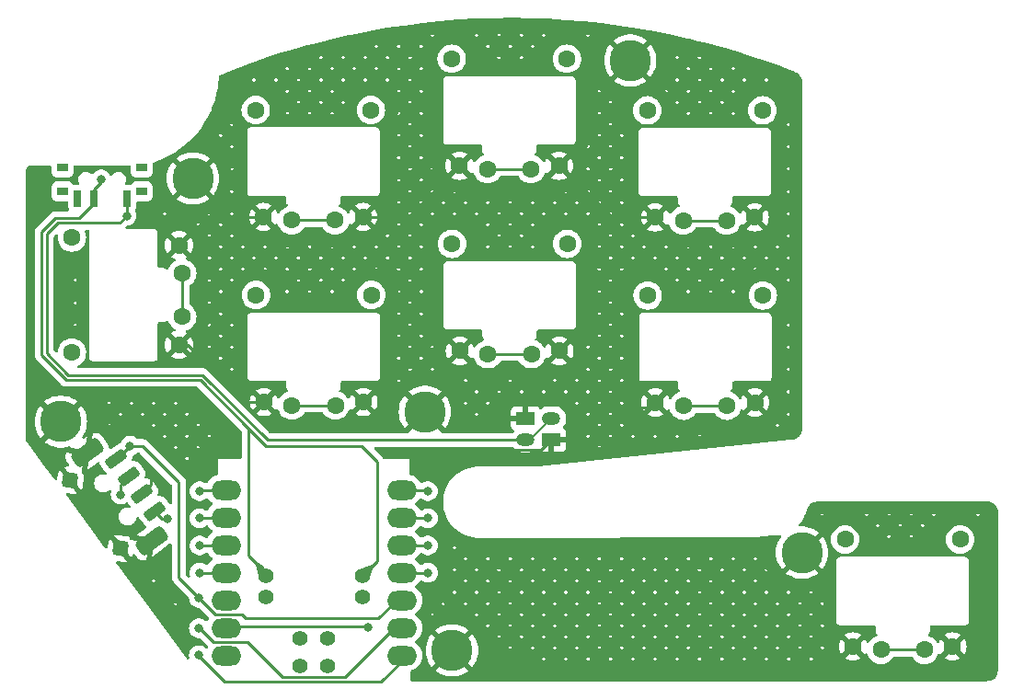
<source format=gbr>
%TF.GenerationSoftware,KiCad,Pcbnew,8.0.2*%
%TF.CreationDate,2024-07-05T21:54:23-05:00*%
%TF.ProjectId,bonsai,626f6e73-6169-42e6-9b69-6361645f7063,v1*%
%TF.SameCoordinates,Original*%
%TF.FileFunction,Copper,L1,Top*%
%TF.FilePolarity,Positive*%
%FSLAX46Y46*%
G04 Gerber Fmt 4.6, Leading zero omitted, Abs format (unit mm)*
G04 Created by KiCad (PCBNEW 8.0.2) date 2024-07-05 21:54:23*
%MOMM*%
%LPD*%
G01*
G04 APERTURE LIST*
G04 Aperture macros list*
%AMRoundRect*
0 Rectangle with rounded corners*
0 $1 Rounding radius*
0 $2 $3 $4 $5 $6 $7 $8 $9 X,Y pos of 4 corners*
0 Add a 4 corners polygon primitive as box body*
4,1,4,$2,$3,$4,$5,$6,$7,$8,$9,$2,$3,0*
0 Add four circle primitives for the rounded corners*
1,1,$1+$1,$2,$3*
1,1,$1+$1,$4,$5*
1,1,$1+$1,$6,$7*
1,1,$1+$1,$8,$9*
0 Add four rect primitives between the rounded corners*
20,1,$1+$1,$2,$3,$4,$5,0*
20,1,$1+$1,$4,$5,$6,$7,0*
20,1,$1+$1,$6,$7,$8,$9,0*
20,1,$1+$1,$8,$9,$2,$3,0*%
G04 Aperture macros list end*
%TA.AperFunction,SMDPad,CuDef*%
%ADD10O,2.750000X1.800000*%
%TD*%
%TA.AperFunction,ComponentPad*%
%ADD11C,1.397000*%
%TD*%
%TA.AperFunction,ComponentPad*%
%ADD12R,1.700000X1.200000*%
%TD*%
%TA.AperFunction,ComponentPad*%
%ADD13O,1.700000X1.200000*%
%TD*%
%TA.AperFunction,ComponentPad*%
%ADD14C,1.600000*%
%TD*%
%TA.AperFunction,SMDPad,CuDef*%
%ADD15R,1.000000X0.800000*%
%TD*%
%TA.AperFunction,SMDPad,CuDef*%
%ADD16R,0.700000X1.500000*%
%TD*%
%TA.AperFunction,ComponentPad*%
%ADD17C,3.800000*%
%TD*%
%TA.AperFunction,SMDPad,CuDef*%
%ADD18RoundRect,0.250000X0.752025X0.243841X0.455316X0.646288X-0.752025X-0.243841X-0.455316X-0.646288X0*%
%TD*%
%TA.AperFunction,SMDPad,CuDef*%
%ADD19RoundRect,0.375000X1.128038X0.365761X0.682973X0.969431X-1.128038X-0.365761X-0.682973X-0.969431X0*%
%TD*%
%TA.AperFunction,SMDPad,CuDef*%
%ADD20RoundRect,0.350000X0.398402X0.293727X-0.293727X0.398402X-0.398402X-0.293727X0.293727X-0.398402X0*%
%TD*%
%TA.AperFunction,ViaPad*%
%ADD21C,0.800000*%
%TD*%
%TA.AperFunction,Conductor*%
%ADD22C,0.250000*%
%TD*%
%TA.AperFunction,Conductor*%
%ADD23C,0.200000*%
%TD*%
G04 APERTURE END LIST*
D10*
%TO.P,U?,1*%
%TO.N,F1*%
X48691400Y-72813000D03*
%TO.P,U?,2*%
%TO.N,F2*%
X48691400Y-70273000D03*
%TO.P,U?,3*%
%TO.N,F3*%
X48691400Y-67733000D03*
%TO.P,U?,4*%
%TO.N,K0*%
X48691400Y-65193000D03*
%TO.P,U?,5*%
%TO.N,K1*%
X48691400Y-62653000D03*
%TO.P,U?,6*%
%TO.N,K2*%
X48691400Y-60113000D03*
%TO.P,U?,7*%
%TO.N,K3*%
X48691400Y-57573000D03*
%TO.P,U?,8*%
%TO.N,K4*%
X32501480Y-57573000D03*
%TO.P,U?,9*%
%TO.N,K5*%
X32501480Y-60113000D03*
%TO.P,U?,10*%
%TO.N,K6*%
X32501480Y-62653000D03*
%TO.P,U?,11*%
%TO.N,K7*%
X32501480Y-65193000D03*
%TO.P,U?,12*%
%TO.N,N/C*%
X32501480Y-67733000D03*
%TO.P,U?,13*%
%TO.N,GND*%
X32501480Y-70273000D03*
%TO.P,U?,14*%
%TO.N,N/C*%
X32501480Y-72813000D03*
D11*
%TO.P,U?,19*%
%TO.N,RAW*%
X45041440Y-65510000D03*
X36151440Y-65510000D03*
%TO.P,U?,20*%
%TO.N,GND*%
X45041440Y-67415000D03*
X36151440Y-67415000D03*
%TD*%
D12*
%TO.P,REF\u002A\u002A,1*%
%TO.N,GND*%
X62450000Y-52975000D03*
D13*
%TO.P,REF\u002A\u002A,2*%
%TO.N,Bat+*%
X62450000Y-50975002D03*
%TD*%
D14*
%TO.P,REF\u002A\u002A,1*%
%TO.N,K3*%
X38566400Y-49789000D03*
X42566400Y-49789000D03*
%TO.P,REF\u002A\u002A,2*%
%TO.N,GND*%
X35986400Y-49489000D03*
X45146400Y-49489000D03*
%TO.P,REF\u002A\u002A,4*%
%TO.N,N/C*%
X45866400Y-39639000D03*
%TO.P,REF\u002A\u002A,5*%
X35266400Y-39639000D03*
%TD*%
%TO.P,REF\u002A\u002A,1*%
%TO.N,K4*%
X74566400Y-32789000D03*
X78566400Y-32789000D03*
%TO.P,REF\u002A\u002A,2*%
%TO.N,GND*%
X71986400Y-32489000D03*
X81146400Y-32489000D03*
%TO.P,REF\u002A\u002A,4*%
%TO.N,N/C*%
X81866400Y-22639000D03*
%TO.P,REF\u002A\u002A,5*%
X71266400Y-22639000D03*
%TD*%
D15*
%TO.P,REF\u002A\u002A,*%
%TO.N,*%
X24750000Y-30105000D03*
X24750000Y-27895000D03*
X17450000Y-30105000D03*
X17450000Y-27895000D03*
D16*
%TO.P,REF\u002A\u002A,1*%
%TO.N,Bat+*%
X23350000Y-30755000D03*
%TO.P,REF\u002A\u002A,2*%
%TO.N,RAW*%
X20349999Y-30755000D03*
%TO.P,REF\u002A\u002A,3*%
%TO.N,N/C*%
X18850000Y-30755000D03*
%TD*%
D14*
%TO.P,REF\u002A\u002A,1*%
%TO.N,K0*%
X92766400Y-72289000D03*
X96766400Y-72289000D03*
%TO.P,REF\u002A\u002A,2*%
%TO.N,GND*%
X90186400Y-71989000D03*
X99346400Y-71989000D03*
%TO.P,REF\u002A\u002A,4*%
%TO.N,N/C*%
X100066400Y-62139000D03*
%TO.P,REF\u002A\u002A,5*%
X89466400Y-62139000D03*
%TD*%
D17*
%TO.P,REF\u002A\u002A,1*%
%TO.N,GND*%
X85500000Y-63350000D03*
%TD*%
D18*
%TO.P,REF\u002A\u002A,A*%
%TO.N,F1*%
X25925105Y-59547004D03*
%TO.P,REF\u002A\u002A,B*%
%TO.N,F3*%
X22364591Y-54717641D03*
%TO.P,REF\u002A\u002A,C*%
%TO.N,GND*%
X24738267Y-57937216D03*
D19*
%TO.P,REF\u002A\u002A,MP*%
X25663134Y-62224945D03*
D20*
X22796915Y-62971464D03*
X18168248Y-56693293D03*
D19*
X19728945Y-54176007D03*
D18*
%TO.P,REF\u002A\u002A,S*%
%TO.N,F2*%
X23551429Y-56327429D03*
%TD*%
D17*
%TO.P,REF\u002A\u002A,1*%
%TO.N,GND*%
X53300000Y-72350000D03*
%TD*%
D14*
%TO.P,REF\u002A\u002A,1*%
%TO.N,K2*%
X56600000Y-45075000D03*
X60600000Y-45075000D03*
%TO.P,REF\u002A\u002A,2*%
%TO.N,GND*%
X54020000Y-44775000D03*
X63180000Y-44775000D03*
%TO.P,REF\u002A\u002A,4*%
%TO.N,N/C*%
X63900000Y-34925000D03*
%TO.P,REF\u002A\u002A,5*%
X53300000Y-34925000D03*
%TD*%
%TO.P,REF\u002A\u002A,1*%
%TO.N,K6*%
X38532800Y-32753000D03*
X42532800Y-32753000D03*
%TO.P,REF\u002A\u002A,2*%
%TO.N,GND*%
X35952800Y-32453000D03*
X45112800Y-32453000D03*
%TO.P,REF\u002A\u002A,4*%
%TO.N,N/C*%
X45832800Y-22603000D03*
%TO.P,REF\u002A\u002A,5*%
X35232800Y-22603000D03*
%TD*%
D17*
%TO.P,,1*%
%TO.N,GND*%
X50800000Y-50375000D03*
%TD*%
D12*
%TO.P,REF\u002A\u002A,1*%
%TO.N,GND*%
X60066400Y-50989000D03*
D13*
%TO.P,REF\u002A\u002A,2*%
%TO.N,Bat+*%
X60066400Y-52989000D03*
%TD*%
D17*
%TO.P,REF\u002A\u002A,1*%
%TO.N,GND*%
X29450000Y-28900000D03*
%TD*%
%TO.P,REF\u002A\u002A,1*%
%TO.N,GND*%
X69700000Y-18050000D03*
%TD*%
%TO.P,REF\u002A\u002A,1*%
%TO.N,GND*%
X17300000Y-51300000D03*
%TD*%
D14*
%TO.P,REF\u002A\u002A,1*%
%TO.N,K5*%
X56566400Y-28039000D03*
X60566400Y-28039000D03*
%TO.P,REF\u002A\u002A,2*%
%TO.N,GND*%
X53986400Y-27739000D03*
X63146400Y-27739000D03*
%TO.P,REF\u002A\u002A,4*%
%TO.N,N/C*%
X63866400Y-17889000D03*
%TO.P,REF\u002A\u002A,5*%
X53266400Y-17889000D03*
%TD*%
%TO.P,REF\u002A\u002A,1*%
%TO.N,K1*%
X74600000Y-49825000D03*
X78600000Y-49825000D03*
%TO.P,REF\u002A\u002A,2*%
%TO.N,GND*%
X72020000Y-49525000D03*
X81180000Y-49525000D03*
%TO.P,REF\u002A\u002A,4*%
%TO.N,N/C*%
X81900000Y-39675000D03*
%TO.P,REF\u002A\u002A,5*%
X71300000Y-39675000D03*
%TD*%
%TO.P,REF\u002A\u002A,1*%
%TO.N,K7*%
X28466400Y-41639000D03*
X28466400Y-37639000D03*
%TO.P,REF\u002A\u002A,2*%
%TO.N,GND*%
X28166400Y-44219000D03*
X28166400Y-35059000D03*
%TO.P,REF\u002A\u002A,4*%
%TO.N,N/C*%
X18316400Y-34339000D03*
%TO.P,REF\u002A\u002A,5*%
X18316400Y-44939000D03*
%TD*%
D11*
%TO.P,U?,15*%
%TO.N,N/C*%
X39296400Y-73761000D03*
%TO.P,U?,16*%
X41836400Y-73761000D03*
%TO.P,U?,17*%
X39296400Y-71221000D03*
%TO.P,U?,18*%
X41836400Y-71221000D03*
%TD*%
D21*
%TO.N,K5*%
X30066400Y-60189000D03*
%TO.N,GND*%
X25750000Y-67700000D03*
X25600000Y-55800000D03*
X45566400Y-70189000D03*
X58551047Y-73698953D03*
%TO.N,K6*%
X30066400Y-62689000D03*
%TO.N,K7*%
X30066400Y-65189000D03*
%TO.N,K1*%
X51066400Y-62689000D03*
%TO.N,K0*%
X51066400Y-65189000D03*
%TO.N,K2*%
X51066400Y-60189000D03*
%TO.N,K3*%
X51066400Y-57689000D03*
%TO.N,K4*%
X30066400Y-57689000D03*
%TO.N,Bat+*%
X23350000Y-32350000D03*
%TO.N,RAW*%
X21000000Y-29000000D03*
%TO.N,F1*%
X30000000Y-72800000D03*
X27100000Y-60250000D03*
%TO.N,F2*%
X22800000Y-58000000D03*
X30000000Y-70300000D03*
%TO.N,F3*%
X30000000Y-67500000D03*
X23675000Y-53525000D03*
%TD*%
D22*
%TO.N,GND*%
X55236000Y-53914000D02*
X61511000Y-53914000D01*
X52150000Y-57000000D02*
X55236000Y-53914000D01*
X52150000Y-67425000D02*
X52150000Y-57000000D01*
X61511000Y-53914000D02*
X62450000Y-52975000D01*
X58551047Y-73698953D02*
X58423953Y-73698953D01*
X58423953Y-73698953D02*
X52150000Y-67425000D01*
X32124480Y-70175000D02*
X32026480Y-70273000D01*
X45552400Y-70175000D02*
X32124480Y-70175000D01*
X45566400Y-70189000D02*
X45552400Y-70175000D01*
%TO.N,F3*%
X46520000Y-69400000D02*
X34275000Y-69400000D01*
X31523000Y-69048000D02*
X30000000Y-67525000D01*
X30000000Y-67525000D02*
X30000000Y-67500000D01*
X48171000Y-67749000D02*
X46520000Y-69400000D01*
X34275000Y-69400000D02*
X33923000Y-69048000D01*
X33923000Y-69048000D02*
X31523000Y-69048000D01*
X49166400Y-67749000D02*
X48171000Y-67749000D01*
%TO.N,RAW*%
X44950000Y-53525000D02*
X36199608Y-53525000D01*
X46400000Y-54975000D02*
X44950000Y-53525000D01*
X45041440Y-65506000D02*
X46400000Y-64147440D01*
X46400000Y-64147440D02*
X46400000Y-54975000D01*
X36199608Y-53525000D02*
X34575000Y-51900392D01*
D23*
%TO.N,Bat+*%
X60436002Y-52989000D02*
X62450000Y-50975002D01*
X60066400Y-52989000D02*
X60436002Y-52989000D01*
D22*
%TO.N,GND*%
X63180000Y-44977500D02*
X63180000Y-44775000D01*
X67727500Y-49727500D02*
X67727500Y-49525000D01*
X64480000Y-52975000D02*
X67727500Y-49727500D01*
X67727500Y-49525000D02*
X63180000Y-44977500D01*
X62450000Y-52975000D02*
X64480000Y-52975000D01*
%TO.N,RAW*%
X34575000Y-63617640D02*
X34575000Y-62975000D01*
X36121400Y-65164040D02*
X34575000Y-63617640D01*
X20349999Y-31155000D02*
X20349999Y-30755000D01*
X17813604Y-47450000D02*
X15550000Y-45186396D01*
X15550000Y-33813604D02*
X16813604Y-32550000D01*
X18954999Y-32550000D02*
X20349999Y-31155000D01*
X30124608Y-47450000D02*
X17813604Y-47450000D01*
X16813604Y-32550000D02*
X18954999Y-32550000D01*
X34575000Y-51900392D02*
X30124608Y-47450000D01*
X34575000Y-62975000D02*
X34575000Y-51900392D01*
X15550000Y-45186396D02*
X15550000Y-33813604D01*
%TO.N,K5*%
X30126400Y-60129000D02*
X30066400Y-60189000D01*
X56566400Y-28039000D02*
X60566400Y-28039000D01*
X32026480Y-60129000D02*
X30126400Y-60129000D01*
%TO.N,GND*%
X45146400Y-49489000D02*
X45146400Y-49453600D01*
X37799800Y-34300000D02*
X35952800Y-32453000D01*
X51050000Y-43550000D02*
X52795000Y-43550000D01*
X55920000Y-46675000D02*
X61280000Y-46675000D01*
X79385400Y-34250000D02*
X73747400Y-34250000D01*
X74245000Y-51750000D02*
X78955000Y-51750000D01*
X71936400Y-32439000D02*
X71986400Y-32489000D01*
X37972400Y-51475000D02*
X35986400Y-49489000D01*
X53986400Y-27739000D02*
X55747400Y-29500000D01*
X45146400Y-49453600D02*
X51050000Y-43550000D01*
X61280000Y-46675000D02*
X63180000Y-44775000D01*
X58602094Y-73750000D02*
X88425400Y-73750000D01*
X71545000Y-50000000D02*
X68202500Y-50000000D01*
X45112800Y-32453000D02*
X49272400Y-32453000D01*
X30772400Y-32453000D02*
X28166400Y-35059000D01*
X68017700Y-32439000D02*
X71936400Y-32439000D01*
X28969000Y-44219000D02*
X28166400Y-44219000D01*
X68202500Y-50000000D02*
X67226250Y-49023750D01*
X61385400Y-29500000D02*
X63146400Y-27739000D01*
X34239000Y-49489000D02*
X28969000Y-44219000D01*
X45146400Y-49489000D02*
X43160400Y-51475000D01*
X55747400Y-29500000D02*
X61385400Y-29500000D01*
X58551047Y-73698953D02*
X58602094Y-73750000D01*
X25600000Y-57075483D02*
X24738267Y-57937216D01*
X43160400Y-51475000D02*
X37972400Y-51475000D01*
X49272400Y-32453000D02*
X53986400Y-27739000D01*
X97485400Y-73850000D02*
X99346400Y-71989000D01*
X63146400Y-27739000D02*
X63317700Y-27739000D01*
X28166400Y-35059000D02*
X30350000Y-37242600D01*
X72020000Y-49525000D02*
X74245000Y-51750000D01*
X30350000Y-37242600D02*
X30350000Y-42035400D01*
X32026480Y-70289000D02*
X32475480Y-69840000D01*
X63317700Y-27739000D02*
X68017700Y-32439000D01*
X73747400Y-34250000D02*
X71986400Y-32489000D01*
X45112800Y-32453000D02*
X43265800Y-34300000D01*
X25600000Y-55800000D02*
X25600000Y-57075483D01*
X81146400Y-32489000D02*
X79385400Y-34250000D01*
X43265800Y-34300000D02*
X37799800Y-34300000D01*
X54020000Y-44775000D02*
X55920000Y-46675000D01*
X52795000Y-43550000D02*
X54020000Y-44775000D01*
X92047400Y-73850000D02*
X97485400Y-73850000D01*
X78955000Y-51750000D02*
X81180000Y-49525000D01*
X35986400Y-49489000D02*
X34239000Y-49489000D01*
X90186400Y-71989000D02*
X92047400Y-73850000D01*
X30350000Y-42035400D02*
X28166400Y-44219000D01*
X88425400Y-73750000D02*
X90186400Y-71989000D01*
X72020000Y-49525000D02*
X71545000Y-50000000D01*
X35952800Y-32453000D02*
X30772400Y-32453000D01*
%TO.N,K6*%
X38532800Y-32753000D02*
X42532800Y-32753000D01*
X32026480Y-62669000D02*
X30086400Y-62669000D01*
X30086400Y-62669000D02*
X30066400Y-62689000D01*
%TO.N,K7*%
X32026480Y-65209000D02*
X30086400Y-65209000D01*
X30086400Y-65209000D02*
X30066400Y-65189000D01*
X28466400Y-37639000D02*
X28466400Y-41639000D01*
%TO.N,K1*%
X74600000Y-49825000D02*
X78600000Y-49825000D01*
X49166400Y-62669000D02*
X51046400Y-62669000D01*
X51046400Y-62669000D02*
X51066400Y-62689000D01*
%TO.N,K0*%
X92766400Y-72289000D02*
X96766400Y-72289000D01*
X51046400Y-65209000D02*
X51066400Y-65189000D01*
X49166400Y-65209000D02*
X51046400Y-65209000D01*
%TO.N,K2*%
X49166400Y-60129000D02*
X51006400Y-60129000D01*
X51006400Y-60129000D02*
X51066400Y-60189000D01*
X56600000Y-45075000D02*
X60600000Y-45075000D01*
%TO.N,K3*%
X38566400Y-49789000D02*
X42566400Y-49789000D01*
X50966400Y-57589000D02*
X51066400Y-57689000D01*
X49166400Y-57589000D02*
X50966400Y-57589000D01*
%TO.N,K4*%
X74566400Y-32789000D02*
X78566400Y-32789000D01*
X30166400Y-57589000D02*
X30066400Y-57689000D01*
X32026480Y-57589000D02*
X30166400Y-57589000D01*
%TO.N,Bat+*%
X18000000Y-47000000D02*
X16000000Y-45000000D01*
X22700000Y-33000000D02*
X23350000Y-32350000D01*
X36300004Y-52989000D02*
X30311004Y-47000000D01*
X16000000Y-45000000D02*
X16000000Y-34000000D01*
X30311004Y-47000000D02*
X18000000Y-47000000D01*
X17000000Y-33000000D02*
X22700000Y-33000000D01*
X16000000Y-34000000D02*
X17000000Y-33000000D01*
X23350000Y-30755000D02*
X23350000Y-32350000D01*
X60016400Y-52989000D02*
X36300004Y-52989000D01*
%TO.N,RAW*%
X21000000Y-29250000D02*
X20349999Y-29900001D01*
X20349999Y-29900001D02*
X20349999Y-30755000D01*
X21000000Y-29000000D02*
X21000000Y-29250000D01*
%TO.N,F1*%
X26628101Y-60250000D02*
X25925105Y-59547004D01*
X30000000Y-72875000D02*
X30000000Y-72800000D01*
X49166400Y-72829000D02*
X46740900Y-75254500D01*
X32379500Y-75254500D02*
X30000000Y-72875000D01*
X46740900Y-75254500D02*
X32379500Y-75254500D01*
X27100000Y-60250000D02*
X26628101Y-60250000D01*
%TO.N,F2*%
X22800000Y-58000000D02*
X22800000Y-57078858D01*
X31310000Y-71560000D02*
X30050000Y-70300000D01*
X22800000Y-57078858D02*
X23551429Y-56327429D01*
X47936000Y-70289000D02*
X43420500Y-74804500D01*
X49166400Y-70289000D02*
X47936000Y-70289000D01*
X43420500Y-74804500D02*
X37704500Y-74804500D01*
X37704500Y-74804500D02*
X34460000Y-71560000D01*
X34460000Y-71560000D02*
X31310000Y-71560000D01*
X30050000Y-70300000D02*
X30000000Y-70300000D01*
%TO.N,F3*%
X28150000Y-56850000D02*
X28150000Y-65650000D01*
X23675000Y-53525000D02*
X24825000Y-53525000D01*
X23675000Y-53525000D02*
X22482359Y-54717641D01*
X24825000Y-53525000D02*
X28150000Y-56850000D01*
X22482359Y-54717641D02*
X22364591Y-54717641D01*
X28150000Y-65650000D02*
X30000000Y-67500000D01*
%TD*%
%TA.AperFunction,Conductor*%
%TO.N,GND*%
G36*
X58806648Y-14132603D02*
G01*
X60458295Y-14153030D01*
X60461120Y-14153098D01*
X62111847Y-14211807D01*
X62114611Y-14211938D01*
X63763513Y-14308898D01*
X63766296Y-14309094D01*
X65412535Y-14444254D01*
X65415250Y-14444508D01*
X67057958Y-14617801D01*
X67060727Y-14618126D01*
X68698936Y-14829446D01*
X68701644Y-14829828D01*
X70334473Y-15079063D01*
X70337262Y-15079522D01*
X71963887Y-15366545D01*
X71966706Y-15367076D01*
X73586176Y-15691718D01*
X73588867Y-15692289D01*
X74968295Y-16002239D01*
X75200457Y-16054405D01*
X75203255Y-16055068D01*
X75659481Y-16168750D01*
X76805976Y-16454434D01*
X76808697Y-16455147D01*
X78401514Y-16891502D01*
X78401664Y-16891543D01*
X78404419Y-16892331D01*
X79880020Y-17333595D01*
X79986896Y-17365555D01*
X79989632Y-17366408D01*
X81560704Y-17876186D01*
X81563365Y-17877084D01*
X83122196Y-18423146D01*
X83124834Y-18424104D01*
X84609100Y-18983002D01*
X84621418Y-18989358D01*
X84621716Y-18988761D01*
X84628996Y-18992380D01*
X84628999Y-18992382D01*
X84673984Y-19007817D01*
X84679169Y-19009596D01*
X84683958Y-19011350D01*
X84698708Y-19017099D01*
X84704713Y-19019440D01*
X84707702Y-19020650D01*
X84721672Y-19026523D01*
X84852490Y-19081516D01*
X84867416Y-19089011D01*
X84955886Y-19141174D01*
X84970854Y-19150000D01*
X85010789Y-19173546D01*
X85024573Y-19182978D01*
X85056936Y-19208491D01*
X85155298Y-19286030D01*
X85167690Y-19297232D01*
X85283366Y-19416907D01*
X85294140Y-19429673D01*
X85392689Y-19563821D01*
X85401648Y-19577916D01*
X85437147Y-19643087D01*
X85481267Y-19724083D01*
X85488252Y-19739258D01*
X85520517Y-19823962D01*
X85528639Y-19868101D01*
X85528999Y-51897207D01*
X85528999Y-51957687D01*
X85528527Y-51968495D01*
X85515270Y-52120016D01*
X85511517Y-52141301D01*
X85473555Y-52282979D01*
X85466162Y-52303291D01*
X85404177Y-52436218D01*
X85393370Y-52454936D01*
X85309243Y-52575082D01*
X85295349Y-52591640D01*
X85191640Y-52695349D01*
X85175082Y-52709243D01*
X85054936Y-52793370D01*
X85036218Y-52804177D01*
X84903291Y-52866162D01*
X84882979Y-52873555D01*
X84741301Y-52911517D01*
X84720015Y-52915270D01*
X84603072Y-52925501D01*
X84583435Y-52924835D01*
X84583431Y-52925025D01*
X84575308Y-52924828D01*
X84575307Y-52924828D01*
X84575306Y-52924828D01*
X84542951Y-52928294D01*
X84529745Y-52928999D01*
X84497204Y-52928999D01*
X84480425Y-52933495D01*
X84461542Y-52937014D01*
X61246648Y-55423795D01*
X61233441Y-55424500D01*
X55572406Y-55424500D01*
X55219305Y-55462901D01*
X54872424Y-55539255D01*
X54535824Y-55652669D01*
X54213476Y-55801805D01*
X54213470Y-55801808D01*
X53909152Y-55984909D01*
X53909136Y-55984920D01*
X53626381Y-56199863D01*
X53626372Y-56199871D01*
X53368508Y-56444132D01*
X53138573Y-56714831D01*
X53138565Y-56714841D01*
X52939246Y-57008814D01*
X52939244Y-57008817D01*
X52772874Y-57322624D01*
X52772865Y-57322642D01*
X52641400Y-57652599D01*
X52641398Y-57652605D01*
X52546384Y-57994816D01*
X52546378Y-57994842D01*
X52488919Y-58345321D01*
X52488918Y-58345334D01*
X52488918Y-58345336D01*
X52487156Y-58377835D01*
X52469689Y-58699997D01*
X52469689Y-58700002D01*
X52472757Y-58756579D01*
X52488343Y-59044065D01*
X52488918Y-59054661D01*
X52488919Y-59054678D01*
X52546378Y-59405157D01*
X52546384Y-59405183D01*
X52641398Y-59747394D01*
X52641400Y-59747400D01*
X52772865Y-60077357D01*
X52772874Y-60077375D01*
X52939244Y-60391182D01*
X52939246Y-60391185D01*
X53138565Y-60685158D01*
X53138573Y-60685168D01*
X53365125Y-60951884D01*
X53368509Y-60955868D01*
X53626372Y-61200129D01*
X53909132Y-61415077D01*
X53909140Y-61415082D01*
X53909152Y-61415090D01*
X54213470Y-61598191D01*
X54213475Y-61598194D01*
X54239763Y-61610356D01*
X54535824Y-61747330D01*
X54535829Y-61747331D01*
X54535832Y-61747333D01*
X54872424Y-61860744D01*
X55219305Y-61937098D01*
X55572408Y-61975500D01*
X55676169Y-61975500D01*
X55679874Y-61975736D01*
X55685773Y-61975716D01*
X55685776Y-61975717D01*
X55750617Y-61975501D01*
X55751030Y-61975500D01*
X55821844Y-61975500D01*
X55825527Y-61975250D01*
X81507407Y-61889699D01*
X81531279Y-61891937D01*
X81536418Y-61892928D01*
X81580941Y-61889739D01*
X81589329Y-61889426D01*
X81633959Y-61889278D01*
X81639011Y-61887905D01*
X81662645Y-61883889D01*
X83029990Y-61785995D01*
X83035806Y-61785945D01*
X83040481Y-61785585D01*
X83040484Y-61785586D01*
X83104450Y-61780665D01*
X83104755Y-61780642D01*
X83169264Y-61776025D01*
X83169266Y-61776024D01*
X83173710Y-61775706D01*
X83179918Y-61774832D01*
X83274657Y-61767510D01*
X83434408Y-61738069D01*
X83503905Y-61745277D01*
X83558472Y-61788913D01*
X83580786Y-61855124D01*
X83563760Y-61922888D01*
X83556551Y-61933188D01*
X83556809Y-61933375D01*
X83554518Y-61936527D01*
X83392707Y-62191502D01*
X83392704Y-62191508D01*
X83264127Y-62464747D01*
X83264125Y-62464752D01*
X83170805Y-62751959D01*
X83114216Y-63048609D01*
X83114215Y-63048616D01*
X83095255Y-63349994D01*
X83095255Y-63350005D01*
X83114215Y-63651383D01*
X83114216Y-63651390D01*
X83170805Y-63948040D01*
X83264125Y-64235247D01*
X83264127Y-64235252D01*
X83392704Y-64508491D01*
X83392707Y-64508497D01*
X83554516Y-64763469D01*
X83635311Y-64861133D01*
X84563708Y-63932736D01*
X84660967Y-64066602D01*
X84783398Y-64189033D01*
X84917262Y-64286290D01*
X83986564Y-65216987D01*
X83986565Y-65216989D01*
X84211461Y-65380385D01*
X84211479Y-65380397D01*
X84476109Y-65525878D01*
X84476117Y-65525882D01*
X84756889Y-65637047D01*
X84756892Y-65637048D01*
X85049399Y-65712150D01*
X85348995Y-65749999D01*
X85349007Y-65750000D01*
X85650993Y-65750000D01*
X85651004Y-65749999D01*
X85950600Y-65712150D01*
X86243107Y-65637048D01*
X86243110Y-65637047D01*
X86523882Y-65525882D01*
X86523890Y-65525878D01*
X86788520Y-65380397D01*
X86788530Y-65380390D01*
X87013433Y-65216987D01*
X87013434Y-65216987D01*
X86082737Y-64286290D01*
X86216602Y-64189033D01*
X86339033Y-64066602D01*
X86436290Y-63932737D01*
X87364687Y-64861134D01*
X87445486Y-64763464D01*
X87607292Y-64508497D01*
X87607295Y-64508491D01*
X87735872Y-64235252D01*
X87735874Y-64235247D01*
X87784279Y-64086273D01*
X88665900Y-64086273D01*
X88665900Y-69586273D01*
X88665900Y-69691727D01*
X88693193Y-69793587D01*
X88745920Y-69884913D01*
X88820487Y-69959480D01*
X88911813Y-70012207D01*
X89013673Y-70039500D01*
X89817983Y-70039500D01*
X90014817Y-70039500D01*
X91639472Y-70039500D01*
X92141900Y-70039500D01*
X92208939Y-70059185D01*
X92254694Y-70111989D01*
X92265900Y-70163500D01*
X92265900Y-70486273D01*
X92265900Y-70591727D01*
X92290634Y-70684034D01*
X92293193Y-70693586D01*
X92293194Y-70693589D01*
X92345921Y-70784914D01*
X92400760Y-70839753D01*
X92434245Y-70901076D01*
X92429261Y-70970768D01*
X92387389Y-71026701D01*
X92345173Y-71047209D01*
X92317161Y-71054714D01*
X92317150Y-71054718D01*
X92109654Y-71151475D01*
X92109652Y-71151476D01*
X92052481Y-71191508D01*
X91922100Y-71282802D01*
X91922098Y-71282803D01*
X91922095Y-71282806D01*
X91760206Y-71444695D01*
X91760203Y-71444698D01*
X91760202Y-71444700D01*
X91649622Y-71602624D01*
X91642390Y-71612953D01*
X91587812Y-71656578D01*
X91518314Y-71663770D01*
X91455959Y-71632248D01*
X91421040Y-71573923D01*
X91412668Y-71542679D01*
X91412664Y-71542668D01*
X91316536Y-71336521D01*
X91316532Y-71336513D01*
X91265425Y-71263526D01*
X90710187Y-71818764D01*
X90698918Y-71776708D01*
X90626510Y-71651292D01*
X90524108Y-71548890D01*
X90398692Y-71476482D01*
X90356634Y-71465212D01*
X90911872Y-70909974D01*
X90838878Y-70858863D01*
X90632731Y-70762735D01*
X90632717Y-70762730D01*
X90413010Y-70703860D01*
X90412999Y-70703858D01*
X90186402Y-70684034D01*
X90186398Y-70684034D01*
X89959800Y-70703858D01*
X89959789Y-70703860D01*
X89740082Y-70762730D01*
X89740073Y-70762734D01*
X89533916Y-70858866D01*
X89533912Y-70858868D01*
X89460926Y-70909973D01*
X89460926Y-70909974D01*
X90016165Y-71465212D01*
X89974108Y-71476482D01*
X89848692Y-71548890D01*
X89746290Y-71651292D01*
X89673882Y-71776708D01*
X89662612Y-71818764D01*
X89107374Y-71263526D01*
X89107373Y-71263526D01*
X89056268Y-71336512D01*
X89056266Y-71336516D01*
X88960134Y-71542673D01*
X88960130Y-71542682D01*
X88901260Y-71762389D01*
X88901258Y-71762400D01*
X88881434Y-71988997D01*
X88881434Y-71989002D01*
X88901258Y-72215599D01*
X88901260Y-72215610D01*
X88960130Y-72435317D01*
X88960135Y-72435331D01*
X89056263Y-72641478D01*
X89107374Y-72714472D01*
X89662612Y-72159234D01*
X89673882Y-72201292D01*
X89746290Y-72326708D01*
X89848692Y-72429110D01*
X89974108Y-72501518D01*
X90016165Y-72512787D01*
X89460926Y-73068025D01*
X89533913Y-73119132D01*
X89533921Y-73119136D01*
X89740068Y-73215264D01*
X89740082Y-73215269D01*
X89959789Y-73274139D01*
X89959800Y-73274141D01*
X90186398Y-73293966D01*
X90186402Y-73293966D01*
X90412999Y-73274141D01*
X90413010Y-73274139D01*
X90632717Y-73215269D01*
X90632731Y-73215264D01*
X90838878Y-73119136D01*
X90911871Y-73068024D01*
X90356634Y-72512787D01*
X90398692Y-72501518D01*
X90524108Y-72429110D01*
X90626510Y-72326708D01*
X90698918Y-72201292D01*
X90710187Y-72159234D01*
X91265424Y-72714471D01*
X91301175Y-72663416D01*
X91355752Y-72619792D01*
X91425251Y-72612600D01*
X91487605Y-72644123D01*
X91522524Y-72702446D01*
X91532115Y-72738240D01*
X91532118Y-72738249D01*
X91627215Y-72942185D01*
X91628877Y-72945749D01*
X91760202Y-73133300D01*
X91922100Y-73295198D01*
X92109651Y-73426523D01*
X92159998Y-73450000D01*
X92317150Y-73523281D01*
X92317152Y-73523281D01*
X92317157Y-73523284D01*
X92538313Y-73582543D01*
X92701232Y-73596796D01*
X92766398Y-73602498D01*
X92766400Y-73602498D01*
X92766402Y-73602498D01*
X92823421Y-73597509D01*
X92994487Y-73582543D01*
X93215643Y-73523284D01*
X93423149Y-73426523D01*
X93610700Y-73295198D01*
X93772598Y-73133300D01*
X93883179Y-72975374D01*
X93937754Y-72931751D01*
X93984752Y-72922500D01*
X95548048Y-72922500D01*
X95615087Y-72942185D01*
X95649620Y-72975373D01*
X95760202Y-73133300D01*
X95922100Y-73295198D01*
X96109651Y-73426523D01*
X96159998Y-73450000D01*
X96317150Y-73523281D01*
X96317152Y-73523281D01*
X96317157Y-73523284D01*
X96538313Y-73582543D01*
X96701232Y-73596796D01*
X96766398Y-73602498D01*
X96766400Y-73602498D01*
X96766402Y-73602498D01*
X96823421Y-73597509D01*
X96994487Y-73582543D01*
X97215643Y-73523284D01*
X97423149Y-73426523D01*
X97610700Y-73295198D01*
X97772598Y-73133300D01*
X97903923Y-72945749D01*
X98000684Y-72738243D01*
X98007054Y-72714472D01*
X98010275Y-72702449D01*
X98046639Y-72642788D01*
X98109485Y-72612258D01*
X98178861Y-72620552D01*
X98231625Y-72663417D01*
X98267374Y-72714472D01*
X98822612Y-72159234D01*
X98833882Y-72201292D01*
X98906290Y-72326708D01*
X99008692Y-72429110D01*
X99134108Y-72501518D01*
X99176165Y-72512787D01*
X98620926Y-73068025D01*
X98693913Y-73119132D01*
X98693921Y-73119136D01*
X98900068Y-73215264D01*
X98900082Y-73215269D01*
X99119789Y-73274139D01*
X99119800Y-73274141D01*
X99346398Y-73293966D01*
X99346402Y-73293966D01*
X99572999Y-73274141D01*
X99573010Y-73274139D01*
X99792717Y-73215269D01*
X99792731Y-73215264D01*
X99998878Y-73119136D01*
X100071871Y-73068024D01*
X99516634Y-72512787D01*
X99558692Y-72501518D01*
X99684108Y-72429110D01*
X99786510Y-72326708D01*
X99858918Y-72201292D01*
X99870187Y-72159234D01*
X100425424Y-72714471D01*
X100476536Y-72641478D01*
X100572664Y-72435331D01*
X100572669Y-72435317D01*
X100631539Y-72215610D01*
X100631541Y-72215599D01*
X100636349Y-72160640D01*
X101838925Y-72160640D01*
X101873976Y-72125589D01*
X101881494Y-72107441D01*
X101873976Y-72089292D01*
X101847391Y-72062707D01*
X101847086Y-72067368D01*
X101838925Y-72160640D01*
X100636349Y-72160640D01*
X100651366Y-71989002D01*
X100651366Y-71988997D01*
X100631541Y-71762400D01*
X100631539Y-71762389D01*
X100572669Y-71542682D01*
X100572664Y-71542668D01*
X100476536Y-71336521D01*
X100476532Y-71336513D01*
X100425425Y-71263526D01*
X99870187Y-71818764D01*
X99858918Y-71776708D01*
X99786510Y-71651292D01*
X99684108Y-71548890D01*
X99558692Y-71476482D01*
X99516634Y-71465212D01*
X100071872Y-70909974D01*
X99998878Y-70858863D01*
X99792731Y-70762735D01*
X99792717Y-70762730D01*
X99573010Y-70703860D01*
X99572999Y-70703858D01*
X99346402Y-70684034D01*
X99346398Y-70684034D01*
X99119800Y-70703858D01*
X99119789Y-70703860D01*
X98900082Y-70762730D01*
X98900073Y-70762734D01*
X98693916Y-70858866D01*
X98693912Y-70858868D01*
X98620926Y-70909973D01*
X98620926Y-70909974D01*
X99176165Y-71465212D01*
X99134108Y-71476482D01*
X99008692Y-71548890D01*
X98906290Y-71651292D01*
X98833882Y-71776708D01*
X98822612Y-71818764D01*
X98267374Y-71263526D01*
X98267373Y-71263526D01*
X98216268Y-71336512D01*
X98216266Y-71336516D01*
X98120134Y-71542673D01*
X98120130Y-71542683D01*
X98111758Y-71573926D01*
X98075391Y-71633585D01*
X98012544Y-71664113D01*
X97943168Y-71655816D01*
X97890412Y-71612955D01*
X97772598Y-71444700D01*
X97610700Y-71282802D01*
X97423149Y-71151477D01*
X97408622Y-71144703D01*
X97215649Y-71054718D01*
X97215635Y-71054713D01*
X97187627Y-71047209D01*
X97127967Y-71010845D01*
X97097437Y-70947998D01*
X97105731Y-70878622D01*
X97132034Y-70839758D01*
X97186880Y-70784913D01*
X97239607Y-70693587D01*
X97266900Y-70591727D01*
X97266900Y-70163500D01*
X97286585Y-70096461D01*
X97339389Y-70050706D01*
X97390900Y-70039500D01*
X100519125Y-70039500D01*
X100519127Y-70039500D01*
X100620987Y-70012207D01*
X100712313Y-69959480D01*
X100786880Y-69884913D01*
X100839607Y-69793587D01*
X100866900Y-69691727D01*
X100866900Y-64086273D01*
X100839607Y-63984413D01*
X100786880Y-63893087D01*
X100712313Y-63818520D01*
X100620987Y-63765793D01*
X100519127Y-63738500D01*
X89119127Y-63738500D01*
X89013673Y-63738500D01*
X88911813Y-63765793D01*
X88911810Y-63765794D01*
X88820485Y-63818521D01*
X88745921Y-63893085D01*
X88693194Y-63984410D01*
X88693193Y-63984413D01*
X88665900Y-64086273D01*
X87784279Y-64086273D01*
X87829194Y-63948040D01*
X87885783Y-63651390D01*
X87885784Y-63651383D01*
X87904745Y-63350005D01*
X87904745Y-63349994D01*
X87885784Y-63048616D01*
X87885783Y-63048609D01*
X87829194Y-62751959D01*
X87735874Y-62464752D01*
X87735872Y-62464747D01*
X87607295Y-62191508D01*
X87607292Y-62191502D01*
X87573972Y-62138998D01*
X88152902Y-62138998D01*
X88152902Y-62139001D01*
X88172856Y-62367081D01*
X88172857Y-62367089D01*
X88232114Y-62588238D01*
X88232118Y-62588249D01*
X88328875Y-62795745D01*
X88328877Y-62795749D01*
X88460202Y-62983300D01*
X88622100Y-63145198D01*
X88809651Y-63276523D01*
X88895730Y-63316662D01*
X89017150Y-63373281D01*
X89017152Y-63373281D01*
X89017157Y-63373284D01*
X89238313Y-63432543D01*
X89401232Y-63446796D01*
X89466398Y-63452498D01*
X89466400Y-63452498D01*
X89466402Y-63452498D01*
X89523421Y-63447509D01*
X89694487Y-63432543D01*
X89915643Y-63373284D01*
X90123149Y-63276523D01*
X90310700Y-63145198D01*
X90472598Y-62983300D01*
X90603923Y-62795749D01*
X90700684Y-62588243D01*
X90759943Y-62367087D01*
X90779898Y-62139000D01*
X90779898Y-62138998D01*
X98752902Y-62138998D01*
X98752902Y-62139001D01*
X98772856Y-62367081D01*
X98772857Y-62367089D01*
X98832114Y-62588238D01*
X98832118Y-62588249D01*
X98928875Y-62795745D01*
X98928877Y-62795749D01*
X99060202Y-62983300D01*
X99222100Y-63145198D01*
X99409651Y-63276523D01*
X99495730Y-63316662D01*
X99617150Y-63373281D01*
X99617152Y-63373281D01*
X99617157Y-63373284D01*
X99838313Y-63432543D01*
X100001232Y-63446796D01*
X100066398Y-63452498D01*
X100066400Y-63452498D01*
X100066402Y-63452498D01*
X100123421Y-63447509D01*
X100294487Y-63432543D01*
X100515643Y-63373284D01*
X100723149Y-63276523D01*
X100910700Y-63145198D01*
X101072598Y-62983300D01*
X101203923Y-62795749D01*
X101300684Y-62588243D01*
X101359943Y-62367087D01*
X101379898Y-62139000D01*
X101359943Y-61910913D01*
X101300684Y-61689757D01*
X101203923Y-61482251D01*
X101072598Y-61294700D01*
X100910700Y-61132802D01*
X100723149Y-61001477D01*
X100696671Y-60989130D01*
X100515649Y-60904718D01*
X100515638Y-60904714D01*
X100294489Y-60845457D01*
X100294481Y-60845456D01*
X100066402Y-60825502D01*
X100066398Y-60825502D01*
X99838318Y-60845456D01*
X99838310Y-60845457D01*
X99617161Y-60904714D01*
X99617150Y-60904718D01*
X99409654Y-61001475D01*
X99409652Y-61001476D01*
X99353038Y-61041118D01*
X99222100Y-61132802D01*
X99222098Y-61132803D01*
X99222095Y-61132806D01*
X99060206Y-61294695D01*
X99060203Y-61294698D01*
X99060202Y-61294700D01*
X98981130Y-61407626D01*
X98928876Y-61482252D01*
X98928875Y-61482254D01*
X98832118Y-61689750D01*
X98832114Y-61689761D01*
X98772857Y-61910910D01*
X98772856Y-61910918D01*
X98752902Y-62138998D01*
X90779898Y-62138998D01*
X90759943Y-61910913D01*
X90744798Y-61854392D01*
X93343934Y-61854392D01*
X93351452Y-61872541D01*
X93493346Y-62014435D01*
X93511495Y-62021953D01*
X93529644Y-62014435D01*
X93671537Y-61872541D01*
X93679055Y-61854392D01*
X95394544Y-61854392D01*
X95402062Y-61872541D01*
X95543956Y-62014435D01*
X95562105Y-62021953D01*
X95580253Y-62014435D01*
X95722147Y-61872541D01*
X95729665Y-61854392D01*
X97445154Y-61854392D01*
X97452672Y-61872541D01*
X97563906Y-61983775D01*
X97581694Y-61780460D01*
X97582283Y-61775083D01*
X97587693Y-61733987D01*
X97588516Y-61728639D01*
X97594561Y-61694354D01*
X97452672Y-61836243D01*
X97445154Y-61854392D01*
X95729665Y-61854392D01*
X95722147Y-61836243D01*
X95580253Y-61694350D01*
X95562105Y-61686832D01*
X95543956Y-61694350D01*
X95402062Y-61836243D01*
X95394544Y-61854392D01*
X93679055Y-61854392D01*
X93671537Y-61836243D01*
X93529644Y-61694350D01*
X93511495Y-61686832D01*
X93493346Y-61694350D01*
X93351452Y-61836243D01*
X93343934Y-61854392D01*
X90744798Y-61854392D01*
X90700684Y-61689757D01*
X90603923Y-61482251D01*
X90472598Y-61294700D01*
X90310700Y-61132802D01*
X90123149Y-61001477D01*
X90096671Y-60989130D01*
X89915649Y-60904718D01*
X89915638Y-60904714D01*
X89694489Y-60845457D01*
X89694481Y-60845456D01*
X89507379Y-60829087D01*
X92318630Y-60829087D01*
X92326148Y-60847236D01*
X92468041Y-60989130D01*
X92486190Y-60996648D01*
X92504339Y-60989130D01*
X92646233Y-60847236D01*
X92653751Y-60829087D01*
X94369239Y-60829087D01*
X94376757Y-60847236D01*
X94518651Y-60989130D01*
X94536800Y-60996648D01*
X94554949Y-60989130D01*
X94696842Y-60847236D01*
X94704360Y-60829087D01*
X96419849Y-60829087D01*
X96427367Y-60847236D01*
X96569261Y-60989130D01*
X96587410Y-60996648D01*
X96605558Y-60989130D01*
X96747452Y-60847236D01*
X96754970Y-60829087D01*
X96747452Y-60810938D01*
X96605558Y-60669045D01*
X96587410Y-60661527D01*
X96569261Y-60669045D01*
X96427367Y-60810938D01*
X96419849Y-60829087D01*
X94704360Y-60829087D01*
X94696842Y-60810938D01*
X94554949Y-60669045D01*
X94536800Y-60661527D01*
X94518651Y-60669045D01*
X94376757Y-60810938D01*
X94369239Y-60829087D01*
X92653751Y-60829087D01*
X92646233Y-60810938D01*
X92504339Y-60669045D01*
X92486190Y-60661527D01*
X92468041Y-60669045D01*
X92326148Y-60810938D01*
X92318630Y-60829087D01*
X89507379Y-60829087D01*
X89466402Y-60825502D01*
X89466398Y-60825502D01*
X89238318Y-60845456D01*
X89238310Y-60845457D01*
X89017161Y-60904714D01*
X89017150Y-60904718D01*
X88809654Y-61001475D01*
X88809652Y-61001476D01*
X88753038Y-61041118D01*
X88622100Y-61132802D01*
X88622098Y-61132803D01*
X88622095Y-61132806D01*
X88460206Y-61294695D01*
X88460203Y-61294698D01*
X88460202Y-61294700D01*
X88381130Y-61407626D01*
X88328876Y-61482252D01*
X88328875Y-61482254D01*
X88232118Y-61689750D01*
X88232114Y-61689761D01*
X88172857Y-61910910D01*
X88172856Y-61910918D01*
X88152902Y-62138998D01*
X87573972Y-62138998D01*
X87445483Y-61936530D01*
X87364686Y-61838864D01*
X86436289Y-62767261D01*
X86339033Y-62633398D01*
X86216602Y-62510967D01*
X86082736Y-62413709D01*
X87013434Y-61483011D01*
X87013433Y-61483009D01*
X86788538Y-61319614D01*
X86788520Y-61319602D01*
X86523890Y-61174121D01*
X86523882Y-61174117D01*
X86243110Y-61062952D01*
X86243107Y-61062951D01*
X85950600Y-60987849D01*
X85651004Y-60950000D01*
X85349007Y-60950000D01*
X85348990Y-60950001D01*
X85334084Y-60951884D01*
X85265106Y-60940757D01*
X85213094Y-60894103D01*
X85194562Y-60826736D01*
X85215393Y-60760044D01*
X85228287Y-60743834D01*
X85306272Y-60661067D01*
X85510842Y-60392062D01*
X85685952Y-60103014D01*
X85813228Y-59832101D01*
X87209793Y-59832101D01*
X87341517Y-59963825D01*
X87359666Y-59971343D01*
X87377815Y-59963825D01*
X87509539Y-59832101D01*
X91311013Y-59832101D01*
X91442736Y-59963825D01*
X91460885Y-59971343D01*
X91479034Y-59963825D01*
X91610759Y-59832101D01*
X93361622Y-59832101D01*
X93493346Y-59963825D01*
X93511495Y-59971343D01*
X93529644Y-59963825D01*
X93661368Y-59832101D01*
X95412232Y-59832101D01*
X95543956Y-59963825D01*
X95562105Y-59971343D01*
X95580253Y-59963825D01*
X95711978Y-59832101D01*
X97462842Y-59832101D01*
X97594565Y-59963825D01*
X97612714Y-59971343D01*
X97630863Y-59963825D01*
X97762588Y-59832101D01*
X101564061Y-59832101D01*
X101695785Y-59963825D01*
X101713934Y-59971343D01*
X101732082Y-59963825D01*
X101863807Y-59832101D01*
X101564061Y-59832101D01*
X97762588Y-59832101D01*
X97462842Y-59832101D01*
X95711978Y-59832101D01*
X95412232Y-59832101D01*
X93661368Y-59832101D01*
X93361622Y-59832101D01*
X91610759Y-59832101D01*
X91311013Y-59832101D01*
X87509539Y-59832101D01*
X87209793Y-59832101D01*
X85813228Y-59832101D01*
X85829655Y-59797135D01*
X85880322Y-59651164D01*
X85882277Y-59645924D01*
X85901437Y-59597934D01*
X85901438Y-59597928D01*
X85903408Y-59590177D01*
X85905028Y-59583128D01*
X85906647Y-59575252D01*
X85906650Y-59575245D01*
X85909406Y-59536974D01*
X85911724Y-59520447D01*
X85943226Y-59370258D01*
X85949623Y-59349244D01*
X85957837Y-59328927D01*
X86007626Y-59205770D01*
X86017625Y-59186228D01*
X86100038Y-59055245D01*
X86113328Y-59037775D01*
X86217571Y-58923391D01*
X86233743Y-58908534D01*
X86356528Y-58814351D01*
X86375066Y-58802582D01*
X86512564Y-58731542D01*
X86532879Y-58723235D01*
X86680745Y-58677582D01*
X86702211Y-58672988D01*
X86859416Y-58653707D01*
X86866601Y-58653040D01*
X86872480Y-58652668D01*
X86876050Y-58652496D01*
X86932616Y-58650612D01*
X86932622Y-58650610D01*
X86940640Y-58649282D01*
X86940750Y-58649946D01*
X86954302Y-58647489D01*
X87161909Y-58634349D01*
X87169742Y-58634101D01*
X102517709Y-58634101D01*
X102578189Y-58634101D01*
X102588996Y-58634573D01*
X102740517Y-58647829D01*
X102761802Y-58651581D01*
X102903484Y-58689545D01*
X102923790Y-58696937D01*
X103056716Y-58758921D01*
X103075429Y-58769724D01*
X103139168Y-58814355D01*
X103195581Y-58853856D01*
X103212138Y-58867749D01*
X103315852Y-58971462D01*
X103329746Y-58988021D01*
X103376823Y-59055255D01*
X103413870Y-59108163D01*
X103424677Y-59126882D01*
X103486662Y-59259810D01*
X103494055Y-59280120D01*
X103532017Y-59421796D01*
X103535770Y-59443082D01*
X103549020Y-59594524D01*
X103549492Y-59605506D01*
X103529102Y-74138499D01*
X103528999Y-74140073D01*
X103528999Y-74207681D01*
X103528527Y-74218488D01*
X103515270Y-74370015D01*
X103511517Y-74391301D01*
X103473555Y-74532979D01*
X103466162Y-74553291D01*
X103404177Y-74686218D01*
X103393370Y-74704936D01*
X103309243Y-74825082D01*
X103295349Y-74841640D01*
X103191640Y-74945349D01*
X103175082Y-74959243D01*
X103054936Y-75043370D01*
X103036218Y-75054177D01*
X102903291Y-75116162D01*
X102882979Y-75123555D01*
X102741301Y-75161517D01*
X102720015Y-75165270D01*
X102568487Y-75178527D01*
X102557680Y-75178999D01*
X102489455Y-75178999D01*
X102489311Y-75179008D01*
X49620860Y-75185945D01*
X49553818Y-75166269D01*
X49508056Y-75113471D01*
X49496845Y-75062536D01*
X49496783Y-75049593D01*
X49493111Y-74278511D01*
X49512476Y-74211379D01*
X49565062Y-74165373D01*
X49578792Y-74159990D01*
X49707076Y-74118308D01*
X49904615Y-74017657D01*
X50083976Y-73887343D01*
X50240743Y-73730576D01*
X50371057Y-73551215D01*
X50471708Y-73353676D01*
X50540218Y-73142824D01*
X50574900Y-72923851D01*
X50574900Y-72702149D01*
X50540218Y-72483176D01*
X50496945Y-72349994D01*
X50895255Y-72349994D01*
X50895255Y-72350005D01*
X50914215Y-72651383D01*
X50914216Y-72651390D01*
X50970805Y-72948040D01*
X51064125Y-73235247D01*
X51064127Y-73235252D01*
X51192704Y-73508491D01*
X51192707Y-73508497D01*
X51354516Y-73763469D01*
X51435311Y-73861133D01*
X52363708Y-72932736D01*
X52460967Y-73066602D01*
X52583398Y-73189033D01*
X52717262Y-73286290D01*
X51786564Y-74216987D01*
X51786565Y-74216989D01*
X52011461Y-74380385D01*
X52011479Y-74380397D01*
X52276109Y-74525878D01*
X52276117Y-74525882D01*
X52556889Y-74637047D01*
X52556892Y-74637048D01*
X52849399Y-74712150D01*
X53148995Y-74749999D01*
X53149007Y-74750000D01*
X53450993Y-74750000D01*
X53451004Y-74749999D01*
X53750600Y-74712150D01*
X54043107Y-74637048D01*
X54043110Y-74637047D01*
X54323882Y-74525882D01*
X54323890Y-74525878D01*
X54588520Y-74380397D01*
X54588530Y-74380390D01*
X54813433Y-74216987D01*
X54813434Y-74216987D01*
X53882737Y-73286290D01*
X54016602Y-73189033D01*
X54139033Y-73066602D01*
X54236290Y-72932737D01*
X55164687Y-73861134D01*
X55245486Y-73763464D01*
X55407292Y-73508497D01*
X55407295Y-73508491D01*
X55535872Y-73235252D01*
X55535874Y-73235247D01*
X55569179Y-73132745D01*
X61559485Y-73132745D01*
X61567003Y-73150894D01*
X61708896Y-73292788D01*
X61727045Y-73300306D01*
X61745194Y-73292788D01*
X61887088Y-73150894D01*
X61894606Y-73132745D01*
X63610094Y-73132745D01*
X63617612Y-73150894D01*
X63759506Y-73292788D01*
X63777655Y-73300306D01*
X63795804Y-73292788D01*
X63937697Y-73150894D01*
X63945215Y-73132745D01*
X65660704Y-73132745D01*
X65668222Y-73150894D01*
X65810116Y-73292788D01*
X65828265Y-73300306D01*
X65846413Y-73292788D01*
X65988307Y-73150894D01*
X65995825Y-73132745D01*
X67711314Y-73132745D01*
X67718832Y-73150894D01*
X67860725Y-73292788D01*
X67878874Y-73300306D01*
X67897023Y-73292788D01*
X68038917Y-73150894D01*
X68046435Y-73132745D01*
X69761923Y-73132745D01*
X69769441Y-73150894D01*
X69911335Y-73292788D01*
X69929484Y-73300306D01*
X69947633Y-73292788D01*
X70089526Y-73150894D01*
X70097044Y-73132745D01*
X71812533Y-73132745D01*
X71820051Y-73150894D01*
X71961945Y-73292788D01*
X71980094Y-73300306D01*
X71998242Y-73292788D01*
X72140136Y-73150894D01*
X72147654Y-73132745D01*
X73863143Y-73132745D01*
X73870661Y-73150894D01*
X74012554Y-73292788D01*
X74030703Y-73300306D01*
X74048852Y-73292788D01*
X74190746Y-73150894D01*
X74198264Y-73132745D01*
X75913752Y-73132745D01*
X75921270Y-73150894D01*
X76063164Y-73292788D01*
X76081313Y-73300306D01*
X76099462Y-73292788D01*
X76241355Y-73150894D01*
X76248873Y-73132745D01*
X77964362Y-73132745D01*
X77971880Y-73150894D01*
X78113774Y-73292788D01*
X78131923Y-73300306D01*
X78150071Y-73292788D01*
X78291965Y-73150894D01*
X78299483Y-73132745D01*
X80014972Y-73132745D01*
X80022490Y-73150894D01*
X80164383Y-73292788D01*
X80182532Y-73300306D01*
X80200681Y-73292788D01*
X80342575Y-73150894D01*
X80350093Y-73132745D01*
X82065581Y-73132745D01*
X82073099Y-73150894D01*
X82214993Y-73292788D01*
X82233142Y-73300306D01*
X82251291Y-73292788D01*
X82393184Y-73150894D01*
X82400702Y-73132745D01*
X84116191Y-73132745D01*
X84123709Y-73150894D01*
X84265603Y-73292788D01*
X84283752Y-73300306D01*
X84301900Y-73292788D01*
X84443794Y-73150894D01*
X84451312Y-73132745D01*
X86166801Y-73132745D01*
X86174319Y-73150894D01*
X86316212Y-73292788D01*
X86334361Y-73300306D01*
X86352510Y-73292788D01*
X86494404Y-73150894D01*
X86501922Y-73132745D01*
X86494404Y-73114596D01*
X86352510Y-72972703D01*
X86334361Y-72965185D01*
X86316212Y-72972703D01*
X86174319Y-73114596D01*
X86166801Y-73132745D01*
X84451312Y-73132745D01*
X84443794Y-73114596D01*
X84301900Y-72972703D01*
X84283752Y-72965185D01*
X84265603Y-72972703D01*
X84123709Y-73114596D01*
X84116191Y-73132745D01*
X82400702Y-73132745D01*
X82393184Y-73114596D01*
X82251291Y-72972703D01*
X82233142Y-72965185D01*
X82214993Y-72972703D01*
X82073099Y-73114596D01*
X82065581Y-73132745D01*
X80350093Y-73132745D01*
X80342575Y-73114596D01*
X80200681Y-72972703D01*
X80182532Y-72965185D01*
X80164383Y-72972703D01*
X80022490Y-73114596D01*
X80014972Y-73132745D01*
X78299483Y-73132745D01*
X78291965Y-73114596D01*
X78150071Y-72972703D01*
X78131923Y-72965185D01*
X78113774Y-72972703D01*
X77971880Y-73114596D01*
X77964362Y-73132745D01*
X76248873Y-73132745D01*
X76241355Y-73114596D01*
X76099462Y-72972703D01*
X76081313Y-72965185D01*
X76063164Y-72972703D01*
X75921270Y-73114596D01*
X75913752Y-73132745D01*
X74198264Y-73132745D01*
X74190746Y-73114596D01*
X74048852Y-72972703D01*
X74030703Y-72965185D01*
X74012554Y-72972703D01*
X73870661Y-73114596D01*
X73863143Y-73132745D01*
X72147654Y-73132745D01*
X72140136Y-73114596D01*
X71998242Y-72972703D01*
X71980094Y-72965185D01*
X71961945Y-72972703D01*
X71820051Y-73114596D01*
X71812533Y-73132745D01*
X70097044Y-73132745D01*
X70089526Y-73114596D01*
X69947633Y-72972703D01*
X69929484Y-72965185D01*
X69911335Y-72972703D01*
X69769441Y-73114596D01*
X69761923Y-73132745D01*
X68046435Y-73132745D01*
X68038917Y-73114596D01*
X67897023Y-72972703D01*
X67878874Y-72965185D01*
X67860725Y-72972703D01*
X67718832Y-73114596D01*
X67711314Y-73132745D01*
X65995825Y-73132745D01*
X65988307Y-73114596D01*
X65846413Y-72972703D01*
X65828265Y-72965185D01*
X65810116Y-72972703D01*
X65668222Y-73114596D01*
X65660704Y-73132745D01*
X63945215Y-73132745D01*
X63937697Y-73114596D01*
X63795804Y-72972703D01*
X63777655Y-72965185D01*
X63759506Y-72972703D01*
X63617612Y-73114596D01*
X63610094Y-73132745D01*
X61894606Y-73132745D01*
X61887088Y-73114596D01*
X61745194Y-72972703D01*
X61727045Y-72965185D01*
X61708896Y-72972703D01*
X61567003Y-73114596D01*
X61559485Y-73132745D01*
X55569179Y-73132745D01*
X55629194Y-72948040D01*
X55685783Y-72651390D01*
X55685784Y-72651383D01*
X55704745Y-72350005D01*
X55704745Y-72349994D01*
X55689485Y-72107441D01*
X58483570Y-72107441D01*
X58491088Y-72125589D01*
X58540452Y-72174953D01*
X58721038Y-72174953D01*
X58750713Y-72178556D01*
X58756723Y-72180037D01*
X58811174Y-72125587D01*
X58818691Y-72107441D01*
X60534180Y-72107441D01*
X60541698Y-72125589D01*
X60683591Y-72267483D01*
X60701740Y-72275001D01*
X60719889Y-72267483D01*
X60861783Y-72125589D01*
X60869301Y-72107441D01*
X62584789Y-72107441D01*
X62592307Y-72125589D01*
X62734201Y-72267483D01*
X62752350Y-72275001D01*
X62770499Y-72267483D01*
X62912392Y-72125589D01*
X62919910Y-72107441D01*
X64635399Y-72107441D01*
X64642917Y-72125589D01*
X64784811Y-72267483D01*
X64802960Y-72275001D01*
X64821108Y-72267483D01*
X64963002Y-72125589D01*
X64970520Y-72107441D01*
X66686009Y-72107441D01*
X66693527Y-72125589D01*
X66835420Y-72267483D01*
X66853569Y-72275001D01*
X66871718Y-72267483D01*
X67013612Y-72125589D01*
X67021130Y-72107441D01*
X68736618Y-72107441D01*
X68744136Y-72125589D01*
X68886030Y-72267483D01*
X68904179Y-72275001D01*
X68922328Y-72267483D01*
X69064221Y-72125589D01*
X69071739Y-72107441D01*
X70787228Y-72107441D01*
X70794746Y-72125589D01*
X70936640Y-72267483D01*
X70954789Y-72275001D01*
X70972937Y-72267483D01*
X71114831Y-72125589D01*
X71122349Y-72107441D01*
X72837838Y-72107441D01*
X72845356Y-72125589D01*
X72987249Y-72267483D01*
X73005398Y-72275001D01*
X73023547Y-72267483D01*
X73165441Y-72125589D01*
X73172959Y-72107441D01*
X74888447Y-72107441D01*
X74895965Y-72125589D01*
X75037859Y-72267483D01*
X75056008Y-72275001D01*
X75074157Y-72267483D01*
X75216050Y-72125589D01*
X75223568Y-72107441D01*
X76939057Y-72107441D01*
X76946575Y-72125589D01*
X77088469Y-72267483D01*
X77106618Y-72275001D01*
X77124766Y-72267483D01*
X77266660Y-72125589D01*
X77274178Y-72107441D01*
X78989667Y-72107441D01*
X78997185Y-72125589D01*
X79139078Y-72267483D01*
X79157227Y-72275001D01*
X79175376Y-72267483D01*
X79317270Y-72125589D01*
X79324788Y-72107441D01*
X81040276Y-72107441D01*
X81047794Y-72125589D01*
X81189688Y-72267483D01*
X81207837Y-72275001D01*
X81225986Y-72267483D01*
X81367879Y-72125589D01*
X81375397Y-72107441D01*
X83090886Y-72107441D01*
X83098404Y-72125589D01*
X83240298Y-72267483D01*
X83258447Y-72275001D01*
X83276595Y-72267483D01*
X83418489Y-72125589D01*
X83426007Y-72107441D01*
X85141496Y-72107441D01*
X85149014Y-72125589D01*
X85290907Y-72267483D01*
X85309056Y-72275001D01*
X85327205Y-72267483D01*
X85469099Y-72125589D01*
X85476617Y-72107441D01*
X87192105Y-72107441D01*
X87199623Y-72125589D01*
X87341517Y-72267483D01*
X87359666Y-72275001D01*
X87377815Y-72267483D01*
X87519708Y-72125589D01*
X87527226Y-72107441D01*
X87519708Y-72089292D01*
X87377815Y-71947398D01*
X87359666Y-71939880D01*
X87341517Y-71947398D01*
X87199623Y-72089292D01*
X87192105Y-72107441D01*
X85476617Y-72107441D01*
X85469099Y-72089292D01*
X85327205Y-71947398D01*
X85309056Y-71939880D01*
X85290907Y-71947398D01*
X85149014Y-72089292D01*
X85141496Y-72107441D01*
X83426007Y-72107441D01*
X83418489Y-72089292D01*
X83276595Y-71947398D01*
X83258447Y-71939880D01*
X83240298Y-71947398D01*
X83098404Y-72089292D01*
X83090886Y-72107441D01*
X81375397Y-72107441D01*
X81367879Y-72089292D01*
X81225986Y-71947398D01*
X81207837Y-71939880D01*
X81189688Y-71947398D01*
X81047794Y-72089292D01*
X81040276Y-72107441D01*
X79324788Y-72107441D01*
X79317270Y-72089292D01*
X79175376Y-71947398D01*
X79157227Y-71939880D01*
X79139078Y-71947398D01*
X78997185Y-72089292D01*
X78989667Y-72107441D01*
X77274178Y-72107441D01*
X77266660Y-72089292D01*
X77124766Y-71947398D01*
X77106618Y-71939880D01*
X77088469Y-71947398D01*
X76946575Y-72089292D01*
X76939057Y-72107441D01*
X75223568Y-72107441D01*
X75216050Y-72089292D01*
X75074157Y-71947398D01*
X75056008Y-71939880D01*
X75037859Y-71947398D01*
X74895965Y-72089292D01*
X74888447Y-72107441D01*
X73172959Y-72107441D01*
X73165441Y-72089292D01*
X73023547Y-71947398D01*
X73005398Y-71939880D01*
X72987249Y-71947398D01*
X72845356Y-72089292D01*
X72837838Y-72107441D01*
X71122349Y-72107441D01*
X71114831Y-72089292D01*
X70972937Y-71947398D01*
X70954789Y-71939880D01*
X70936640Y-71947398D01*
X70794746Y-72089292D01*
X70787228Y-72107441D01*
X69071739Y-72107441D01*
X69064221Y-72089292D01*
X68922328Y-71947398D01*
X68904179Y-71939880D01*
X68886030Y-71947398D01*
X68744136Y-72089292D01*
X68736618Y-72107441D01*
X67021130Y-72107441D01*
X67013612Y-72089292D01*
X66871718Y-71947398D01*
X66853569Y-71939880D01*
X66835420Y-71947398D01*
X66693527Y-72089292D01*
X66686009Y-72107441D01*
X64970520Y-72107441D01*
X64963002Y-72089292D01*
X64821108Y-71947398D01*
X64802960Y-71939880D01*
X64784811Y-71947398D01*
X64642917Y-72089292D01*
X64635399Y-72107441D01*
X62919910Y-72107441D01*
X62912392Y-72089292D01*
X62770499Y-71947398D01*
X62752350Y-71939880D01*
X62734201Y-71947398D01*
X62592307Y-72089292D01*
X62584789Y-72107441D01*
X60869301Y-72107441D01*
X60861783Y-72089292D01*
X60719889Y-71947398D01*
X60701740Y-71939880D01*
X60683591Y-71947398D01*
X60541698Y-72089292D01*
X60534180Y-72107441D01*
X58818691Y-72107441D01*
X58811173Y-72089292D01*
X58669279Y-71947398D01*
X58651131Y-71939880D01*
X58632982Y-71947398D01*
X58491088Y-72089292D01*
X58483570Y-72107441D01*
X55689485Y-72107441D01*
X55685784Y-72048616D01*
X55685783Y-72048609D01*
X55629194Y-71751959D01*
X55535874Y-71464752D01*
X55535872Y-71464747D01*
X55407295Y-71191508D01*
X55407292Y-71191502D01*
X55337887Y-71082136D01*
X57458265Y-71082136D01*
X57465783Y-71100285D01*
X57607677Y-71242178D01*
X57625826Y-71249696D01*
X57643975Y-71242178D01*
X57785868Y-71100285D01*
X57793386Y-71082136D01*
X59508875Y-71082136D01*
X59516393Y-71100285D01*
X59658287Y-71242178D01*
X59676436Y-71249696D01*
X59694584Y-71242178D01*
X59836478Y-71100285D01*
X59843996Y-71082136D01*
X61559485Y-71082136D01*
X61567003Y-71100285D01*
X61708896Y-71242178D01*
X61727045Y-71249696D01*
X61745194Y-71242178D01*
X61887088Y-71100285D01*
X61894606Y-71082136D01*
X63610094Y-71082136D01*
X63617612Y-71100285D01*
X63759506Y-71242178D01*
X63777655Y-71249696D01*
X63795804Y-71242178D01*
X63937697Y-71100285D01*
X63945215Y-71082136D01*
X65660704Y-71082136D01*
X65668222Y-71100285D01*
X65810116Y-71242178D01*
X65828265Y-71249696D01*
X65846413Y-71242178D01*
X65988307Y-71100285D01*
X65995825Y-71082136D01*
X67711314Y-71082136D01*
X67718832Y-71100285D01*
X67860725Y-71242178D01*
X67878874Y-71249696D01*
X67897023Y-71242178D01*
X68038917Y-71100285D01*
X68046435Y-71082136D01*
X69761923Y-71082136D01*
X69769441Y-71100285D01*
X69911335Y-71242178D01*
X69929484Y-71249696D01*
X69947633Y-71242178D01*
X70089526Y-71100285D01*
X70097044Y-71082136D01*
X71812533Y-71082136D01*
X71820051Y-71100285D01*
X71961945Y-71242178D01*
X71980094Y-71249696D01*
X71998242Y-71242178D01*
X72140136Y-71100285D01*
X72147654Y-71082136D01*
X73863143Y-71082136D01*
X73870661Y-71100285D01*
X74012554Y-71242178D01*
X74030703Y-71249696D01*
X74048852Y-71242178D01*
X74190746Y-71100285D01*
X74198264Y-71082136D01*
X75913752Y-71082136D01*
X75921270Y-71100285D01*
X76063164Y-71242178D01*
X76081313Y-71249696D01*
X76099462Y-71242178D01*
X76241355Y-71100285D01*
X76248873Y-71082136D01*
X77964362Y-71082136D01*
X77971880Y-71100285D01*
X78113774Y-71242178D01*
X78131923Y-71249696D01*
X78150071Y-71242178D01*
X78291965Y-71100285D01*
X78299483Y-71082136D01*
X80014972Y-71082136D01*
X80022490Y-71100285D01*
X80164383Y-71242178D01*
X80182532Y-71249696D01*
X80200681Y-71242178D01*
X80342575Y-71100285D01*
X80350093Y-71082136D01*
X82065581Y-71082136D01*
X82073099Y-71100285D01*
X82214993Y-71242178D01*
X82233142Y-71249696D01*
X82251291Y-71242178D01*
X82393184Y-71100285D01*
X82400702Y-71082136D01*
X84116191Y-71082136D01*
X84123709Y-71100285D01*
X84265603Y-71242178D01*
X84283752Y-71249696D01*
X84301900Y-71242178D01*
X84443794Y-71100285D01*
X84451312Y-71082136D01*
X86166801Y-71082136D01*
X86174319Y-71100285D01*
X86316212Y-71242178D01*
X86334361Y-71249696D01*
X86352510Y-71242178D01*
X86494404Y-71100285D01*
X86501922Y-71082136D01*
X86494404Y-71063987D01*
X86352510Y-70922093D01*
X86334361Y-70914575D01*
X86316212Y-70922093D01*
X86174319Y-71063987D01*
X86166801Y-71082136D01*
X84451312Y-71082136D01*
X84443794Y-71063987D01*
X84301900Y-70922093D01*
X84283752Y-70914575D01*
X84265603Y-70922093D01*
X84123709Y-71063987D01*
X84116191Y-71082136D01*
X82400702Y-71082136D01*
X82393184Y-71063987D01*
X82251291Y-70922093D01*
X82233142Y-70914575D01*
X82214993Y-70922093D01*
X82073099Y-71063987D01*
X82065581Y-71082136D01*
X80350093Y-71082136D01*
X80342575Y-71063987D01*
X80200681Y-70922093D01*
X80182532Y-70914575D01*
X80164383Y-70922093D01*
X80022490Y-71063987D01*
X80014972Y-71082136D01*
X78299483Y-71082136D01*
X78291965Y-71063987D01*
X78150071Y-70922093D01*
X78131923Y-70914575D01*
X78113774Y-70922093D01*
X77971880Y-71063987D01*
X77964362Y-71082136D01*
X76248873Y-71082136D01*
X76241355Y-71063987D01*
X76099462Y-70922093D01*
X76081313Y-70914575D01*
X76063164Y-70922093D01*
X75921270Y-71063987D01*
X75913752Y-71082136D01*
X74198264Y-71082136D01*
X74190746Y-71063987D01*
X74048852Y-70922093D01*
X74030703Y-70914575D01*
X74012554Y-70922093D01*
X73870661Y-71063987D01*
X73863143Y-71082136D01*
X72147654Y-71082136D01*
X72140136Y-71063987D01*
X71998242Y-70922093D01*
X71980094Y-70914575D01*
X71961945Y-70922093D01*
X71820051Y-71063987D01*
X71812533Y-71082136D01*
X70097044Y-71082136D01*
X70089526Y-71063987D01*
X69947633Y-70922093D01*
X69929484Y-70914575D01*
X69911335Y-70922093D01*
X69769441Y-71063987D01*
X69761923Y-71082136D01*
X68046435Y-71082136D01*
X68038917Y-71063987D01*
X67897023Y-70922093D01*
X67878874Y-70914575D01*
X67860725Y-70922093D01*
X67718832Y-71063987D01*
X67711314Y-71082136D01*
X65995825Y-71082136D01*
X65988307Y-71063987D01*
X65846413Y-70922093D01*
X65828265Y-70914575D01*
X65810116Y-70922093D01*
X65668222Y-71063987D01*
X65660704Y-71082136D01*
X63945215Y-71082136D01*
X63937697Y-71063987D01*
X63795804Y-70922093D01*
X63777655Y-70914575D01*
X63759506Y-70922093D01*
X63617612Y-71063987D01*
X63610094Y-71082136D01*
X61894606Y-71082136D01*
X61887088Y-71063987D01*
X61745194Y-70922093D01*
X61727045Y-70914575D01*
X61708896Y-70922093D01*
X61567003Y-71063987D01*
X61559485Y-71082136D01*
X59843996Y-71082136D01*
X59836478Y-71063987D01*
X59694584Y-70922093D01*
X59676436Y-70914575D01*
X59658287Y-70922093D01*
X59516393Y-71063987D01*
X59508875Y-71082136D01*
X57793386Y-71082136D01*
X57785868Y-71063987D01*
X57643975Y-70922093D01*
X57625826Y-70914575D01*
X57607677Y-70922093D01*
X57465783Y-71063987D01*
X57458265Y-71082136D01*
X55337887Y-71082136D01*
X55245483Y-70936530D01*
X55164686Y-70838864D01*
X54236289Y-71767261D01*
X54139033Y-71633398D01*
X54016602Y-71510967D01*
X53882736Y-71413709D01*
X54813434Y-70483011D01*
X54813433Y-70483009D01*
X54588538Y-70319614D01*
X54588520Y-70319602D01*
X54323890Y-70174121D01*
X54323882Y-70174117D01*
X54043110Y-70062952D01*
X54043107Y-70062951D01*
X54019271Y-70056831D01*
X56432960Y-70056831D01*
X56440478Y-70074980D01*
X56582372Y-70216873D01*
X56600521Y-70224391D01*
X56618670Y-70216873D01*
X56760563Y-70074980D01*
X56768081Y-70056831D01*
X58483570Y-70056831D01*
X58491088Y-70074980D01*
X58632982Y-70216873D01*
X58651131Y-70224391D01*
X58669279Y-70216873D01*
X58811173Y-70074980D01*
X58818691Y-70056831D01*
X60534180Y-70056831D01*
X60541698Y-70074980D01*
X60683591Y-70216873D01*
X60701740Y-70224391D01*
X60719889Y-70216873D01*
X60861783Y-70074980D01*
X60869301Y-70056831D01*
X62584789Y-70056831D01*
X62592307Y-70074980D01*
X62734201Y-70216873D01*
X62752350Y-70224391D01*
X62770499Y-70216873D01*
X62912392Y-70074980D01*
X62919910Y-70056831D01*
X64635399Y-70056831D01*
X64642917Y-70074980D01*
X64784811Y-70216873D01*
X64802960Y-70224391D01*
X64821108Y-70216873D01*
X64963002Y-70074980D01*
X64970520Y-70056831D01*
X66686009Y-70056831D01*
X66693527Y-70074980D01*
X66835420Y-70216873D01*
X66853569Y-70224391D01*
X66871718Y-70216873D01*
X67013612Y-70074980D01*
X67021130Y-70056831D01*
X68736618Y-70056831D01*
X68744136Y-70074980D01*
X68886030Y-70216873D01*
X68904179Y-70224391D01*
X68922328Y-70216873D01*
X69064221Y-70074980D01*
X69071739Y-70056831D01*
X70787228Y-70056831D01*
X70794746Y-70074980D01*
X70936640Y-70216873D01*
X70954789Y-70224391D01*
X70972937Y-70216873D01*
X71114831Y-70074980D01*
X71122349Y-70056831D01*
X72837838Y-70056831D01*
X72845356Y-70074980D01*
X72987249Y-70216873D01*
X73005398Y-70224391D01*
X73023547Y-70216873D01*
X73165441Y-70074980D01*
X73172959Y-70056831D01*
X74888447Y-70056831D01*
X74895965Y-70074980D01*
X75037859Y-70216873D01*
X75056008Y-70224391D01*
X75074157Y-70216873D01*
X75216050Y-70074980D01*
X75223568Y-70056831D01*
X76939057Y-70056831D01*
X76946575Y-70074980D01*
X77088469Y-70216873D01*
X77106618Y-70224391D01*
X77124766Y-70216873D01*
X77266660Y-70074980D01*
X77274178Y-70056831D01*
X78989667Y-70056831D01*
X78997185Y-70074980D01*
X79139078Y-70216873D01*
X79157227Y-70224391D01*
X79175376Y-70216873D01*
X79317270Y-70074980D01*
X79324788Y-70056831D01*
X81040276Y-70056831D01*
X81047794Y-70074980D01*
X81189688Y-70216873D01*
X81207837Y-70224391D01*
X81225986Y-70216873D01*
X81367879Y-70074980D01*
X81375397Y-70056831D01*
X83090886Y-70056831D01*
X83098404Y-70074980D01*
X83240298Y-70216873D01*
X83258447Y-70224391D01*
X83276595Y-70216873D01*
X83418489Y-70074980D01*
X83426007Y-70056831D01*
X85141496Y-70056831D01*
X85149014Y-70074980D01*
X85290907Y-70216873D01*
X85309056Y-70224391D01*
X85327205Y-70216873D01*
X85469099Y-70074980D01*
X85476617Y-70056831D01*
X87192105Y-70056831D01*
X87199623Y-70074980D01*
X87341517Y-70216873D01*
X87359666Y-70224391D01*
X87377815Y-70216873D01*
X87519708Y-70074980D01*
X87524944Y-70062340D01*
X87518201Y-70037175D01*
X87377815Y-69896788D01*
X87359666Y-69889270D01*
X87341517Y-69896788D01*
X87199623Y-70038682D01*
X87192105Y-70056831D01*
X85476617Y-70056831D01*
X85469099Y-70038682D01*
X85327205Y-69896788D01*
X85309056Y-69889270D01*
X85290907Y-69896788D01*
X85149014Y-70038682D01*
X85141496Y-70056831D01*
X83426007Y-70056831D01*
X83418489Y-70038682D01*
X83276595Y-69896788D01*
X83258447Y-69889270D01*
X83240298Y-69896788D01*
X83098404Y-70038682D01*
X83090886Y-70056831D01*
X81375397Y-70056831D01*
X81367879Y-70038682D01*
X81225986Y-69896788D01*
X81207837Y-69889270D01*
X81189688Y-69896788D01*
X81047794Y-70038682D01*
X81040276Y-70056831D01*
X79324788Y-70056831D01*
X79317270Y-70038682D01*
X79175376Y-69896788D01*
X79157227Y-69889270D01*
X79139078Y-69896788D01*
X78997185Y-70038682D01*
X78989667Y-70056831D01*
X77274178Y-70056831D01*
X77266660Y-70038682D01*
X77124766Y-69896788D01*
X77106618Y-69889270D01*
X77088469Y-69896788D01*
X76946575Y-70038682D01*
X76939057Y-70056831D01*
X75223568Y-70056831D01*
X75216050Y-70038682D01*
X75074157Y-69896788D01*
X75056008Y-69889270D01*
X75037859Y-69896788D01*
X74895965Y-70038682D01*
X74888447Y-70056831D01*
X73172959Y-70056831D01*
X73165441Y-70038682D01*
X73023547Y-69896788D01*
X73005398Y-69889270D01*
X72987249Y-69896788D01*
X72845356Y-70038682D01*
X72837838Y-70056831D01*
X71122349Y-70056831D01*
X71114831Y-70038682D01*
X70972937Y-69896788D01*
X70954789Y-69889270D01*
X70936640Y-69896788D01*
X70794746Y-70038682D01*
X70787228Y-70056831D01*
X69071739Y-70056831D01*
X69064221Y-70038682D01*
X68922328Y-69896788D01*
X68904179Y-69889270D01*
X68886030Y-69896788D01*
X68744136Y-70038682D01*
X68736618Y-70056831D01*
X67021130Y-70056831D01*
X67013612Y-70038682D01*
X66871718Y-69896788D01*
X66853569Y-69889270D01*
X66835420Y-69896788D01*
X66693527Y-70038682D01*
X66686009Y-70056831D01*
X64970520Y-70056831D01*
X64963002Y-70038682D01*
X64821108Y-69896788D01*
X64802960Y-69889270D01*
X64784811Y-69896788D01*
X64642917Y-70038682D01*
X64635399Y-70056831D01*
X62919910Y-70056831D01*
X62912392Y-70038682D01*
X62770499Y-69896788D01*
X62752350Y-69889270D01*
X62734201Y-69896788D01*
X62592307Y-70038682D01*
X62584789Y-70056831D01*
X60869301Y-70056831D01*
X60861783Y-70038682D01*
X60719889Y-69896788D01*
X60701740Y-69889270D01*
X60683591Y-69896788D01*
X60541698Y-70038682D01*
X60534180Y-70056831D01*
X58818691Y-70056831D01*
X58811173Y-70038682D01*
X58669279Y-69896788D01*
X58651131Y-69889270D01*
X58632982Y-69896788D01*
X58491088Y-70038682D01*
X58483570Y-70056831D01*
X56768081Y-70056831D01*
X56760563Y-70038682D01*
X56618670Y-69896788D01*
X56600521Y-69889270D01*
X56582372Y-69896788D01*
X56440478Y-70038682D01*
X56432960Y-70056831D01*
X54019271Y-70056831D01*
X53750600Y-69987849D01*
X53451004Y-69950000D01*
X53148995Y-69950000D01*
X52849399Y-69987849D01*
X52556892Y-70062951D01*
X52556889Y-70062952D01*
X52276117Y-70174117D01*
X52276109Y-70174121D01*
X52011476Y-70319604D01*
X52011471Y-70319607D01*
X51786565Y-70483010D01*
X51786564Y-70483011D01*
X52717262Y-71413709D01*
X52583398Y-71510967D01*
X52460967Y-71633398D01*
X52363709Y-71767262D01*
X51435311Y-70838864D01*
X51354520Y-70936525D01*
X51354518Y-70936528D01*
X51192707Y-71191502D01*
X51192704Y-71191508D01*
X51064127Y-71464747D01*
X51064125Y-71464752D01*
X50970805Y-71751959D01*
X50914216Y-72048609D01*
X50914215Y-72048616D01*
X50895255Y-72349994D01*
X50496945Y-72349994D01*
X50471708Y-72272324D01*
X50471706Y-72272321D01*
X50471706Y-72272319D01*
X50414802Y-72160640D01*
X50371057Y-72074785D01*
X50240743Y-71895424D01*
X50083976Y-71738657D01*
X49952752Y-71643316D01*
X49910088Y-71587988D01*
X49904109Y-71518374D01*
X49936715Y-71456579D01*
X49952749Y-71442685D01*
X50083976Y-71347343D01*
X50240743Y-71190576D01*
X50371057Y-71011215D01*
X50471708Y-70813676D01*
X50540218Y-70602824D01*
X50574900Y-70383851D01*
X50574900Y-70162149D01*
X50540218Y-69943176D01*
X50471708Y-69732324D01*
X50471706Y-69732321D01*
X50471706Y-69732319D01*
X50371056Y-69534784D01*
X50352237Y-69508882D01*
X50240743Y-69355424D01*
X50083976Y-69198657D01*
X49952752Y-69103316D01*
X49910088Y-69047988D01*
X49906224Y-69002999D01*
X51444646Y-69002999D01*
X51524329Y-69159386D01*
X51634039Y-69049675D01*
X51641557Y-69031526D01*
X55407656Y-69031526D01*
X55415174Y-69049675D01*
X55557067Y-69191569D01*
X55575216Y-69199087D01*
X55593365Y-69191569D01*
X55735259Y-69049675D01*
X55742777Y-69031526D01*
X57458265Y-69031526D01*
X57465783Y-69049675D01*
X57607677Y-69191569D01*
X57625826Y-69199087D01*
X57643975Y-69191569D01*
X57785868Y-69049675D01*
X57793386Y-69031526D01*
X59508875Y-69031526D01*
X59516393Y-69049675D01*
X59658287Y-69191569D01*
X59676436Y-69199087D01*
X59694584Y-69191569D01*
X59836478Y-69049675D01*
X59843996Y-69031526D01*
X61559485Y-69031526D01*
X61567003Y-69049675D01*
X61708896Y-69191569D01*
X61727045Y-69199087D01*
X61745194Y-69191569D01*
X61887088Y-69049675D01*
X61894606Y-69031526D01*
X63610094Y-69031526D01*
X63617612Y-69049675D01*
X63759506Y-69191569D01*
X63777655Y-69199087D01*
X63795804Y-69191569D01*
X63937697Y-69049675D01*
X63945215Y-69031526D01*
X65660704Y-69031526D01*
X65668222Y-69049675D01*
X65810116Y-69191569D01*
X65828265Y-69199087D01*
X65846413Y-69191569D01*
X65988307Y-69049675D01*
X65995825Y-69031526D01*
X67711314Y-69031526D01*
X67718832Y-69049675D01*
X67860725Y-69191569D01*
X67878874Y-69199087D01*
X67897023Y-69191569D01*
X68038917Y-69049675D01*
X68046435Y-69031526D01*
X69761923Y-69031526D01*
X69769441Y-69049675D01*
X69911335Y-69191569D01*
X69929484Y-69199087D01*
X69947633Y-69191569D01*
X70089526Y-69049675D01*
X70097044Y-69031526D01*
X71812533Y-69031526D01*
X71820051Y-69049675D01*
X71961945Y-69191569D01*
X71980094Y-69199087D01*
X71998242Y-69191569D01*
X72140136Y-69049675D01*
X72147654Y-69031526D01*
X73863143Y-69031526D01*
X73870661Y-69049675D01*
X74012554Y-69191569D01*
X74030703Y-69199087D01*
X74048852Y-69191569D01*
X74190746Y-69049675D01*
X74198264Y-69031526D01*
X75913752Y-69031526D01*
X75921270Y-69049675D01*
X76063164Y-69191569D01*
X76081313Y-69199087D01*
X76099462Y-69191569D01*
X76241355Y-69049675D01*
X76248873Y-69031526D01*
X77964362Y-69031526D01*
X77971880Y-69049675D01*
X78113774Y-69191569D01*
X78131923Y-69199087D01*
X78150071Y-69191569D01*
X78291965Y-69049675D01*
X78299483Y-69031526D01*
X80014972Y-69031526D01*
X80022490Y-69049675D01*
X80164383Y-69191569D01*
X80182532Y-69199087D01*
X80200681Y-69191569D01*
X80342575Y-69049675D01*
X80350093Y-69031526D01*
X82065581Y-69031526D01*
X82073099Y-69049675D01*
X82214993Y-69191569D01*
X82233142Y-69199087D01*
X82251291Y-69191569D01*
X82393184Y-69049675D01*
X82400702Y-69031526D01*
X84116191Y-69031526D01*
X84123709Y-69049675D01*
X84265603Y-69191569D01*
X84283752Y-69199087D01*
X84301900Y-69191569D01*
X84443794Y-69049675D01*
X84451312Y-69031526D01*
X86166801Y-69031526D01*
X86174319Y-69049675D01*
X86316212Y-69191569D01*
X86334361Y-69199087D01*
X86352510Y-69191569D01*
X86494404Y-69049675D01*
X86501922Y-69031526D01*
X86494404Y-69013377D01*
X86352510Y-68871483D01*
X86334361Y-68863965D01*
X86316212Y-68871483D01*
X86174319Y-69013377D01*
X86166801Y-69031526D01*
X84451312Y-69031526D01*
X84443794Y-69013377D01*
X84301900Y-68871483D01*
X84283752Y-68863965D01*
X84265603Y-68871483D01*
X84123709Y-69013377D01*
X84116191Y-69031526D01*
X82400702Y-69031526D01*
X82393184Y-69013377D01*
X82251291Y-68871483D01*
X82233142Y-68863965D01*
X82214993Y-68871483D01*
X82073099Y-69013377D01*
X82065581Y-69031526D01*
X80350093Y-69031526D01*
X80342575Y-69013377D01*
X80200681Y-68871483D01*
X80182532Y-68863965D01*
X80164383Y-68871483D01*
X80022490Y-69013377D01*
X80014972Y-69031526D01*
X78299483Y-69031526D01*
X78291965Y-69013377D01*
X78150071Y-68871483D01*
X78131923Y-68863965D01*
X78113774Y-68871483D01*
X77971880Y-69013377D01*
X77964362Y-69031526D01*
X76248873Y-69031526D01*
X76241355Y-69013377D01*
X76099462Y-68871483D01*
X76081313Y-68863965D01*
X76063164Y-68871483D01*
X75921270Y-69013377D01*
X75913752Y-69031526D01*
X74198264Y-69031526D01*
X74190746Y-69013377D01*
X74048852Y-68871483D01*
X74030703Y-68863965D01*
X74012554Y-68871483D01*
X73870661Y-69013377D01*
X73863143Y-69031526D01*
X72147654Y-69031526D01*
X72140136Y-69013377D01*
X71998242Y-68871483D01*
X71980094Y-68863965D01*
X71961945Y-68871483D01*
X71820051Y-69013377D01*
X71812533Y-69031526D01*
X70097044Y-69031526D01*
X70089526Y-69013377D01*
X69947633Y-68871483D01*
X69929484Y-68863965D01*
X69911335Y-68871483D01*
X69769441Y-69013377D01*
X69761923Y-69031526D01*
X68046435Y-69031526D01*
X68038917Y-69013377D01*
X67897023Y-68871483D01*
X67878874Y-68863965D01*
X67860725Y-68871483D01*
X67718832Y-69013377D01*
X67711314Y-69031526D01*
X65995825Y-69031526D01*
X65988307Y-69013377D01*
X65846413Y-68871483D01*
X65828265Y-68863965D01*
X65810116Y-68871483D01*
X65668222Y-69013377D01*
X65660704Y-69031526D01*
X63945215Y-69031526D01*
X63937697Y-69013377D01*
X63795804Y-68871483D01*
X63777655Y-68863965D01*
X63759506Y-68871483D01*
X63617612Y-69013377D01*
X63610094Y-69031526D01*
X61894606Y-69031526D01*
X61887088Y-69013377D01*
X61745194Y-68871483D01*
X61727045Y-68863965D01*
X61708896Y-68871483D01*
X61567003Y-69013377D01*
X61559485Y-69031526D01*
X59843996Y-69031526D01*
X59836478Y-69013377D01*
X59694584Y-68871483D01*
X59676436Y-68863965D01*
X59658287Y-68871483D01*
X59516393Y-69013377D01*
X59508875Y-69031526D01*
X57793386Y-69031526D01*
X57785868Y-69013377D01*
X57643975Y-68871483D01*
X57625826Y-68863965D01*
X57607677Y-68871483D01*
X57465783Y-69013377D01*
X57458265Y-69031526D01*
X55742777Y-69031526D01*
X55735259Y-69013377D01*
X55593365Y-68871483D01*
X55575216Y-68863965D01*
X55557067Y-68871483D01*
X55415174Y-69013377D01*
X55407656Y-69031526D01*
X51641557Y-69031526D01*
X51634039Y-69013377D01*
X51505070Y-68884408D01*
X51444646Y-69002999D01*
X49906224Y-69002999D01*
X49904109Y-68978374D01*
X49936715Y-68916579D01*
X49952749Y-68902685D01*
X50083976Y-68807343D01*
X50240743Y-68650576D01*
X50371057Y-68471215D01*
X50471708Y-68273676D01*
X50540218Y-68062824D01*
X50549183Y-68006221D01*
X52331741Y-68006221D01*
X52339259Y-68024370D01*
X52481153Y-68166264D01*
X52499302Y-68173782D01*
X52517450Y-68166264D01*
X52659344Y-68024370D01*
X52666862Y-68006221D01*
X54382351Y-68006221D01*
X54389869Y-68024370D01*
X54531762Y-68166264D01*
X54549911Y-68173782D01*
X54568060Y-68166264D01*
X54709954Y-68024370D01*
X54717472Y-68006221D01*
X56432960Y-68006221D01*
X56440478Y-68024370D01*
X56582372Y-68166264D01*
X56600521Y-68173782D01*
X56618670Y-68166264D01*
X56760563Y-68024370D01*
X56768081Y-68006221D01*
X58483570Y-68006221D01*
X58491088Y-68024370D01*
X58632982Y-68166264D01*
X58651131Y-68173782D01*
X58669279Y-68166264D01*
X58811173Y-68024370D01*
X58818691Y-68006221D01*
X60534180Y-68006221D01*
X60541698Y-68024370D01*
X60683591Y-68166264D01*
X60701740Y-68173782D01*
X60719889Y-68166264D01*
X60861783Y-68024370D01*
X60869301Y-68006221D01*
X62584789Y-68006221D01*
X62592307Y-68024370D01*
X62734201Y-68166264D01*
X62752350Y-68173782D01*
X62770499Y-68166264D01*
X62912392Y-68024370D01*
X62919910Y-68006221D01*
X64635399Y-68006221D01*
X64642917Y-68024370D01*
X64784811Y-68166264D01*
X64802960Y-68173782D01*
X64821108Y-68166264D01*
X64963002Y-68024370D01*
X64970520Y-68006221D01*
X66686009Y-68006221D01*
X66693527Y-68024370D01*
X66835420Y-68166264D01*
X66853569Y-68173782D01*
X66871718Y-68166264D01*
X67013612Y-68024370D01*
X67021130Y-68006221D01*
X68736618Y-68006221D01*
X68744136Y-68024370D01*
X68886030Y-68166264D01*
X68904179Y-68173782D01*
X68922328Y-68166264D01*
X69064221Y-68024370D01*
X69071739Y-68006221D01*
X70787228Y-68006221D01*
X70794746Y-68024370D01*
X70936640Y-68166264D01*
X70954789Y-68173782D01*
X70972937Y-68166264D01*
X71114831Y-68024370D01*
X71122349Y-68006221D01*
X72837838Y-68006221D01*
X72845356Y-68024370D01*
X72987249Y-68166264D01*
X73005398Y-68173782D01*
X73023547Y-68166264D01*
X73165441Y-68024370D01*
X73172959Y-68006221D01*
X74888447Y-68006221D01*
X74895965Y-68024370D01*
X75037859Y-68166264D01*
X75056008Y-68173782D01*
X75074157Y-68166264D01*
X75216050Y-68024370D01*
X75223568Y-68006221D01*
X76939057Y-68006221D01*
X76946575Y-68024370D01*
X77088469Y-68166264D01*
X77106618Y-68173782D01*
X77124766Y-68166264D01*
X77266660Y-68024370D01*
X77274178Y-68006221D01*
X78989667Y-68006221D01*
X78997185Y-68024370D01*
X79139078Y-68166264D01*
X79157227Y-68173782D01*
X79175376Y-68166264D01*
X79317270Y-68024370D01*
X79324788Y-68006221D01*
X81040276Y-68006221D01*
X81047794Y-68024370D01*
X81189688Y-68166264D01*
X81207837Y-68173782D01*
X81225986Y-68166264D01*
X81367879Y-68024370D01*
X81375397Y-68006221D01*
X83090886Y-68006221D01*
X83098404Y-68024370D01*
X83240298Y-68166264D01*
X83258447Y-68173782D01*
X83276595Y-68166264D01*
X83418489Y-68024370D01*
X83426007Y-68006221D01*
X85141496Y-68006221D01*
X85149014Y-68024370D01*
X85290907Y-68166264D01*
X85309056Y-68173782D01*
X85327205Y-68166264D01*
X85469099Y-68024370D01*
X85476617Y-68006221D01*
X87192105Y-68006221D01*
X87199623Y-68024370D01*
X87341517Y-68166264D01*
X87359666Y-68173782D01*
X87377813Y-68166265D01*
X87467900Y-68076178D01*
X87467900Y-67936264D01*
X87377815Y-67846179D01*
X87359666Y-67838661D01*
X87341517Y-67846179D01*
X87199623Y-67988072D01*
X87192105Y-68006221D01*
X85476617Y-68006221D01*
X85469099Y-67988072D01*
X85327205Y-67846179D01*
X85309056Y-67838661D01*
X85290907Y-67846179D01*
X85149014Y-67988072D01*
X85141496Y-68006221D01*
X83426007Y-68006221D01*
X83418489Y-67988072D01*
X83276595Y-67846179D01*
X83258447Y-67838661D01*
X83240298Y-67846179D01*
X83098404Y-67988072D01*
X83090886Y-68006221D01*
X81375397Y-68006221D01*
X81367879Y-67988072D01*
X81225986Y-67846179D01*
X81207837Y-67838661D01*
X81189688Y-67846179D01*
X81047794Y-67988072D01*
X81040276Y-68006221D01*
X79324788Y-68006221D01*
X79317270Y-67988072D01*
X79175376Y-67846179D01*
X79157227Y-67838661D01*
X79139078Y-67846179D01*
X78997185Y-67988072D01*
X78989667Y-68006221D01*
X77274178Y-68006221D01*
X77266660Y-67988072D01*
X77124766Y-67846179D01*
X77106618Y-67838661D01*
X77088469Y-67846179D01*
X76946575Y-67988072D01*
X76939057Y-68006221D01*
X75223568Y-68006221D01*
X75216050Y-67988072D01*
X75074157Y-67846179D01*
X75056008Y-67838661D01*
X75037859Y-67846179D01*
X74895965Y-67988072D01*
X74888447Y-68006221D01*
X73172959Y-68006221D01*
X73165441Y-67988072D01*
X73023547Y-67846179D01*
X73005398Y-67838661D01*
X72987249Y-67846179D01*
X72845356Y-67988072D01*
X72837838Y-68006221D01*
X71122349Y-68006221D01*
X71114831Y-67988072D01*
X70972937Y-67846179D01*
X70954789Y-67838661D01*
X70936640Y-67846179D01*
X70794746Y-67988072D01*
X70787228Y-68006221D01*
X69071739Y-68006221D01*
X69064221Y-67988072D01*
X68922328Y-67846179D01*
X68904179Y-67838661D01*
X68886030Y-67846179D01*
X68744136Y-67988072D01*
X68736618Y-68006221D01*
X67021130Y-68006221D01*
X67013612Y-67988072D01*
X66871718Y-67846179D01*
X66853569Y-67838661D01*
X66835420Y-67846179D01*
X66693527Y-67988072D01*
X66686009Y-68006221D01*
X64970520Y-68006221D01*
X64963002Y-67988072D01*
X64821108Y-67846179D01*
X64802960Y-67838661D01*
X64784811Y-67846179D01*
X64642917Y-67988072D01*
X64635399Y-68006221D01*
X62919910Y-68006221D01*
X62912392Y-67988072D01*
X62770499Y-67846179D01*
X62752350Y-67838661D01*
X62734201Y-67846179D01*
X62592307Y-67988072D01*
X62584789Y-68006221D01*
X60869301Y-68006221D01*
X60861783Y-67988072D01*
X60719889Y-67846179D01*
X60701740Y-67838661D01*
X60683591Y-67846179D01*
X60541698Y-67988072D01*
X60534180Y-68006221D01*
X58818691Y-68006221D01*
X58811173Y-67988072D01*
X58669279Y-67846179D01*
X58651131Y-67838661D01*
X58632982Y-67846179D01*
X58491088Y-67988072D01*
X58483570Y-68006221D01*
X56768081Y-68006221D01*
X56760563Y-67988072D01*
X56618670Y-67846179D01*
X56600521Y-67838661D01*
X56582372Y-67846179D01*
X56440478Y-67988072D01*
X56432960Y-68006221D01*
X54717472Y-68006221D01*
X54709954Y-67988072D01*
X54568060Y-67846179D01*
X54549911Y-67838661D01*
X54531762Y-67846179D01*
X54389869Y-67988072D01*
X54382351Y-68006221D01*
X52666862Y-68006221D01*
X52659344Y-67988072D01*
X52517450Y-67846179D01*
X52499302Y-67838661D01*
X52481153Y-67846179D01*
X52339259Y-67988072D01*
X52331741Y-68006221D01*
X50549183Y-68006221D01*
X50574900Y-67843851D01*
X50574900Y-67622149D01*
X50540218Y-67403176D01*
X50471708Y-67192324D01*
X50471706Y-67192321D01*
X50471706Y-67192319D01*
X50378044Y-67008498D01*
X50371057Y-66994785D01*
X50360981Y-66980916D01*
X53357046Y-66980916D01*
X53364564Y-66999065D01*
X53506458Y-67140959D01*
X53524607Y-67148477D01*
X53542755Y-67140959D01*
X53684649Y-66999065D01*
X53692167Y-66980916D01*
X55407656Y-66980916D01*
X55415174Y-66999065D01*
X55557067Y-67140959D01*
X55575216Y-67148477D01*
X55593365Y-67140959D01*
X55735259Y-66999065D01*
X55742777Y-66980916D01*
X57458265Y-66980916D01*
X57465783Y-66999065D01*
X57607677Y-67140959D01*
X57625826Y-67148477D01*
X57643975Y-67140959D01*
X57785868Y-66999065D01*
X57793386Y-66980916D01*
X59508875Y-66980916D01*
X59516393Y-66999065D01*
X59658287Y-67140959D01*
X59676436Y-67148477D01*
X59694584Y-67140959D01*
X59836478Y-66999065D01*
X59843996Y-66980916D01*
X61559485Y-66980916D01*
X61567003Y-66999065D01*
X61708896Y-67140959D01*
X61727045Y-67148477D01*
X61745194Y-67140959D01*
X61887088Y-66999065D01*
X61894606Y-66980916D01*
X63610094Y-66980916D01*
X63617612Y-66999065D01*
X63759506Y-67140959D01*
X63777655Y-67148477D01*
X63795804Y-67140959D01*
X63937697Y-66999065D01*
X63945215Y-66980916D01*
X65660704Y-66980916D01*
X65668222Y-66999065D01*
X65810116Y-67140959D01*
X65828265Y-67148477D01*
X65846413Y-67140959D01*
X65988307Y-66999065D01*
X65995825Y-66980916D01*
X67711314Y-66980916D01*
X67718832Y-66999065D01*
X67860725Y-67140959D01*
X67878874Y-67148477D01*
X67897023Y-67140959D01*
X68038917Y-66999065D01*
X68046435Y-66980916D01*
X69761923Y-66980916D01*
X69769441Y-66999065D01*
X69911335Y-67140959D01*
X69929484Y-67148477D01*
X69947633Y-67140959D01*
X70089526Y-66999065D01*
X70097044Y-66980916D01*
X71812533Y-66980916D01*
X71820051Y-66999065D01*
X71961945Y-67140959D01*
X71980094Y-67148477D01*
X71998242Y-67140959D01*
X72140136Y-66999065D01*
X72147654Y-66980916D01*
X73863143Y-66980916D01*
X73870661Y-66999065D01*
X74012554Y-67140959D01*
X74030703Y-67148477D01*
X74048852Y-67140959D01*
X74190746Y-66999065D01*
X74198264Y-66980916D01*
X75913752Y-66980916D01*
X75921270Y-66999065D01*
X76063164Y-67140959D01*
X76081313Y-67148477D01*
X76099462Y-67140959D01*
X76241355Y-66999065D01*
X76248873Y-66980916D01*
X77964362Y-66980916D01*
X77971880Y-66999065D01*
X78113774Y-67140959D01*
X78131923Y-67148477D01*
X78150071Y-67140959D01*
X78291965Y-66999065D01*
X78299483Y-66980916D01*
X80014972Y-66980916D01*
X80022490Y-66999065D01*
X80164383Y-67140959D01*
X80182532Y-67148477D01*
X80200681Y-67140959D01*
X80342575Y-66999065D01*
X80350093Y-66980916D01*
X82065581Y-66980916D01*
X82073099Y-66999065D01*
X82214993Y-67140959D01*
X82233142Y-67148477D01*
X82251291Y-67140959D01*
X82393184Y-66999065D01*
X82400702Y-66980916D01*
X84116191Y-66980916D01*
X84123709Y-66999065D01*
X84265603Y-67140959D01*
X84283752Y-67148477D01*
X84301900Y-67140959D01*
X84443794Y-66999065D01*
X84451312Y-66980916D01*
X86166801Y-66980916D01*
X86174319Y-66999065D01*
X86316212Y-67140959D01*
X86334361Y-67148477D01*
X86352510Y-67140959D01*
X86494404Y-66999065D01*
X86501922Y-66980916D01*
X86494404Y-66962767D01*
X86372355Y-66840719D01*
X86270117Y-66866969D01*
X86174318Y-66962768D01*
X86166801Y-66980916D01*
X84451312Y-66980916D01*
X84443794Y-66962767D01*
X84301900Y-66820874D01*
X84283752Y-66813356D01*
X84265603Y-66820874D01*
X84123709Y-66962767D01*
X84116191Y-66980916D01*
X82400702Y-66980916D01*
X82393184Y-66962767D01*
X82251291Y-66820874D01*
X82233142Y-66813356D01*
X82214993Y-66820874D01*
X82073099Y-66962767D01*
X82065581Y-66980916D01*
X80350093Y-66980916D01*
X80342575Y-66962767D01*
X80200681Y-66820874D01*
X80182532Y-66813356D01*
X80164383Y-66820874D01*
X80022490Y-66962767D01*
X80014972Y-66980916D01*
X78299483Y-66980916D01*
X78291965Y-66962767D01*
X78150071Y-66820874D01*
X78131923Y-66813356D01*
X78113774Y-66820874D01*
X77971880Y-66962767D01*
X77964362Y-66980916D01*
X76248873Y-66980916D01*
X76241355Y-66962767D01*
X76099462Y-66820874D01*
X76081313Y-66813356D01*
X76063164Y-66820874D01*
X75921270Y-66962767D01*
X75913752Y-66980916D01*
X74198264Y-66980916D01*
X74190746Y-66962767D01*
X74048852Y-66820874D01*
X74030703Y-66813356D01*
X74012554Y-66820874D01*
X73870661Y-66962767D01*
X73863143Y-66980916D01*
X72147654Y-66980916D01*
X72140136Y-66962767D01*
X71998242Y-66820874D01*
X71980094Y-66813356D01*
X71961945Y-66820874D01*
X71820051Y-66962767D01*
X71812533Y-66980916D01*
X70097044Y-66980916D01*
X70089526Y-66962767D01*
X69947633Y-66820874D01*
X69929484Y-66813356D01*
X69911335Y-66820874D01*
X69769441Y-66962767D01*
X69761923Y-66980916D01*
X68046435Y-66980916D01*
X68038917Y-66962767D01*
X67897023Y-66820874D01*
X67878874Y-66813356D01*
X67860725Y-66820874D01*
X67718832Y-66962767D01*
X67711314Y-66980916D01*
X65995825Y-66980916D01*
X65988307Y-66962767D01*
X65846413Y-66820874D01*
X65828265Y-66813356D01*
X65810116Y-66820874D01*
X65668222Y-66962767D01*
X65660704Y-66980916D01*
X63945215Y-66980916D01*
X63937697Y-66962767D01*
X63795804Y-66820874D01*
X63777655Y-66813356D01*
X63759506Y-66820874D01*
X63617612Y-66962767D01*
X63610094Y-66980916D01*
X61894606Y-66980916D01*
X61887088Y-66962767D01*
X61745194Y-66820874D01*
X61727045Y-66813356D01*
X61708896Y-66820874D01*
X61567003Y-66962767D01*
X61559485Y-66980916D01*
X59843996Y-66980916D01*
X59836478Y-66962767D01*
X59694584Y-66820874D01*
X59676436Y-66813356D01*
X59658287Y-66820874D01*
X59516393Y-66962767D01*
X59508875Y-66980916D01*
X57793386Y-66980916D01*
X57785868Y-66962767D01*
X57643975Y-66820874D01*
X57625826Y-66813356D01*
X57607677Y-66820874D01*
X57465783Y-66962767D01*
X57458265Y-66980916D01*
X55742777Y-66980916D01*
X55735259Y-66962767D01*
X55593365Y-66820874D01*
X55575216Y-66813356D01*
X55557067Y-66820874D01*
X55415174Y-66962767D01*
X55407656Y-66980916D01*
X53692167Y-66980916D01*
X53684649Y-66962767D01*
X53542755Y-66820874D01*
X53524607Y-66813356D01*
X53506458Y-66820874D01*
X53364564Y-66962767D01*
X53357046Y-66980916D01*
X50360981Y-66980916D01*
X50240743Y-66815424D01*
X50083976Y-66658657D01*
X49952752Y-66563316D01*
X49910088Y-66507988D01*
X49904109Y-66438374D01*
X49936715Y-66376579D01*
X49952749Y-66362685D01*
X50083976Y-66267343D01*
X50240743Y-66110576D01*
X50357349Y-65950082D01*
X50412678Y-65907418D01*
X50482292Y-65901439D01*
X50530551Y-65922650D01*
X50609648Y-65980118D01*
X50784112Y-66057794D01*
X50970913Y-66097500D01*
X51161887Y-66097500D01*
X51348688Y-66057794D01*
X51523152Y-65980118D01*
X51556881Y-65955612D01*
X54382351Y-65955612D01*
X54389869Y-65973760D01*
X54531762Y-66115654D01*
X54549911Y-66123172D01*
X54568060Y-66115654D01*
X54709954Y-65973760D01*
X54717472Y-65955612D01*
X56432960Y-65955612D01*
X56440478Y-65973760D01*
X56582372Y-66115654D01*
X56600521Y-66123172D01*
X56618670Y-66115654D01*
X56760563Y-65973760D01*
X56768081Y-65955612D01*
X58483570Y-65955612D01*
X58491088Y-65973760D01*
X58632982Y-66115654D01*
X58651131Y-66123172D01*
X58669279Y-66115654D01*
X58811173Y-65973760D01*
X58818691Y-65955612D01*
X60534180Y-65955612D01*
X60541698Y-65973760D01*
X60683591Y-66115654D01*
X60701740Y-66123172D01*
X60719889Y-66115654D01*
X60861783Y-65973760D01*
X60869301Y-65955612D01*
X62584789Y-65955612D01*
X62592307Y-65973760D01*
X62734201Y-66115654D01*
X62752350Y-66123172D01*
X62770499Y-66115654D01*
X62912392Y-65973760D01*
X62919910Y-65955612D01*
X64635399Y-65955612D01*
X64642917Y-65973760D01*
X64784811Y-66115654D01*
X64802960Y-66123172D01*
X64821108Y-66115654D01*
X64963002Y-65973760D01*
X64970520Y-65955612D01*
X66686009Y-65955612D01*
X66693527Y-65973760D01*
X66835420Y-66115654D01*
X66853569Y-66123172D01*
X66871718Y-66115654D01*
X67013612Y-65973760D01*
X67021130Y-65955612D01*
X68736618Y-65955612D01*
X68744136Y-65973760D01*
X68886030Y-66115654D01*
X68904179Y-66123172D01*
X68922328Y-66115654D01*
X69064221Y-65973760D01*
X69071739Y-65955612D01*
X70787228Y-65955612D01*
X70794746Y-65973760D01*
X70936640Y-66115654D01*
X70954789Y-66123172D01*
X70972937Y-66115654D01*
X71114831Y-65973760D01*
X71122349Y-65955612D01*
X72837838Y-65955612D01*
X72845356Y-65973760D01*
X72987249Y-66115654D01*
X73005398Y-66123172D01*
X73023547Y-66115654D01*
X73165441Y-65973760D01*
X73172959Y-65955612D01*
X74888447Y-65955612D01*
X74895965Y-65973760D01*
X75037859Y-66115654D01*
X75056008Y-66123172D01*
X75074157Y-66115654D01*
X75216050Y-65973760D01*
X75223568Y-65955612D01*
X76939057Y-65955612D01*
X76946575Y-65973760D01*
X77088469Y-66115654D01*
X77106618Y-66123172D01*
X77124766Y-66115654D01*
X77266660Y-65973760D01*
X77274178Y-65955612D01*
X78989667Y-65955612D01*
X78997185Y-65973760D01*
X79139078Y-66115654D01*
X79157227Y-66123172D01*
X79175376Y-66115654D01*
X79317270Y-65973760D01*
X79324788Y-65955612D01*
X81040276Y-65955612D01*
X81047794Y-65973760D01*
X81189688Y-66115654D01*
X81207837Y-66123172D01*
X81225986Y-66115654D01*
X81367879Y-65973760D01*
X81375397Y-65955612D01*
X81367879Y-65937463D01*
X81225986Y-65795569D01*
X81207837Y-65788051D01*
X81189688Y-65795569D01*
X81047794Y-65937463D01*
X81040276Y-65955612D01*
X79324788Y-65955612D01*
X79317270Y-65937463D01*
X79175376Y-65795569D01*
X79157227Y-65788051D01*
X79139078Y-65795569D01*
X78997185Y-65937463D01*
X78989667Y-65955612D01*
X77274178Y-65955612D01*
X77266660Y-65937463D01*
X77124766Y-65795569D01*
X77106618Y-65788051D01*
X77088469Y-65795569D01*
X76946575Y-65937463D01*
X76939057Y-65955612D01*
X75223568Y-65955612D01*
X75216050Y-65937463D01*
X75074157Y-65795569D01*
X75056008Y-65788051D01*
X75037859Y-65795569D01*
X74895965Y-65937463D01*
X74888447Y-65955612D01*
X73172959Y-65955612D01*
X73165441Y-65937463D01*
X73023547Y-65795569D01*
X73005398Y-65788051D01*
X72987249Y-65795569D01*
X72845356Y-65937463D01*
X72837838Y-65955612D01*
X71122349Y-65955612D01*
X71114831Y-65937463D01*
X70972937Y-65795569D01*
X70954789Y-65788051D01*
X70936640Y-65795569D01*
X70794746Y-65937463D01*
X70787228Y-65955612D01*
X69071739Y-65955612D01*
X69064221Y-65937463D01*
X68922328Y-65795569D01*
X68904179Y-65788051D01*
X68886030Y-65795569D01*
X68744136Y-65937463D01*
X68736618Y-65955612D01*
X67021130Y-65955612D01*
X67013612Y-65937463D01*
X66871718Y-65795569D01*
X66853569Y-65788051D01*
X66835420Y-65795569D01*
X66693527Y-65937463D01*
X66686009Y-65955612D01*
X64970520Y-65955612D01*
X64963002Y-65937463D01*
X64821108Y-65795569D01*
X64802960Y-65788051D01*
X64784811Y-65795569D01*
X64642917Y-65937463D01*
X64635399Y-65955612D01*
X62919910Y-65955612D01*
X62912392Y-65937463D01*
X62770499Y-65795569D01*
X62752350Y-65788051D01*
X62734201Y-65795569D01*
X62592307Y-65937463D01*
X62584789Y-65955612D01*
X60869301Y-65955612D01*
X60861783Y-65937463D01*
X60719889Y-65795569D01*
X60701740Y-65788051D01*
X60683591Y-65795569D01*
X60541698Y-65937463D01*
X60534180Y-65955612D01*
X58818691Y-65955612D01*
X58811173Y-65937463D01*
X58669279Y-65795569D01*
X58651131Y-65788051D01*
X58632982Y-65795569D01*
X58491088Y-65937463D01*
X58483570Y-65955612D01*
X56768081Y-65955612D01*
X56760563Y-65937463D01*
X56618670Y-65795569D01*
X56600521Y-65788051D01*
X56582372Y-65795569D01*
X56440478Y-65937463D01*
X56432960Y-65955612D01*
X54717472Y-65955612D01*
X54709954Y-65937463D01*
X54568060Y-65795569D01*
X54549911Y-65788051D01*
X54531762Y-65795569D01*
X54389869Y-65937463D01*
X54382351Y-65955612D01*
X51556881Y-65955612D01*
X51677653Y-65867866D01*
X51805440Y-65725944D01*
X51900927Y-65560556D01*
X51959942Y-65378928D01*
X51979904Y-65189000D01*
X51959942Y-64999072D01*
X51937599Y-64930307D01*
X53357046Y-64930307D01*
X53364564Y-64948456D01*
X53506458Y-65090349D01*
X53524607Y-65097867D01*
X53542755Y-65090349D01*
X53684649Y-64948456D01*
X53692167Y-64930307D01*
X55407656Y-64930307D01*
X55415174Y-64948456D01*
X55557067Y-65090349D01*
X55575216Y-65097867D01*
X55593365Y-65090349D01*
X55735259Y-64948456D01*
X55742777Y-64930307D01*
X57458265Y-64930307D01*
X57465783Y-64948456D01*
X57607677Y-65090349D01*
X57625826Y-65097867D01*
X57643975Y-65090349D01*
X57785868Y-64948456D01*
X57793386Y-64930307D01*
X59508875Y-64930307D01*
X59516393Y-64948456D01*
X59658287Y-65090349D01*
X59676436Y-65097867D01*
X59694584Y-65090349D01*
X59836478Y-64948456D01*
X59843996Y-64930307D01*
X61559485Y-64930307D01*
X61567003Y-64948456D01*
X61708896Y-65090349D01*
X61727045Y-65097867D01*
X61745194Y-65090349D01*
X61887088Y-64948456D01*
X61894606Y-64930307D01*
X63610094Y-64930307D01*
X63617612Y-64948456D01*
X63759506Y-65090349D01*
X63777655Y-65097867D01*
X63795804Y-65090349D01*
X63937697Y-64948456D01*
X63945215Y-64930307D01*
X65660704Y-64930307D01*
X65668222Y-64948456D01*
X65810116Y-65090349D01*
X65828265Y-65097867D01*
X65846413Y-65090349D01*
X65988307Y-64948456D01*
X65995825Y-64930307D01*
X67711314Y-64930307D01*
X67718832Y-64948456D01*
X67860725Y-65090349D01*
X67878874Y-65097867D01*
X67897023Y-65090349D01*
X68038917Y-64948456D01*
X68046435Y-64930307D01*
X69761923Y-64930307D01*
X69769441Y-64948456D01*
X69911335Y-65090349D01*
X69929484Y-65097867D01*
X69947633Y-65090349D01*
X70089526Y-64948456D01*
X70097044Y-64930307D01*
X71812533Y-64930307D01*
X71820051Y-64948456D01*
X71961945Y-65090349D01*
X71980094Y-65097867D01*
X71998242Y-65090349D01*
X72140136Y-64948456D01*
X72147654Y-64930307D01*
X73863143Y-64930307D01*
X73870661Y-64948456D01*
X74012554Y-65090349D01*
X74030703Y-65097867D01*
X74048852Y-65090349D01*
X74190746Y-64948456D01*
X74198264Y-64930307D01*
X75913752Y-64930307D01*
X75921270Y-64948456D01*
X76063164Y-65090349D01*
X76081313Y-65097867D01*
X76099462Y-65090349D01*
X76241355Y-64948456D01*
X76248873Y-64930307D01*
X77964362Y-64930307D01*
X77971880Y-64948456D01*
X78113774Y-65090349D01*
X78131923Y-65097867D01*
X78150071Y-65090349D01*
X78291965Y-64948456D01*
X78299483Y-64930307D01*
X80014972Y-64930307D01*
X80022490Y-64948456D01*
X80164383Y-65090349D01*
X80182532Y-65097867D01*
X80200681Y-65090349D01*
X80342575Y-64948456D01*
X80350093Y-64930307D01*
X82065581Y-64930307D01*
X82073099Y-64948456D01*
X82214993Y-65090349D01*
X82233142Y-65097867D01*
X82251289Y-65090350D01*
X82313310Y-65028328D01*
X82199272Y-64785985D01*
X82073099Y-64912158D01*
X82065581Y-64930307D01*
X80350093Y-64930307D01*
X80342575Y-64912158D01*
X80200681Y-64770264D01*
X80182532Y-64762746D01*
X80164383Y-64770264D01*
X80022490Y-64912158D01*
X80014972Y-64930307D01*
X78299483Y-64930307D01*
X78291965Y-64912158D01*
X78150071Y-64770264D01*
X78131923Y-64762746D01*
X78113774Y-64770264D01*
X77971880Y-64912158D01*
X77964362Y-64930307D01*
X76248873Y-64930307D01*
X76241355Y-64912158D01*
X76099462Y-64770264D01*
X76081313Y-64762746D01*
X76063164Y-64770264D01*
X75921270Y-64912158D01*
X75913752Y-64930307D01*
X74198264Y-64930307D01*
X74190746Y-64912158D01*
X74048852Y-64770264D01*
X74030703Y-64762746D01*
X74012554Y-64770264D01*
X73870661Y-64912158D01*
X73863143Y-64930307D01*
X72147654Y-64930307D01*
X72140136Y-64912158D01*
X71998242Y-64770264D01*
X71980094Y-64762746D01*
X71961945Y-64770264D01*
X71820051Y-64912158D01*
X71812533Y-64930307D01*
X70097044Y-64930307D01*
X70089526Y-64912158D01*
X69947633Y-64770264D01*
X69929484Y-64762746D01*
X69911335Y-64770264D01*
X69769441Y-64912158D01*
X69761923Y-64930307D01*
X68046435Y-64930307D01*
X68038917Y-64912158D01*
X67897023Y-64770264D01*
X67878874Y-64762746D01*
X67860725Y-64770264D01*
X67718832Y-64912158D01*
X67711314Y-64930307D01*
X65995825Y-64930307D01*
X65988307Y-64912158D01*
X65846413Y-64770264D01*
X65828265Y-64762746D01*
X65810116Y-64770264D01*
X65668222Y-64912158D01*
X65660704Y-64930307D01*
X63945215Y-64930307D01*
X63937697Y-64912158D01*
X63795804Y-64770264D01*
X63777655Y-64762746D01*
X63759506Y-64770264D01*
X63617612Y-64912158D01*
X63610094Y-64930307D01*
X61894606Y-64930307D01*
X61887088Y-64912158D01*
X61745194Y-64770264D01*
X61727045Y-64762746D01*
X61708896Y-64770264D01*
X61567003Y-64912158D01*
X61559485Y-64930307D01*
X59843996Y-64930307D01*
X59836478Y-64912158D01*
X59694584Y-64770264D01*
X59676436Y-64762746D01*
X59658287Y-64770264D01*
X59516393Y-64912158D01*
X59508875Y-64930307D01*
X57793386Y-64930307D01*
X57785868Y-64912158D01*
X57643975Y-64770264D01*
X57625826Y-64762746D01*
X57607677Y-64770264D01*
X57465783Y-64912158D01*
X57458265Y-64930307D01*
X55742777Y-64930307D01*
X55735259Y-64912158D01*
X55593365Y-64770264D01*
X55575216Y-64762746D01*
X55557067Y-64770264D01*
X55415174Y-64912158D01*
X55407656Y-64930307D01*
X53692167Y-64930307D01*
X53684649Y-64912158D01*
X53542755Y-64770264D01*
X53524607Y-64762746D01*
X53506458Y-64770264D01*
X53364564Y-64912158D01*
X53357046Y-64930307D01*
X51937599Y-64930307D01*
X51900927Y-64817444D01*
X51805440Y-64652056D01*
X51677653Y-64510134D01*
X51523152Y-64397882D01*
X51348688Y-64320206D01*
X51348686Y-64320205D01*
X51161887Y-64280500D01*
X50970913Y-64280500D01*
X50784114Y-64320205D01*
X50609643Y-64397884D01*
X50526747Y-64458112D01*
X50460941Y-64481592D01*
X50392887Y-64465766D01*
X50353544Y-64430680D01*
X50251917Y-64290804D01*
X50240743Y-64275424D01*
X50083976Y-64118657D01*
X49952752Y-64023316D01*
X49910088Y-63967988D01*
X49904678Y-63905002D01*
X54382351Y-63905002D01*
X54389869Y-63923151D01*
X54531762Y-64065044D01*
X54549911Y-64072562D01*
X54568060Y-64065044D01*
X54709954Y-63923151D01*
X54717472Y-63905002D01*
X56432960Y-63905002D01*
X56440478Y-63923151D01*
X56582372Y-64065044D01*
X56600521Y-64072562D01*
X56618670Y-64065044D01*
X56760563Y-63923151D01*
X56768081Y-63905002D01*
X58483570Y-63905002D01*
X58491088Y-63923151D01*
X58632982Y-64065044D01*
X58651131Y-64072562D01*
X58669279Y-64065044D01*
X58811173Y-63923151D01*
X58818691Y-63905002D01*
X60534180Y-63905002D01*
X60541698Y-63923151D01*
X60683591Y-64065044D01*
X60701740Y-64072562D01*
X60719889Y-64065044D01*
X60861783Y-63923151D01*
X60869301Y-63905002D01*
X62584789Y-63905002D01*
X62592307Y-63923151D01*
X62734201Y-64065044D01*
X62752350Y-64072562D01*
X62770499Y-64065044D01*
X62912392Y-63923151D01*
X62919910Y-63905002D01*
X64635399Y-63905002D01*
X64642917Y-63923151D01*
X64784811Y-64065044D01*
X64802960Y-64072562D01*
X64821108Y-64065044D01*
X64963002Y-63923151D01*
X64970520Y-63905002D01*
X66686009Y-63905002D01*
X66693527Y-63923151D01*
X66835420Y-64065044D01*
X66853569Y-64072562D01*
X66871718Y-64065044D01*
X67013612Y-63923151D01*
X67021130Y-63905002D01*
X68736618Y-63905002D01*
X68744136Y-63923151D01*
X68886030Y-64065044D01*
X68904179Y-64072562D01*
X68922328Y-64065044D01*
X69064221Y-63923151D01*
X69071739Y-63905002D01*
X70787228Y-63905002D01*
X70794746Y-63923151D01*
X70936640Y-64065044D01*
X70954789Y-64072562D01*
X70972937Y-64065044D01*
X71114831Y-63923151D01*
X71122349Y-63905002D01*
X72837838Y-63905002D01*
X72845356Y-63923151D01*
X72987249Y-64065044D01*
X73005398Y-64072562D01*
X73023547Y-64065044D01*
X73165441Y-63923151D01*
X73172959Y-63905002D01*
X74888447Y-63905002D01*
X74895965Y-63923151D01*
X75037859Y-64065044D01*
X75056008Y-64072562D01*
X75074157Y-64065044D01*
X75216050Y-63923151D01*
X75223568Y-63905002D01*
X76939057Y-63905002D01*
X76946575Y-63923151D01*
X77088469Y-64065044D01*
X77106618Y-64072562D01*
X77124766Y-64065044D01*
X77266660Y-63923151D01*
X77274178Y-63905002D01*
X78989667Y-63905002D01*
X78997185Y-63923151D01*
X79139078Y-64065044D01*
X79157227Y-64072562D01*
X79175376Y-64065044D01*
X79317270Y-63923151D01*
X79324788Y-63905002D01*
X81040276Y-63905002D01*
X81047794Y-63923151D01*
X81189688Y-64065044D01*
X81207837Y-64072562D01*
X81225986Y-64065044D01*
X81367879Y-63923151D01*
X81375397Y-63905002D01*
X81367879Y-63886853D01*
X81225986Y-63744959D01*
X81207837Y-63737441D01*
X81189688Y-63744959D01*
X81047794Y-63886853D01*
X81040276Y-63905002D01*
X79324788Y-63905002D01*
X79317270Y-63886853D01*
X79175376Y-63744959D01*
X79157227Y-63737441D01*
X79139078Y-63744959D01*
X78997185Y-63886853D01*
X78989667Y-63905002D01*
X77274178Y-63905002D01*
X77266660Y-63886853D01*
X77124766Y-63744959D01*
X77106618Y-63737441D01*
X77088469Y-63744959D01*
X76946575Y-63886853D01*
X76939057Y-63905002D01*
X75223568Y-63905002D01*
X75216050Y-63886853D01*
X75074157Y-63744959D01*
X75056008Y-63737441D01*
X75037859Y-63744959D01*
X74895965Y-63886853D01*
X74888447Y-63905002D01*
X73172959Y-63905002D01*
X73165441Y-63886853D01*
X73023547Y-63744959D01*
X73005398Y-63737441D01*
X72987249Y-63744959D01*
X72845356Y-63886853D01*
X72837838Y-63905002D01*
X71122349Y-63905002D01*
X71114831Y-63886853D01*
X70972937Y-63744959D01*
X70954789Y-63737441D01*
X70936640Y-63744959D01*
X70794746Y-63886853D01*
X70787228Y-63905002D01*
X69071739Y-63905002D01*
X69064221Y-63886853D01*
X68922328Y-63744959D01*
X68904179Y-63737441D01*
X68886030Y-63744959D01*
X68744136Y-63886853D01*
X68736618Y-63905002D01*
X67021130Y-63905002D01*
X67013612Y-63886853D01*
X66871718Y-63744959D01*
X66853569Y-63737441D01*
X66835420Y-63744959D01*
X66693527Y-63886853D01*
X66686009Y-63905002D01*
X64970520Y-63905002D01*
X64963002Y-63886853D01*
X64821108Y-63744959D01*
X64802960Y-63737441D01*
X64784811Y-63744959D01*
X64642917Y-63886853D01*
X64635399Y-63905002D01*
X62919910Y-63905002D01*
X62912392Y-63886853D01*
X62770499Y-63744959D01*
X62752350Y-63737441D01*
X62734201Y-63744959D01*
X62592307Y-63886853D01*
X62584789Y-63905002D01*
X60869301Y-63905002D01*
X60861783Y-63886853D01*
X60719889Y-63744959D01*
X60701740Y-63737441D01*
X60683591Y-63744959D01*
X60541698Y-63886853D01*
X60534180Y-63905002D01*
X58818691Y-63905002D01*
X58811173Y-63886853D01*
X58669279Y-63744959D01*
X58651131Y-63737441D01*
X58632982Y-63744959D01*
X58491088Y-63886853D01*
X58483570Y-63905002D01*
X56768081Y-63905002D01*
X56760563Y-63886853D01*
X56618670Y-63744959D01*
X56600521Y-63737441D01*
X56582372Y-63744959D01*
X56440478Y-63886853D01*
X56432960Y-63905002D01*
X54717472Y-63905002D01*
X54709954Y-63886853D01*
X54568060Y-63744959D01*
X54549911Y-63737441D01*
X54531762Y-63744959D01*
X54389869Y-63886853D01*
X54382351Y-63905002D01*
X49904678Y-63905002D01*
X49904109Y-63898374D01*
X49936715Y-63836579D01*
X49952749Y-63822685D01*
X50083976Y-63727343D01*
X50240743Y-63570576D01*
X50338328Y-63436262D01*
X50393657Y-63393598D01*
X50463271Y-63387619D01*
X50511529Y-63408830D01*
X50609648Y-63480118D01*
X50784112Y-63557794D01*
X50970913Y-63597500D01*
X51161887Y-63597500D01*
X51348688Y-63557794D01*
X51523152Y-63480118D01*
X51677653Y-63367866D01*
X51805440Y-63225944D01*
X51900927Y-63060556D01*
X51959692Y-62879697D01*
X53357046Y-62879697D01*
X53364564Y-62897846D01*
X53506458Y-63039740D01*
X53524607Y-63047258D01*
X53542755Y-63039740D01*
X53684649Y-62897846D01*
X53692167Y-62879697D01*
X53684649Y-62861548D01*
X53542755Y-62719654D01*
X53524607Y-62712136D01*
X53506458Y-62719654D01*
X53364564Y-62861548D01*
X53357046Y-62879697D01*
X51959692Y-62879697D01*
X51959942Y-62878928D01*
X51979904Y-62689000D01*
X51959942Y-62499072D01*
X51900927Y-62317444D01*
X51805440Y-62152056D01*
X51677653Y-62010134D01*
X51523152Y-61897882D01*
X51348688Y-61820206D01*
X51348686Y-61820205D01*
X51161887Y-61780500D01*
X50970913Y-61780500D01*
X50784114Y-61820205D01*
X50609643Y-61897884D01*
X50545768Y-61944293D01*
X50479962Y-61967773D01*
X50411908Y-61951948D01*
X50372565Y-61916861D01*
X50368247Y-61910918D01*
X50240743Y-61735424D01*
X50083976Y-61578657D01*
X49952752Y-61483316D01*
X49910088Y-61427988D01*
X49904109Y-61358374D01*
X49936715Y-61296579D01*
X49952749Y-61282685D01*
X50083976Y-61187343D01*
X50240743Y-61030576D01*
X50319306Y-60922442D01*
X50374634Y-60879778D01*
X50444248Y-60873799D01*
X50492508Y-60895010D01*
X50609648Y-60980118D01*
X50784112Y-61057794D01*
X50970913Y-61097500D01*
X51161887Y-61097500D01*
X51348688Y-61057794D01*
X51523152Y-60980118D01*
X51677653Y-60867866D01*
X51805440Y-60725944D01*
X51900927Y-60560556D01*
X51959942Y-60378928D01*
X51979904Y-60189000D01*
X51959942Y-59999072D01*
X51900927Y-59817444D01*
X51805440Y-59652056D01*
X51677653Y-59510134D01*
X51523152Y-59397882D01*
X51348688Y-59320206D01*
X51348686Y-59320205D01*
X51161887Y-59280500D01*
X50970913Y-59280500D01*
X50784114Y-59320205D01*
X50784112Y-59320206D01*
X50661521Y-59374787D01*
X50609646Y-59397883D01*
X50561564Y-59432817D01*
X50495757Y-59456296D01*
X50427703Y-59440470D01*
X50379009Y-59390364D01*
X50378194Y-59388791D01*
X50371059Y-59374788D01*
X50352500Y-59349244D01*
X50240743Y-59195424D01*
X50083976Y-59038657D01*
X49952752Y-58943316D01*
X49910088Y-58887988D01*
X49904109Y-58818374D01*
X49936715Y-58756579D01*
X49952749Y-58742685D01*
X50083976Y-58647343D01*
X50240743Y-58490576D01*
X50300286Y-58408622D01*
X50355613Y-58365958D01*
X50425227Y-58359979D01*
X50473486Y-58381190D01*
X50609648Y-58480118D01*
X50784112Y-58557794D01*
X50970913Y-58597500D01*
X51161887Y-58597500D01*
X51348688Y-58557794D01*
X51523152Y-58480118D01*
X51677653Y-58367866D01*
X51805440Y-58225944D01*
X51900927Y-58060556D01*
X51959942Y-57878928D01*
X51979904Y-57689000D01*
X51959942Y-57499072D01*
X51900927Y-57317444D01*
X51805440Y-57152056D01*
X51677653Y-57010134D01*
X51523152Y-56897882D01*
X51348688Y-56820206D01*
X51348686Y-56820205D01*
X51161887Y-56780500D01*
X50970913Y-56780500D01*
X50784114Y-56820205D01*
X50784112Y-56820206D01*
X50629506Y-56889041D01*
X50609644Y-56897884D01*
X50576437Y-56922010D01*
X50510630Y-56945489D01*
X50442576Y-56929663D01*
X50393882Y-56879556D01*
X50393116Y-56878080D01*
X50371057Y-56834785D01*
X50240743Y-56655424D01*
X50083976Y-56498657D01*
X49904615Y-56368343D01*
X49707076Y-56267692D01*
X49585040Y-56228040D01*
X49492135Y-56197853D01*
X49434459Y-56158415D01*
X49407261Y-56094057D01*
X49406454Y-56080512D01*
X49406294Y-56046965D01*
X49404654Y-55702563D01*
X52331741Y-55702563D01*
X52339259Y-55720712D01*
X52378127Y-55759580D01*
X52465950Y-55656190D01*
X52468157Y-55653662D01*
X52485347Y-55634501D01*
X52487625Y-55632030D01*
X52509939Y-55608474D01*
X52512282Y-55606066D01*
X52530467Y-55587882D01*
X52532871Y-55585543D01*
X52547044Y-55572116D01*
X52517448Y-55542520D01*
X52499302Y-55535003D01*
X52481153Y-55542521D01*
X52339259Y-55684414D01*
X52331741Y-55702563D01*
X49404654Y-55702563D01*
X49400455Y-54820500D01*
X51439047Y-54820500D01*
X51455848Y-54837301D01*
X51473997Y-54844819D01*
X51492146Y-54837301D01*
X51508948Y-54820500D01*
X53489657Y-54820500D01*
X53501319Y-54832162D01*
X53520703Y-54820500D01*
X53489657Y-54820500D01*
X51508948Y-54820500D01*
X51439047Y-54820500D01*
X49400455Y-54820500D01*
X49400000Y-54725000D01*
X47061139Y-54725000D01*
X46994100Y-54705315D01*
X46958038Y-54669892D01*
X46892072Y-54571167D01*
X46892070Y-54571164D01*
X46892069Y-54571163D01*
X46155085Y-53834181D01*
X46121600Y-53772858D01*
X46126584Y-53703167D01*
X46168455Y-53647233D01*
X46233920Y-53622816D01*
X46242766Y-53622500D01*
X58843302Y-53622500D01*
X58910341Y-53642185D01*
X58943618Y-53673612D01*
X58970883Y-53711139D01*
X58970885Y-53711141D01*
X59094262Y-53834518D01*
X59094267Y-53834522D01*
X59143999Y-53870654D01*
X59235419Y-53937074D01*
X59337046Y-53988856D01*
X59390883Y-54016288D01*
X59390886Y-54016289D01*
X59473855Y-54043246D01*
X59556826Y-54070205D01*
X59729159Y-54097500D01*
X59729160Y-54097500D01*
X60403640Y-54097500D01*
X60403641Y-54097500D01*
X60575974Y-54070205D01*
X60741916Y-54016288D01*
X60897381Y-53937074D01*
X61024598Y-53844645D01*
X61090400Y-53821167D01*
X61158454Y-53836992D01*
X61196747Y-53870654D01*
X61242813Y-53932191D01*
X61357906Y-54018350D01*
X61357913Y-54018354D01*
X61492620Y-54068596D01*
X61492627Y-54068598D01*
X61552155Y-54074999D01*
X61552172Y-54075000D01*
X62200000Y-54075000D01*
X62200000Y-53255330D01*
X62219745Y-53275075D01*
X62305255Y-53324444D01*
X62400630Y-53350000D01*
X62499370Y-53350000D01*
X62594745Y-53324444D01*
X62680255Y-53275075D01*
X62700000Y-53255330D01*
X62700000Y-54075000D01*
X63347828Y-54075000D01*
X63347844Y-54074999D01*
X63407372Y-54068598D01*
X63407379Y-54068596D01*
X63542086Y-54018354D01*
X63542093Y-54018350D01*
X63657187Y-53932190D01*
X63657190Y-53932187D01*
X63743350Y-53817093D01*
X63743354Y-53817086D01*
X63793596Y-53682379D01*
X63793598Y-53682372D01*
X63798633Y-53635546D01*
X66692806Y-53635546D01*
X66984145Y-53604338D01*
X66871718Y-53491911D01*
X66853569Y-53484393D01*
X66835420Y-53491911D01*
X66693527Y-53633805D01*
X66692806Y-53635546D01*
X63798633Y-53635546D01*
X63799999Y-53622844D01*
X63800000Y-53622827D01*
X63800000Y-53225000D01*
X62730330Y-53225000D01*
X62750075Y-53205255D01*
X62799444Y-53119745D01*
X62825000Y-53024370D01*
X62825000Y-52925630D01*
X62799444Y-52830255D01*
X62750075Y-52744745D01*
X62730330Y-52725000D01*
X63800000Y-52725000D01*
X63800000Y-52626649D01*
X65660704Y-52626649D01*
X65668222Y-52644798D01*
X65810116Y-52786691D01*
X65828265Y-52794209D01*
X65846413Y-52786691D01*
X65988307Y-52644798D01*
X65995825Y-52626649D01*
X67711314Y-52626649D01*
X67718832Y-52644798D01*
X67860725Y-52786691D01*
X67878874Y-52794209D01*
X67897023Y-52786691D01*
X68038917Y-52644798D01*
X68046435Y-52626649D01*
X69761923Y-52626649D01*
X69769441Y-52644798D01*
X69911335Y-52786691D01*
X69929484Y-52794209D01*
X69947633Y-52786691D01*
X70089526Y-52644798D01*
X70097044Y-52626649D01*
X71812533Y-52626649D01*
X71820051Y-52644798D01*
X71961945Y-52786691D01*
X71980094Y-52794209D01*
X71998242Y-52786691D01*
X72140136Y-52644798D01*
X72147654Y-52626649D01*
X73863143Y-52626649D01*
X73870661Y-52644798D01*
X74012554Y-52786691D01*
X74030703Y-52794209D01*
X74048852Y-52786691D01*
X74190746Y-52644798D01*
X74198264Y-52626649D01*
X75913752Y-52626649D01*
X75921269Y-52644796D01*
X75923253Y-52646780D01*
X76243023Y-52612526D01*
X76241355Y-52608500D01*
X76099462Y-52466606D01*
X76081313Y-52459088D01*
X76063164Y-52466606D01*
X75921270Y-52608500D01*
X75913752Y-52626649D01*
X74198264Y-52626649D01*
X74190746Y-52608500D01*
X74048852Y-52466606D01*
X74030703Y-52459088D01*
X74012554Y-52466606D01*
X73870661Y-52608500D01*
X73863143Y-52626649D01*
X72147654Y-52626649D01*
X72140136Y-52608500D01*
X71998242Y-52466606D01*
X71980094Y-52459088D01*
X71961945Y-52466606D01*
X71820051Y-52608500D01*
X71812533Y-52626649D01*
X70097044Y-52626649D01*
X70089526Y-52608500D01*
X69947633Y-52466606D01*
X69929484Y-52459088D01*
X69911335Y-52466606D01*
X69769441Y-52608500D01*
X69761923Y-52626649D01*
X68046435Y-52626649D01*
X68038917Y-52608500D01*
X67897023Y-52466606D01*
X67878874Y-52459088D01*
X67860725Y-52466606D01*
X67718832Y-52608500D01*
X67711314Y-52626649D01*
X65995825Y-52626649D01*
X65988307Y-52608500D01*
X65846413Y-52466606D01*
X65828265Y-52459088D01*
X65810116Y-52466606D01*
X65668222Y-52608500D01*
X65660704Y-52626649D01*
X63800000Y-52626649D01*
X63800000Y-52327172D01*
X63799999Y-52327155D01*
X63793598Y-52267627D01*
X63793596Y-52267620D01*
X63743354Y-52132913D01*
X63743350Y-52132906D01*
X63657190Y-52017812D01*
X63657187Y-52017809D01*
X63542092Y-51931649D01*
X63538002Y-51929415D01*
X63488599Y-51880007D01*
X63473750Y-51811734D01*
X63498170Y-51746270D01*
X63509747Y-51732910D01*
X63545517Y-51697141D01*
X63551120Y-51689429D01*
X64893066Y-51689429D01*
X64963002Y-51619493D01*
X64970520Y-51601344D01*
X66686009Y-51601344D01*
X66693527Y-51619493D01*
X66835420Y-51761386D01*
X66853569Y-51768904D01*
X66871718Y-51761386D01*
X67013612Y-51619493D01*
X67021130Y-51601344D01*
X68736618Y-51601344D01*
X68744136Y-51619493D01*
X68886030Y-51761386D01*
X68904179Y-51768904D01*
X68922328Y-51761386D01*
X69064221Y-51619493D01*
X69071739Y-51601344D01*
X83090886Y-51601344D01*
X83098404Y-51619493D01*
X83240298Y-51761386D01*
X83258447Y-51768904D01*
X83276595Y-51761386D01*
X83418489Y-51619493D01*
X83426007Y-51601344D01*
X83418489Y-51583195D01*
X83276595Y-51441301D01*
X83258447Y-51433783D01*
X83240298Y-51441301D01*
X83098404Y-51583195D01*
X83090886Y-51601344D01*
X69071739Y-51601344D01*
X69064221Y-51583195D01*
X68922328Y-51441301D01*
X68904179Y-51433783D01*
X68886030Y-51441301D01*
X68744136Y-51583195D01*
X68736618Y-51601344D01*
X67021130Y-51601344D01*
X67013612Y-51583195D01*
X66871718Y-51441301D01*
X66853569Y-51433783D01*
X66835420Y-51441301D01*
X66693527Y-51583195D01*
X66686009Y-51601344D01*
X64970520Y-51601344D01*
X64963002Y-51583195D01*
X64935479Y-51555672D01*
X64929260Y-51577725D01*
X64927846Y-51582387D01*
X64893066Y-51689429D01*
X63551120Y-51689429D01*
X63648074Y-51555983D01*
X63727288Y-51400518D01*
X63781205Y-51234576D01*
X63808500Y-51062243D01*
X63808500Y-50887761D01*
X63781205Y-50715428D01*
X63738307Y-50583398D01*
X63735916Y-50576039D01*
X65660704Y-50576039D01*
X65668222Y-50594188D01*
X65810116Y-50736082D01*
X65828265Y-50743600D01*
X65846413Y-50736082D01*
X65988307Y-50594188D01*
X65995825Y-50576039D01*
X67711314Y-50576039D01*
X67718832Y-50594188D01*
X67860725Y-50736082D01*
X67878874Y-50743600D01*
X67897023Y-50736082D01*
X68038917Y-50594188D01*
X68046435Y-50576039D01*
X68038917Y-50557890D01*
X67897023Y-50415996D01*
X67878874Y-50408478D01*
X67860725Y-50415996D01*
X67718832Y-50557890D01*
X67711314Y-50576039D01*
X65995825Y-50576039D01*
X65988307Y-50557890D01*
X65846413Y-50415996D01*
X65828265Y-50408478D01*
X65810116Y-50415996D01*
X65668222Y-50557890D01*
X65660704Y-50576039D01*
X63735916Y-50576039D01*
X63727289Y-50549488D01*
X63727288Y-50549485D01*
X63689527Y-50475376D01*
X63648074Y-50394021D01*
X63609665Y-50341155D01*
X63545522Y-50252869D01*
X63545518Y-50252864D01*
X63422137Y-50129483D01*
X63422132Y-50129479D01*
X63280984Y-50026930D01*
X63280983Y-50026929D01*
X63280981Y-50026928D01*
X63231111Y-50001518D01*
X63125516Y-49947713D01*
X63125513Y-49947712D01*
X62959575Y-49893797D01*
X62863328Y-49878553D01*
X62787241Y-49866502D01*
X62112759Y-49866502D01*
X62055314Y-49875600D01*
X61940424Y-49893797D01*
X61774486Y-49947712D01*
X61774483Y-49947713D01*
X61619019Y-50026927D01*
X61491805Y-50119353D01*
X61425998Y-50142832D01*
X61357944Y-50127006D01*
X61319654Y-50093345D01*
X61273590Y-50031812D01*
X61273587Y-50031809D01*
X61158493Y-49945649D01*
X61158486Y-49945645D01*
X61023779Y-49895403D01*
X61023772Y-49895401D01*
X60964244Y-49889000D01*
X60316400Y-49889000D01*
X60316400Y-50708670D01*
X60296655Y-50688925D01*
X60211145Y-50639556D01*
X60115770Y-50614000D01*
X60017030Y-50614000D01*
X59921655Y-50639556D01*
X59836145Y-50688925D01*
X59816400Y-50708670D01*
X59816400Y-49889000D01*
X59168555Y-49889000D01*
X59109027Y-49895401D01*
X59109020Y-49895403D01*
X58974313Y-49945645D01*
X58974306Y-49945649D01*
X58859212Y-50031809D01*
X58859209Y-50031812D01*
X58773049Y-50146906D01*
X58773045Y-50146913D01*
X58722803Y-50281620D01*
X58722801Y-50281627D01*
X58716400Y-50341155D01*
X58716400Y-50739000D01*
X59786070Y-50739000D01*
X59766325Y-50758745D01*
X59716956Y-50844255D01*
X59691400Y-50939630D01*
X59691400Y-51038370D01*
X59716956Y-51133745D01*
X59766325Y-51219255D01*
X59786070Y-51239000D01*
X58716400Y-51239000D01*
X58716400Y-51636844D01*
X58722801Y-51696372D01*
X58722803Y-51696379D01*
X58773045Y-51831086D01*
X58773049Y-51831093D01*
X58859209Y-51946187D01*
X58859212Y-51946190D01*
X58974307Y-52032350D01*
X58978398Y-52034585D01*
X59027801Y-52083993D01*
X59042650Y-52152266D01*
X59018230Y-52217730D01*
X59006648Y-52231095D01*
X58970886Y-52266857D01*
X58970885Y-52266859D01*
X58970883Y-52266861D01*
X58943618Y-52304386D01*
X58888290Y-52347051D01*
X58843302Y-52355500D01*
X52438643Y-52355500D01*
X52371604Y-52335815D01*
X52325849Y-52283011D01*
X52319706Y-52248259D01*
X51382737Y-51311290D01*
X51516602Y-51214033D01*
X51639033Y-51091602D01*
X51736290Y-50957737D01*
X52664687Y-51886134D01*
X52745486Y-51788464D01*
X52907292Y-51533497D01*
X52907295Y-51533491D01*
X53035872Y-51260252D01*
X53035874Y-51260247D01*
X53129194Y-50973040D01*
X53185783Y-50676390D01*
X53185784Y-50676383D01*
X53192097Y-50576039D01*
X55407656Y-50576039D01*
X55415174Y-50594188D01*
X55557067Y-50736082D01*
X55575216Y-50743600D01*
X55593365Y-50736082D01*
X55735259Y-50594188D01*
X55742777Y-50576039D01*
X57458265Y-50576039D01*
X57465783Y-50594188D01*
X57518400Y-50646805D01*
X57518400Y-50505274D01*
X57465783Y-50557890D01*
X57458265Y-50576039D01*
X55742777Y-50576039D01*
X55735259Y-50557890D01*
X55593365Y-50415996D01*
X55575216Y-50408478D01*
X55557067Y-50415996D01*
X55415174Y-50557890D01*
X55407656Y-50576039D01*
X53192097Y-50576039D01*
X53204745Y-50375005D01*
X53204745Y-50374994D01*
X53185784Y-50073616D01*
X53185783Y-50073609D01*
X53129194Y-49776959D01*
X53055688Y-49550734D01*
X54382351Y-49550734D01*
X54389869Y-49568883D01*
X54531762Y-49710777D01*
X54549911Y-49718295D01*
X54568060Y-49710777D01*
X54709954Y-49568883D01*
X54717472Y-49550734D01*
X56432960Y-49550734D01*
X56440478Y-49568883D01*
X56582372Y-49710777D01*
X56600521Y-49718295D01*
X56618670Y-49710777D01*
X56760563Y-49568883D01*
X56768081Y-49550734D01*
X64635399Y-49550734D01*
X64642917Y-49568883D01*
X64784811Y-49710777D01*
X64802960Y-49718295D01*
X64821108Y-49710777D01*
X64963002Y-49568883D01*
X64970520Y-49550734D01*
X66686009Y-49550734D01*
X66693527Y-49568883D01*
X66835420Y-49710777D01*
X66853569Y-49718295D01*
X66871718Y-49710777D01*
X67013612Y-49568883D01*
X67021130Y-49550734D01*
X68736618Y-49550734D01*
X68744136Y-49568883D01*
X68886030Y-49710777D01*
X68904179Y-49718295D01*
X68922328Y-49710777D01*
X69064221Y-49568883D01*
X69071739Y-49550734D01*
X69064221Y-49532585D01*
X68922328Y-49390692D01*
X68904179Y-49383174D01*
X68886030Y-49390692D01*
X68744136Y-49532585D01*
X68736618Y-49550734D01*
X67021130Y-49550734D01*
X67013612Y-49532585D01*
X66871718Y-49390692D01*
X66853569Y-49383174D01*
X66835420Y-49390692D01*
X66693527Y-49532585D01*
X66686009Y-49550734D01*
X64970520Y-49550734D01*
X64963002Y-49532585D01*
X64821108Y-49390692D01*
X64802960Y-49383174D01*
X64784811Y-49390692D01*
X64642917Y-49532585D01*
X64635399Y-49550734D01*
X56768081Y-49550734D01*
X56760563Y-49532585D01*
X56618670Y-49390692D01*
X56600521Y-49383174D01*
X56582372Y-49390692D01*
X56440478Y-49532585D01*
X56432960Y-49550734D01*
X54717472Y-49550734D01*
X54709954Y-49532585D01*
X54568060Y-49390692D01*
X54549911Y-49383174D01*
X54531762Y-49390692D01*
X54389869Y-49532585D01*
X54382351Y-49550734D01*
X53055688Y-49550734D01*
X53035874Y-49489752D01*
X53035872Y-49489747D01*
X52907295Y-49216508D01*
X52907292Y-49216502D01*
X52745483Y-48961530D01*
X52664686Y-48863864D01*
X51736289Y-49792261D01*
X51639033Y-49658398D01*
X51516602Y-49535967D01*
X51382736Y-49438709D01*
X52296016Y-48525429D01*
X55407656Y-48525429D01*
X55415174Y-48543578D01*
X55557067Y-48685472D01*
X55575216Y-48692990D01*
X55593365Y-48685472D01*
X55735259Y-48543578D01*
X55742777Y-48525429D01*
X57458265Y-48525429D01*
X57465783Y-48543578D01*
X57607677Y-48685472D01*
X57625826Y-48692990D01*
X57643975Y-48685472D01*
X57785868Y-48543578D01*
X57793386Y-48525429D01*
X59508875Y-48525429D01*
X59516393Y-48543578D01*
X59658287Y-48685472D01*
X59671632Y-48691000D01*
X59681240Y-48691000D01*
X59694584Y-48685472D01*
X59836478Y-48543578D01*
X59843996Y-48525429D01*
X61559485Y-48525429D01*
X61567003Y-48543578D01*
X61708896Y-48685472D01*
X61727045Y-48692990D01*
X61745194Y-48685472D01*
X61887088Y-48543578D01*
X61894606Y-48525429D01*
X63610094Y-48525429D01*
X63617612Y-48543578D01*
X63759506Y-48685472D01*
X63777655Y-48692990D01*
X63795804Y-48685472D01*
X63937697Y-48543578D01*
X63945215Y-48525429D01*
X65660704Y-48525429D01*
X65668222Y-48543578D01*
X65810116Y-48685472D01*
X65828265Y-48692990D01*
X65846413Y-48685472D01*
X65988307Y-48543578D01*
X65995825Y-48525429D01*
X67711314Y-48525429D01*
X67718832Y-48543578D01*
X67860725Y-48685472D01*
X67878874Y-48692990D01*
X67897023Y-48685472D01*
X68038917Y-48543578D01*
X68046435Y-48525429D01*
X68038917Y-48507280D01*
X67897023Y-48365387D01*
X67878874Y-48357869D01*
X67860725Y-48365387D01*
X67718832Y-48507280D01*
X67711314Y-48525429D01*
X65995825Y-48525429D01*
X65988307Y-48507280D01*
X65846413Y-48365387D01*
X65828265Y-48357869D01*
X65810116Y-48365387D01*
X65668222Y-48507280D01*
X65660704Y-48525429D01*
X63945215Y-48525429D01*
X63937697Y-48507280D01*
X63795804Y-48365387D01*
X63777655Y-48357869D01*
X63759506Y-48365387D01*
X63617612Y-48507280D01*
X63610094Y-48525429D01*
X61894606Y-48525429D01*
X61887088Y-48507280D01*
X61745194Y-48365387D01*
X61727045Y-48357869D01*
X61708896Y-48365387D01*
X61567003Y-48507280D01*
X61559485Y-48525429D01*
X59843996Y-48525429D01*
X59836478Y-48507280D01*
X59694584Y-48365387D01*
X59676436Y-48357869D01*
X59658287Y-48365387D01*
X59516393Y-48507280D01*
X59508875Y-48525429D01*
X57793386Y-48525429D01*
X57785868Y-48507280D01*
X57643975Y-48365387D01*
X57625826Y-48357869D01*
X57607677Y-48365387D01*
X57465783Y-48507280D01*
X57458265Y-48525429D01*
X55742777Y-48525429D01*
X55735259Y-48507280D01*
X55593365Y-48365387D01*
X55575216Y-48357869D01*
X55557067Y-48365387D01*
X55415174Y-48507280D01*
X55407656Y-48525429D01*
X52296016Y-48525429D01*
X52313434Y-48508011D01*
X52313433Y-48508009D01*
X52088538Y-48344614D01*
X52088520Y-48344602D01*
X51823890Y-48199121D01*
X51823882Y-48199117D01*
X51543110Y-48087952D01*
X51543107Y-48087951D01*
X51250600Y-48012849D01*
X50951004Y-47975000D01*
X50648995Y-47975000D01*
X50349399Y-48012849D01*
X50056892Y-48087951D01*
X50056889Y-48087952D01*
X49776117Y-48199117D01*
X49776109Y-48199121D01*
X49511476Y-48344604D01*
X49511471Y-48344607D01*
X49286565Y-48508010D01*
X49286564Y-48508011D01*
X50217262Y-49438709D01*
X50083398Y-49535967D01*
X49960967Y-49658398D01*
X49863709Y-49792262D01*
X48935311Y-48863864D01*
X48854520Y-48961525D01*
X48854518Y-48961528D01*
X48692707Y-49216502D01*
X48692704Y-49216508D01*
X48564127Y-49489747D01*
X48564125Y-49489752D01*
X48470805Y-49776959D01*
X48414216Y-50073609D01*
X48414215Y-50073616D01*
X48395255Y-50374994D01*
X48395255Y-50375005D01*
X48414215Y-50676383D01*
X48414216Y-50676390D01*
X48470805Y-50973040D01*
X48564125Y-51260247D01*
X48564127Y-51260252D01*
X48692704Y-51533491D01*
X48692707Y-51533497D01*
X48854516Y-51788469D01*
X48935311Y-51886133D01*
X49863708Y-50957736D01*
X49960967Y-51091602D01*
X50083398Y-51214033D01*
X50217262Y-51311290D01*
X49279174Y-52249377D01*
X49270610Y-52290148D01*
X49221558Y-52339905D01*
X49161356Y-52355500D01*
X36613770Y-52355500D01*
X36546731Y-52335815D01*
X36526089Y-52319181D01*
X30714840Y-46507931D01*
X30714836Y-46507928D01*
X30665287Y-46474820D01*
X32850949Y-46474820D01*
X32858467Y-46492969D01*
X33000361Y-46634862D01*
X33018510Y-46642380D01*
X33036659Y-46634862D01*
X33178552Y-46492969D01*
X33186070Y-46474820D01*
X33178552Y-46456671D01*
X33036659Y-46314777D01*
X33018510Y-46307259D01*
X33000361Y-46314777D01*
X32858467Y-46456671D01*
X32850949Y-46474820D01*
X30665287Y-46474820D01*
X30611085Y-46438603D01*
X30611076Y-46438598D01*
X30495789Y-46390845D01*
X30495781Y-46390843D01*
X30373402Y-46366500D01*
X30373398Y-46366500D01*
X18910618Y-46366500D01*
X18843579Y-46346815D01*
X18797824Y-46294011D01*
X18787880Y-46224853D01*
X18816905Y-46161297D01*
X18858214Y-46130118D01*
X18886472Y-46116940D01*
X18973149Y-46076523D01*
X19160700Y-45945198D01*
X19322598Y-45783300D01*
X19453923Y-45595749D01*
X19550684Y-45388243D01*
X19609943Y-45167087D01*
X19629898Y-44939000D01*
X19629854Y-44938501D01*
X19615550Y-44774999D01*
X19609943Y-44710913D01*
X19550684Y-44489757D01*
X19517962Y-44419585D01*
X19475574Y-44328682D01*
X19453923Y-44282251D01*
X19322598Y-44094700D01*
X19160700Y-43932802D01*
X18973149Y-43801477D01*
X18911398Y-43772682D01*
X18765649Y-43704718D01*
X18765638Y-43704714D01*
X18544489Y-43645457D01*
X18544481Y-43645456D01*
X18316402Y-43625502D01*
X18316398Y-43625502D01*
X18088318Y-43645456D01*
X18088310Y-43645457D01*
X17867161Y-43704714D01*
X17867150Y-43704718D01*
X17659654Y-43801475D01*
X17659652Y-43801476D01*
X17623202Y-43826999D01*
X17472100Y-43932802D01*
X17472098Y-43932803D01*
X17472095Y-43932806D01*
X17310206Y-44094695D01*
X17310203Y-44094698D01*
X17310202Y-44094700D01*
X17228167Y-44211856D01*
X17178876Y-44282252D01*
X17178875Y-44282254D01*
X17082118Y-44489750D01*
X17082114Y-44489761D01*
X17022857Y-44710910D01*
X17022856Y-44710917D01*
X17012562Y-44828576D01*
X16987109Y-44893645D01*
X16930518Y-44934623D01*
X16860756Y-44938501D01*
X16801353Y-44905449D01*
X16669819Y-44773915D01*
X16636334Y-44712592D01*
X16633500Y-44686234D01*
X16633500Y-42373600D01*
X18496682Y-42373600D01*
X18504200Y-42391749D01*
X18556370Y-42443919D01*
X18674941Y-42454294D01*
X18680317Y-42454883D01*
X18717900Y-42459830D01*
X18717900Y-42249067D01*
X18682389Y-42213557D01*
X18664242Y-42206040D01*
X18646093Y-42213558D01*
X18504200Y-42355451D01*
X18496682Y-42373600D01*
X16633500Y-42373600D01*
X16633500Y-40322991D01*
X18496682Y-40322991D01*
X18504200Y-40341140D01*
X18646093Y-40483033D01*
X18664242Y-40490551D01*
X18682391Y-40483033D01*
X18717900Y-40447525D01*
X18717900Y-40198457D01*
X18682391Y-40162948D01*
X18664242Y-40155430D01*
X18646093Y-40162948D01*
X18504200Y-40304842D01*
X18496682Y-40322991D01*
X16633500Y-40322991D01*
X16633500Y-38272381D01*
X18496682Y-38272381D01*
X18504200Y-38290530D01*
X18646093Y-38432424D01*
X18664242Y-38439942D01*
X18682391Y-38432424D01*
X18717900Y-38396916D01*
X18717900Y-38147847D01*
X18682391Y-38112338D01*
X18664242Y-38104820D01*
X18646093Y-38112338D01*
X18504200Y-38254232D01*
X18496682Y-38272381D01*
X16633500Y-38272381D01*
X16633500Y-34313766D01*
X16653185Y-34246727D01*
X16669813Y-34226090D01*
X16804764Y-34091139D01*
X16866083Y-34057657D01*
X16935775Y-34062641D01*
X16991709Y-34104512D01*
X17016126Y-34169976D01*
X17015970Y-34189630D01*
X17002902Y-34338998D01*
X17002902Y-34339001D01*
X17022856Y-34567081D01*
X17022857Y-34567089D01*
X17082114Y-34788238D01*
X17082118Y-34788249D01*
X17178875Y-34995745D01*
X17178877Y-34995749D01*
X17310202Y-35183300D01*
X17472100Y-35345198D01*
X17659651Y-35476523D01*
X17784491Y-35534736D01*
X17867150Y-35573281D01*
X17867152Y-35573281D01*
X17867157Y-35573284D01*
X18088313Y-35632543D01*
X18251232Y-35646796D01*
X18316398Y-35652498D01*
X18316400Y-35652498D01*
X18316402Y-35652498D01*
X18373421Y-35647509D01*
X18544487Y-35632543D01*
X18765643Y-35573284D01*
X18973149Y-35476523D01*
X19160700Y-35345198D01*
X19322598Y-35183300D01*
X19453923Y-34995749D01*
X19550684Y-34788243D01*
X19609943Y-34567087D01*
X19629898Y-34339000D01*
X19609943Y-34110913D01*
X19550684Y-33889757D01*
X19513447Y-33809902D01*
X19502956Y-33740827D01*
X19531476Y-33677043D01*
X19589952Y-33638804D01*
X19625830Y-33633500D01*
X19822030Y-33633500D01*
X19889069Y-33653185D01*
X19934824Y-33705989D01*
X19944768Y-33775147D01*
X19941805Y-33789593D01*
X19930247Y-33832730D01*
X19915900Y-33886273D01*
X19915900Y-45391727D01*
X19943193Y-45493587D01*
X19995920Y-45584913D01*
X20070487Y-45659480D01*
X20161813Y-45712207D01*
X20263673Y-45739500D01*
X20263675Y-45739500D01*
X25869125Y-45739500D01*
X25869127Y-45739500D01*
X25970987Y-45712207D01*
X26062313Y-45659480D01*
X26136880Y-45584913D01*
X26189607Y-45493587D01*
X26216900Y-45391727D01*
X26216900Y-42263500D01*
X26236585Y-42196461D01*
X26289389Y-42150706D01*
X26340900Y-42139500D01*
X26769125Y-42139500D01*
X26769127Y-42139500D01*
X26870987Y-42112207D01*
X26962313Y-42059480D01*
X27017156Y-42004636D01*
X27078475Y-41971154D01*
X27148167Y-41976138D01*
X27204101Y-42018009D01*
X27224609Y-42060227D01*
X27232113Y-42088235D01*
X27232118Y-42088249D01*
X27287045Y-42206040D01*
X27328877Y-42295749D01*
X27460202Y-42483300D01*
X27622100Y-42645198D01*
X27790355Y-42763012D01*
X27833977Y-42817586D01*
X27841170Y-42887085D01*
X27809648Y-42949439D01*
X27751326Y-42984358D01*
X27720083Y-42992730D01*
X27720073Y-42992734D01*
X27513916Y-43088866D01*
X27513912Y-43088868D01*
X27440926Y-43139973D01*
X27440926Y-43139974D01*
X27996165Y-43695212D01*
X27954108Y-43706482D01*
X27828692Y-43778890D01*
X27726290Y-43881292D01*
X27653882Y-44006708D01*
X27642612Y-44048764D01*
X27087374Y-43493526D01*
X27087373Y-43493526D01*
X27036268Y-43566512D01*
X27036266Y-43566516D01*
X26940134Y-43772673D01*
X26940130Y-43772682D01*
X26881260Y-43992389D01*
X26881258Y-43992400D01*
X26861434Y-44218997D01*
X26861434Y-44219002D01*
X26881258Y-44445599D01*
X26881260Y-44445610D01*
X26940130Y-44665317D01*
X26940135Y-44665331D01*
X27036263Y-44871478D01*
X27087374Y-44944472D01*
X27642612Y-44389234D01*
X27653882Y-44431292D01*
X27726290Y-44556708D01*
X27828692Y-44659110D01*
X27954108Y-44731518D01*
X27996165Y-44742787D01*
X27440926Y-45298025D01*
X27513913Y-45349132D01*
X27513921Y-45349136D01*
X27720068Y-45445264D01*
X27720082Y-45445269D01*
X27939789Y-45504139D01*
X27939800Y-45504141D01*
X28166398Y-45523966D01*
X28166402Y-45523966D01*
X28392999Y-45504141D01*
X28393010Y-45504139D01*
X28596871Y-45449515D01*
X31825644Y-45449515D01*
X31833162Y-45467664D01*
X31975056Y-45609557D01*
X31993205Y-45617075D01*
X32011354Y-45609557D01*
X32153247Y-45467664D01*
X32160765Y-45449515D01*
X32153247Y-45431366D01*
X32011354Y-45289472D01*
X31993205Y-45281954D01*
X31975056Y-45289472D01*
X31833162Y-45431366D01*
X31825644Y-45449515D01*
X28596871Y-45449515D01*
X28612717Y-45445269D01*
X28612731Y-45445264D01*
X28818878Y-45349136D01*
X28891871Y-45298024D01*
X28336634Y-44742787D01*
X28378692Y-44731518D01*
X28504108Y-44659110D01*
X28606510Y-44556708D01*
X28678918Y-44431292D01*
X28690187Y-44389234D01*
X29245424Y-44944471D01*
X29296536Y-44871478D01*
X29392664Y-44665331D01*
X29392669Y-44665317D01*
X29451539Y-44445610D01*
X29451541Y-44445599D01*
X29453412Y-44424210D01*
X30800340Y-44424210D01*
X30807858Y-44442359D01*
X30949751Y-44584253D01*
X30967900Y-44591771D01*
X30986049Y-44584253D01*
X31127943Y-44442359D01*
X31135461Y-44424210D01*
X32850949Y-44424210D01*
X32858467Y-44442359D01*
X33000361Y-44584253D01*
X33018510Y-44591771D01*
X33036659Y-44584253D01*
X33178552Y-44442359D01*
X33186070Y-44424210D01*
X33178552Y-44406061D01*
X33036659Y-44264167D01*
X33018510Y-44256649D01*
X33000361Y-44264167D01*
X32858467Y-44406061D01*
X32850949Y-44424210D01*
X31135461Y-44424210D01*
X31127943Y-44406061D01*
X30986049Y-44264167D01*
X30967900Y-44256649D01*
X30949751Y-44264167D01*
X30807858Y-44406061D01*
X30800340Y-44424210D01*
X29453412Y-44424210D01*
X29471366Y-44219002D01*
X29471366Y-44218997D01*
X29451541Y-43992400D01*
X29451539Y-43992389D01*
X29392669Y-43772682D01*
X29392664Y-43772668D01*
X29296536Y-43566521D01*
X29296532Y-43566513D01*
X29245425Y-43493526D01*
X28690187Y-44048764D01*
X28678918Y-44006708D01*
X28606510Y-43881292D01*
X28504108Y-43778890D01*
X28378692Y-43706482D01*
X28336634Y-43695212D01*
X28632941Y-43398905D01*
X31825644Y-43398905D01*
X31833162Y-43417054D01*
X31975056Y-43558948D01*
X31993205Y-43566466D01*
X32011354Y-43558948D01*
X32153247Y-43417054D01*
X32160765Y-43398905D01*
X32153247Y-43380756D01*
X32011354Y-43238863D01*
X31993205Y-43231345D01*
X31975056Y-43238863D01*
X31833162Y-43380756D01*
X31825644Y-43398905D01*
X28632941Y-43398905D01*
X28891872Y-43139974D01*
X28840817Y-43104225D01*
X28797192Y-43049647D01*
X28790000Y-42980149D01*
X28821522Y-42917794D01*
X28879849Y-42882875D01*
X28915633Y-42873287D01*
X28915635Y-42873285D01*
X28915643Y-42873284D01*
X29123149Y-42776523D01*
X29310700Y-42645198D01*
X29472598Y-42483300D01*
X29508279Y-42432343D01*
X30848451Y-42432343D01*
X30949751Y-42533643D01*
X30967900Y-42541161D01*
X30986049Y-42533643D01*
X31127943Y-42391749D01*
X31135461Y-42373600D01*
X32850949Y-42373600D01*
X32858467Y-42391749D01*
X33000361Y-42533643D01*
X33018510Y-42541161D01*
X33036659Y-42533643D01*
X33178552Y-42391749D01*
X33186070Y-42373600D01*
X33178552Y-42355451D01*
X33036659Y-42213558D01*
X33018510Y-42206040D01*
X33000361Y-42213558D01*
X32858467Y-42355451D01*
X32850949Y-42373600D01*
X31135461Y-42373600D01*
X31127943Y-42355451D01*
X30986049Y-42213558D01*
X30967900Y-42206040D01*
X30949753Y-42213557D01*
X30891853Y-42271456D01*
X30851094Y-42423573D01*
X30849579Y-42428769D01*
X30848451Y-42432343D01*
X29508279Y-42432343D01*
X29603923Y-42295749D01*
X29700684Y-42088243D01*
X29759943Y-41867087D01*
X29779898Y-41639000D01*
X29775285Y-41586273D01*
X34465900Y-41586273D01*
X34465900Y-47086273D01*
X34465900Y-47191727D01*
X34493193Y-47293587D01*
X34545920Y-47384913D01*
X34620487Y-47459480D01*
X34711813Y-47512207D01*
X34813673Y-47539500D01*
X35617983Y-47539500D01*
X35814817Y-47539500D01*
X37439472Y-47539500D01*
X37941900Y-47539500D01*
X38008939Y-47559185D01*
X38054694Y-47611989D01*
X38065900Y-47663500D01*
X38065900Y-47986273D01*
X38065900Y-48091727D01*
X38090634Y-48184034D01*
X38093193Y-48193586D01*
X38093194Y-48193589D01*
X38145921Y-48284914D01*
X38200760Y-48339753D01*
X38234245Y-48401076D01*
X38229261Y-48470768D01*
X38187389Y-48526701D01*
X38145173Y-48547209D01*
X38117161Y-48554714D01*
X38117150Y-48554718D01*
X37909654Y-48651475D01*
X37909652Y-48651476D01*
X37909651Y-48651477D01*
X37722100Y-48782802D01*
X37722098Y-48782803D01*
X37722095Y-48782806D01*
X37560206Y-48944695D01*
X37560203Y-48944698D01*
X37560202Y-48944700D01*
X37442390Y-49112953D01*
X37387812Y-49156578D01*
X37318314Y-49163770D01*
X37255959Y-49132248D01*
X37221040Y-49073923D01*
X37212668Y-49042679D01*
X37212664Y-49042668D01*
X37116536Y-48836521D01*
X37116532Y-48836513D01*
X37065425Y-48763526D01*
X36510187Y-49318764D01*
X36498918Y-49276708D01*
X36426510Y-49151292D01*
X36324108Y-49048890D01*
X36198692Y-48976482D01*
X36156634Y-48965212D01*
X36711872Y-48409974D01*
X36638878Y-48358863D01*
X36432731Y-48262735D01*
X36432717Y-48262730D01*
X36213010Y-48203860D01*
X36212999Y-48203858D01*
X35986402Y-48184034D01*
X35986398Y-48184034D01*
X35759800Y-48203858D01*
X35759789Y-48203860D01*
X35540082Y-48262730D01*
X35540073Y-48262734D01*
X35333916Y-48358866D01*
X35333912Y-48358868D01*
X35260926Y-48409973D01*
X35260926Y-48409974D01*
X35816165Y-48965212D01*
X35774108Y-48976482D01*
X35648692Y-49048890D01*
X35546290Y-49151292D01*
X35473882Y-49276708D01*
X35462612Y-49318764D01*
X34907374Y-48763526D01*
X34907373Y-48763526D01*
X34856268Y-48836512D01*
X34856266Y-48836516D01*
X34760134Y-49042673D01*
X34760130Y-49042682D01*
X34701260Y-49262389D01*
X34701258Y-49262400D01*
X34681434Y-49488997D01*
X34681434Y-49489002D01*
X34701258Y-49715599D01*
X34701260Y-49715610D01*
X34760130Y-49935317D01*
X34760135Y-49935331D01*
X34856263Y-50141478D01*
X34907374Y-50214472D01*
X35462612Y-49659234D01*
X35473882Y-49701292D01*
X35546290Y-49826708D01*
X35648692Y-49929110D01*
X35774108Y-50001518D01*
X35816165Y-50012787D01*
X35260926Y-50568025D01*
X35333913Y-50619132D01*
X35333921Y-50619136D01*
X35540068Y-50715264D01*
X35540082Y-50715269D01*
X35759789Y-50774139D01*
X35759800Y-50774141D01*
X35986398Y-50793966D01*
X35986402Y-50793966D01*
X36212999Y-50774141D01*
X36213010Y-50774139D01*
X36432717Y-50715269D01*
X36432731Y-50715264D01*
X36638878Y-50619136D01*
X36711871Y-50568024D01*
X36156634Y-50012787D01*
X36198692Y-50001518D01*
X36324108Y-49929110D01*
X36426510Y-49826708D01*
X36498918Y-49701292D01*
X36510187Y-49659234D01*
X37065424Y-50214471D01*
X37101175Y-50163416D01*
X37155752Y-50119792D01*
X37225251Y-50112600D01*
X37287605Y-50144123D01*
X37322524Y-50202446D01*
X37332115Y-50238240D01*
X37332118Y-50238249D01*
X37427215Y-50442185D01*
X37428877Y-50445749D01*
X37560202Y-50633300D01*
X37722100Y-50795198D01*
X37909651Y-50926523D01*
X37986854Y-50962523D01*
X38117150Y-51023281D01*
X38117152Y-51023281D01*
X38117157Y-51023284D01*
X38338313Y-51082543D01*
X38501232Y-51096796D01*
X38566398Y-51102498D01*
X38566400Y-51102498D01*
X38566402Y-51102498D01*
X38623421Y-51097509D01*
X38794487Y-51082543D01*
X39015643Y-51023284D01*
X39223149Y-50926523D01*
X39410700Y-50795198D01*
X39572598Y-50633300D01*
X39683179Y-50475374D01*
X39737754Y-50431751D01*
X39784752Y-50422500D01*
X41348048Y-50422500D01*
X41415087Y-50442185D01*
X41449620Y-50475373D01*
X41560202Y-50633300D01*
X41722100Y-50795198D01*
X41909651Y-50926523D01*
X41986854Y-50962523D01*
X42117150Y-51023281D01*
X42117152Y-51023281D01*
X42117157Y-51023284D01*
X42338313Y-51082543D01*
X42501232Y-51096796D01*
X42566398Y-51102498D01*
X42566400Y-51102498D01*
X42566402Y-51102498D01*
X42623421Y-51097509D01*
X42794487Y-51082543D01*
X43015643Y-51023284D01*
X43223149Y-50926523D01*
X43410700Y-50795198D01*
X43572598Y-50633300D01*
X43703923Y-50445749D01*
X43800684Y-50238243D01*
X43807054Y-50214472D01*
X43810275Y-50202449D01*
X43846639Y-50142788D01*
X43909485Y-50112258D01*
X43978861Y-50120552D01*
X44031625Y-50163417D01*
X44067374Y-50214472D01*
X44622612Y-49659234D01*
X44633882Y-49701292D01*
X44706290Y-49826708D01*
X44808692Y-49929110D01*
X44934108Y-50001518D01*
X44976165Y-50012787D01*
X44420926Y-50568025D01*
X44493913Y-50619132D01*
X44493921Y-50619136D01*
X44700068Y-50715264D01*
X44700082Y-50715269D01*
X44919789Y-50774139D01*
X44919800Y-50774141D01*
X45146398Y-50793966D01*
X45146402Y-50793966D01*
X45372999Y-50774141D01*
X45373010Y-50774139D01*
X45592717Y-50715269D01*
X45592731Y-50715264D01*
X45798878Y-50619136D01*
X45871871Y-50568024D01*
X45316634Y-50012787D01*
X45358692Y-50001518D01*
X45484108Y-49929110D01*
X45586510Y-49826708D01*
X45658918Y-49701292D01*
X45670187Y-49659234D01*
X46225424Y-50214471D01*
X46276536Y-50141478D01*
X46372664Y-49935331D01*
X46372669Y-49935317D01*
X46431539Y-49715610D01*
X46431541Y-49715599D01*
X46451366Y-49489002D01*
X46451366Y-49488997D01*
X46431541Y-49262400D01*
X46431539Y-49262389D01*
X46372669Y-49042682D01*
X46372664Y-49042668D01*
X46276536Y-48836521D01*
X46276532Y-48836513D01*
X46225425Y-48763526D01*
X45670187Y-49318764D01*
X45658918Y-49276708D01*
X45586510Y-49151292D01*
X45484108Y-49048890D01*
X45358692Y-48976482D01*
X45316634Y-48965212D01*
X45871872Y-48409974D01*
X45799224Y-48359105D01*
X47375759Y-48359105D01*
X47469467Y-48560062D01*
X47471645Y-48565010D01*
X47483286Y-48593112D01*
X47532820Y-48543578D01*
X47540338Y-48525429D01*
X47532820Y-48507280D01*
X47390926Y-48365387D01*
X47375759Y-48359105D01*
X45799224Y-48359105D01*
X45798878Y-48358863D01*
X45592731Y-48262735D01*
X45592717Y-48262730D01*
X45373010Y-48203860D01*
X45372999Y-48203858D01*
X45146402Y-48184034D01*
X45146398Y-48184034D01*
X44919800Y-48203858D01*
X44919789Y-48203860D01*
X44700082Y-48262730D01*
X44700073Y-48262734D01*
X44493916Y-48358866D01*
X44493912Y-48358868D01*
X44420926Y-48409973D01*
X44420926Y-48409974D01*
X44976165Y-48965212D01*
X44934108Y-48976482D01*
X44808692Y-49048890D01*
X44706290Y-49151292D01*
X44633882Y-49276708D01*
X44622612Y-49318764D01*
X44067374Y-48763526D01*
X44067373Y-48763526D01*
X44016268Y-48836512D01*
X44016266Y-48836516D01*
X43920134Y-49042673D01*
X43920130Y-49042683D01*
X43911758Y-49073926D01*
X43875391Y-49133585D01*
X43812544Y-49164113D01*
X43743168Y-49155816D01*
X43690412Y-49112955D01*
X43572598Y-48944700D01*
X43410700Y-48782802D01*
X43223149Y-48651477D01*
X43223145Y-48651475D01*
X43015649Y-48554718D01*
X43015635Y-48554713D01*
X42987627Y-48547209D01*
X42927967Y-48510845D01*
X42897437Y-48447998D01*
X42905731Y-48378622D01*
X42932034Y-48339758D01*
X42986880Y-48284913D01*
X43039607Y-48193587D01*
X43066900Y-48091727D01*
X43066900Y-47663500D01*
X43086585Y-47596461D01*
X43139389Y-47550706D01*
X43190900Y-47539500D01*
X46319125Y-47539500D01*
X46319127Y-47539500D01*
X46420987Y-47512207D01*
X46441914Y-47500125D01*
X48230522Y-47500125D01*
X48238040Y-47518273D01*
X48379933Y-47660167D01*
X48398081Y-47667684D01*
X48414202Y-47661006D01*
X48418543Y-47657853D01*
X48558126Y-47518271D01*
X48565643Y-47500125D01*
X54382351Y-47500125D01*
X54389869Y-47518273D01*
X54531762Y-47660167D01*
X54549911Y-47667685D01*
X54568060Y-47660167D01*
X54645468Y-47582759D01*
X56504964Y-47582759D01*
X56582372Y-47660167D01*
X56600521Y-47667685D01*
X56618670Y-47660167D01*
X56696177Y-47582659D01*
X56678370Y-47584218D01*
X56672970Y-47584572D01*
X56631551Y-47586380D01*
X56626143Y-47586498D01*
X56573857Y-47586498D01*
X56568449Y-47586380D01*
X56527030Y-47584572D01*
X56521630Y-47584218D01*
X56504964Y-47582759D01*
X54645468Y-47582759D01*
X54709954Y-47518273D01*
X54717472Y-47500125D01*
X58483570Y-47500125D01*
X58491088Y-47518273D01*
X58632982Y-47660167D01*
X58651131Y-47667685D01*
X58669279Y-47660167D01*
X58742948Y-47586498D01*
X60609923Y-47586498D01*
X60683591Y-47660167D01*
X60701740Y-47667685D01*
X60719889Y-47660167D01*
X60807101Y-47572955D01*
X60678369Y-47584218D01*
X60672970Y-47584572D01*
X60631551Y-47586380D01*
X60626143Y-47586498D01*
X60609923Y-47586498D01*
X58742948Y-47586498D01*
X58811173Y-47518273D01*
X58818691Y-47500125D01*
X62584789Y-47500125D01*
X62592307Y-47518273D01*
X62734201Y-47660167D01*
X62752350Y-47667685D01*
X62770499Y-47660167D01*
X62912392Y-47518273D01*
X62919910Y-47500125D01*
X64635399Y-47500125D01*
X64642917Y-47518273D01*
X64784811Y-47660167D01*
X64802960Y-47667685D01*
X64821108Y-47660167D01*
X64963002Y-47518273D01*
X64970520Y-47500125D01*
X66686009Y-47500125D01*
X66693527Y-47518273D01*
X66835420Y-47660167D01*
X66853569Y-47667685D01*
X66871718Y-47660167D01*
X67013612Y-47518273D01*
X67021130Y-47500125D01*
X68736618Y-47500125D01*
X68744136Y-47518273D01*
X68886030Y-47660167D01*
X68904179Y-47667685D01*
X68922328Y-47660167D01*
X69064221Y-47518273D01*
X69071739Y-47500125D01*
X69064221Y-47481976D01*
X68922328Y-47340082D01*
X68904179Y-47332564D01*
X68886030Y-47340082D01*
X68744136Y-47481976D01*
X68736618Y-47500125D01*
X67021130Y-47500125D01*
X67013612Y-47481976D01*
X66871718Y-47340082D01*
X66853569Y-47332564D01*
X66835420Y-47340082D01*
X66693527Y-47481976D01*
X66686009Y-47500125D01*
X64970520Y-47500125D01*
X64963002Y-47481976D01*
X64821108Y-47340082D01*
X64802960Y-47332564D01*
X64784811Y-47340082D01*
X64642917Y-47481976D01*
X64635399Y-47500125D01*
X62919910Y-47500125D01*
X62912392Y-47481976D01*
X62770499Y-47340082D01*
X62752350Y-47332564D01*
X62734201Y-47340082D01*
X62592307Y-47481976D01*
X62584789Y-47500125D01*
X58818691Y-47500125D01*
X58811173Y-47481976D01*
X58669279Y-47340082D01*
X58651131Y-47332564D01*
X58632982Y-47340082D01*
X58491088Y-47481976D01*
X58483570Y-47500125D01*
X54717472Y-47500125D01*
X54709954Y-47481976D01*
X54568060Y-47340082D01*
X54549911Y-47332564D01*
X54531762Y-47340082D01*
X54389869Y-47481976D01*
X54382351Y-47500125D01*
X48565643Y-47500125D01*
X48558125Y-47481976D01*
X48416231Y-47340082D01*
X48398082Y-47332564D01*
X48379933Y-47340082D01*
X48238040Y-47481976D01*
X48230522Y-47500125D01*
X46441914Y-47500125D01*
X46512313Y-47459480D01*
X46586880Y-47384913D01*
X46639607Y-47293587D01*
X46666900Y-47191727D01*
X46666900Y-46474820D01*
X49255827Y-46474820D01*
X49263345Y-46492969D01*
X49405238Y-46634862D01*
X49423387Y-46642380D01*
X49441536Y-46634862D01*
X49583430Y-46492969D01*
X49590948Y-46474820D01*
X51306436Y-46474820D01*
X51313954Y-46492969D01*
X51455848Y-46634862D01*
X51473997Y-46642380D01*
X51492146Y-46634862D01*
X51634039Y-46492969D01*
X51641557Y-46474820D01*
X65660704Y-46474820D01*
X65668222Y-46492969D01*
X65810116Y-46634862D01*
X65828265Y-46642380D01*
X65846413Y-46634862D01*
X65988307Y-46492969D01*
X65995825Y-46474820D01*
X67711314Y-46474820D01*
X67718832Y-46492969D01*
X67860725Y-46634862D01*
X67878874Y-46642380D01*
X67897023Y-46634862D01*
X68038917Y-46492969D01*
X68046435Y-46474820D01*
X68038917Y-46456671D01*
X67897023Y-46314777D01*
X67878874Y-46307259D01*
X67860725Y-46314777D01*
X67718832Y-46456671D01*
X67711314Y-46474820D01*
X65995825Y-46474820D01*
X65988307Y-46456671D01*
X65846413Y-46314777D01*
X65828265Y-46307259D01*
X65810116Y-46314777D01*
X65668222Y-46456671D01*
X65660704Y-46474820D01*
X51641557Y-46474820D01*
X51634039Y-46456671D01*
X51492146Y-46314777D01*
X51473997Y-46307259D01*
X51455848Y-46314777D01*
X51313954Y-46456671D01*
X51306436Y-46474820D01*
X49590948Y-46474820D01*
X49583430Y-46456671D01*
X49441536Y-46314777D01*
X49423387Y-46307259D01*
X49405238Y-46314777D01*
X49263345Y-46456671D01*
X49255827Y-46474820D01*
X46666900Y-46474820D01*
X46666900Y-45449515D01*
X48230522Y-45449515D01*
X48238040Y-45467664D01*
X48379933Y-45609557D01*
X48398082Y-45617075D01*
X48416231Y-45609557D01*
X48558125Y-45467664D01*
X48565643Y-45449515D01*
X50281131Y-45449515D01*
X50288649Y-45467664D01*
X50430543Y-45609557D01*
X50448692Y-45617075D01*
X50466841Y-45609557D01*
X50608734Y-45467664D01*
X50616252Y-45449515D01*
X50608734Y-45431366D01*
X50466841Y-45289472D01*
X50448692Y-45281954D01*
X50430543Y-45289472D01*
X50288649Y-45431366D01*
X50281131Y-45449515D01*
X48565643Y-45449515D01*
X48558125Y-45431366D01*
X48416231Y-45289472D01*
X48398082Y-45281954D01*
X48379933Y-45289472D01*
X48238040Y-45431366D01*
X48230522Y-45449515D01*
X46666900Y-45449515D01*
X46666900Y-44424210D01*
X49255827Y-44424210D01*
X49263345Y-44442359D01*
X49405238Y-44584253D01*
X49423387Y-44591771D01*
X49441536Y-44584253D01*
X49583430Y-44442359D01*
X49590948Y-44424210D01*
X51306436Y-44424210D01*
X51313954Y-44442359D01*
X51455848Y-44584253D01*
X51473997Y-44591771D01*
X51492145Y-44584254D01*
X51532692Y-44543706D01*
X51543696Y-44417942D01*
X51544285Y-44412566D01*
X51549695Y-44371470D01*
X51550518Y-44366123D01*
X51557050Y-44329071D01*
X51492146Y-44264167D01*
X51473997Y-44256649D01*
X51455848Y-44264167D01*
X51313954Y-44406061D01*
X51306436Y-44424210D01*
X49590948Y-44424210D01*
X49583430Y-44406061D01*
X49441536Y-44264167D01*
X49423387Y-44256649D01*
X49405238Y-44264167D01*
X49263345Y-44406061D01*
X49255827Y-44424210D01*
X46666900Y-44424210D01*
X46666900Y-43398905D01*
X48230522Y-43398905D01*
X48238040Y-43417054D01*
X48379933Y-43558948D01*
X48398082Y-43566466D01*
X48416231Y-43558948D01*
X48558125Y-43417054D01*
X48565643Y-43398905D01*
X50281131Y-43398905D01*
X50288649Y-43417054D01*
X50430543Y-43558948D01*
X50448692Y-43566466D01*
X50466841Y-43558948D01*
X50608734Y-43417054D01*
X50616252Y-43398905D01*
X50608734Y-43380756D01*
X50466841Y-43238863D01*
X50448692Y-43231345D01*
X50430543Y-43238863D01*
X50288649Y-43380756D01*
X50281131Y-43398905D01*
X48565643Y-43398905D01*
X48558125Y-43380756D01*
X48416231Y-43238863D01*
X48398082Y-43231345D01*
X48379933Y-43238863D01*
X48238040Y-43380756D01*
X48230522Y-43398905D01*
X46666900Y-43398905D01*
X46666900Y-42373600D01*
X49255827Y-42373600D01*
X49263345Y-42391749D01*
X49405238Y-42533643D01*
X49423387Y-42541161D01*
X49441536Y-42533643D01*
X49583430Y-42391749D01*
X49590948Y-42373600D01*
X49583430Y-42355451D01*
X49441536Y-42213558D01*
X49423387Y-42206040D01*
X49405238Y-42213558D01*
X49263345Y-42355451D01*
X49255827Y-42373600D01*
X46666900Y-42373600D01*
X46666900Y-41586273D01*
X46639607Y-41484413D01*
X46586880Y-41393087D01*
X46542089Y-41348296D01*
X48230522Y-41348296D01*
X48238040Y-41366444D01*
X48379933Y-41508338D01*
X48398082Y-41515856D01*
X48416231Y-41508338D01*
X48558125Y-41366444D01*
X48565643Y-41348296D01*
X50281131Y-41348296D01*
X50288649Y-41366444D01*
X50430543Y-41508338D01*
X50448692Y-41515856D01*
X50466841Y-41508338D01*
X50608734Y-41366444D01*
X50616252Y-41348296D01*
X50608734Y-41330147D01*
X50466841Y-41188253D01*
X50448692Y-41180735D01*
X50430543Y-41188253D01*
X50288649Y-41330147D01*
X50281131Y-41348296D01*
X48565643Y-41348296D01*
X48558125Y-41330147D01*
X48416231Y-41188253D01*
X48398082Y-41180735D01*
X48379933Y-41188253D01*
X48238040Y-41330147D01*
X48230522Y-41348296D01*
X46542089Y-41348296D01*
X46512313Y-41318520D01*
X46420987Y-41265793D01*
X46319127Y-41238500D01*
X34919127Y-41238500D01*
X34813673Y-41238500D01*
X34711813Y-41265793D01*
X34711810Y-41265794D01*
X34620485Y-41318521D01*
X34545921Y-41393085D01*
X34493194Y-41484410D01*
X34493193Y-41484413D01*
X34465900Y-41586273D01*
X29775285Y-41586273D01*
X29759943Y-41410913D01*
X29743165Y-41348296D01*
X31825644Y-41348296D01*
X31833162Y-41366444D01*
X31975056Y-41508338D01*
X31993205Y-41515856D01*
X32011354Y-41508338D01*
X32153247Y-41366444D01*
X32160765Y-41348296D01*
X32153247Y-41330147D01*
X32011354Y-41188253D01*
X31993205Y-41180735D01*
X31975056Y-41188253D01*
X31833162Y-41330147D01*
X31825644Y-41348296D01*
X29743165Y-41348296D01*
X29700684Y-41189757D01*
X29603923Y-40982251D01*
X29472598Y-40794700D01*
X29310700Y-40632802D01*
X29152776Y-40522221D01*
X29109151Y-40467644D01*
X29099900Y-40420647D01*
X29099900Y-40322991D01*
X30800340Y-40322991D01*
X30807858Y-40341140D01*
X30949751Y-40483033D01*
X30967900Y-40490551D01*
X30986049Y-40483033D01*
X31127943Y-40341140D01*
X31135461Y-40322991D01*
X32850949Y-40322991D01*
X32858467Y-40341140D01*
X32860039Y-40342712D01*
X32853260Y-40317413D01*
X32850949Y-40322991D01*
X31135461Y-40322991D01*
X31127943Y-40304842D01*
X30986049Y-40162948D01*
X30967900Y-40155430D01*
X30949751Y-40162948D01*
X30807858Y-40304842D01*
X30800340Y-40322991D01*
X29099900Y-40322991D01*
X29099900Y-39638998D01*
X33952902Y-39638998D01*
X33952902Y-39639001D01*
X33972856Y-39867081D01*
X33972857Y-39867089D01*
X34032114Y-40088238D01*
X34032118Y-40088249D01*
X34124915Y-40287252D01*
X34128877Y-40295749D01*
X34260202Y-40483300D01*
X34422100Y-40645198D01*
X34609651Y-40776523D01*
X34686854Y-40812523D01*
X34817150Y-40873281D01*
X34817152Y-40873281D01*
X34817157Y-40873284D01*
X35038313Y-40932543D01*
X35201232Y-40946796D01*
X35266398Y-40952498D01*
X35266400Y-40952498D01*
X35266402Y-40952498D01*
X35323421Y-40947509D01*
X35494487Y-40932543D01*
X35715643Y-40873284D01*
X35923149Y-40776523D01*
X36110700Y-40645198D01*
X36272598Y-40483300D01*
X36403923Y-40295749D01*
X36500684Y-40088243D01*
X36559943Y-39867087D01*
X36579898Y-39639000D01*
X36579898Y-39638998D01*
X44552902Y-39638998D01*
X44552902Y-39639001D01*
X44572856Y-39867081D01*
X44572857Y-39867089D01*
X44632114Y-40088238D01*
X44632118Y-40088249D01*
X44724915Y-40287252D01*
X44728877Y-40295749D01*
X44860202Y-40483300D01*
X45022100Y-40645198D01*
X45209651Y-40776523D01*
X45286854Y-40812523D01*
X45417150Y-40873281D01*
X45417152Y-40873281D01*
X45417157Y-40873284D01*
X45638313Y-40932543D01*
X45801232Y-40946796D01*
X45866398Y-40952498D01*
X45866400Y-40952498D01*
X45866402Y-40952498D01*
X45923421Y-40947509D01*
X46094487Y-40932543D01*
X46315643Y-40873284D01*
X46523149Y-40776523D01*
X46710700Y-40645198D01*
X46872598Y-40483300D01*
X46984848Y-40322991D01*
X49255827Y-40322991D01*
X49263345Y-40341140D01*
X49405238Y-40483033D01*
X49423387Y-40490551D01*
X49441536Y-40483033D01*
X49583430Y-40341140D01*
X49590948Y-40322991D01*
X49583430Y-40304842D01*
X49441536Y-40162948D01*
X49423387Y-40155430D01*
X49405238Y-40162948D01*
X49263345Y-40304842D01*
X49255827Y-40322991D01*
X46984848Y-40322991D01*
X47003923Y-40295749D01*
X47100684Y-40088243D01*
X47159943Y-39867087D01*
X47179898Y-39639000D01*
X47159943Y-39410913D01*
X47100684Y-39189757D01*
X47099280Y-39186747D01*
X47096874Y-39181588D01*
X48335988Y-39181588D01*
X48344284Y-39228639D01*
X48345107Y-39233987D01*
X48350517Y-39275083D01*
X48351106Y-39280460D01*
X48365337Y-39443132D01*
X48379933Y-39457728D01*
X48398082Y-39465246D01*
X48416231Y-39457728D01*
X48558125Y-39315835D01*
X48565643Y-39297686D01*
X50281131Y-39297686D01*
X50288649Y-39315835D01*
X50430543Y-39457728D01*
X50448692Y-39465246D01*
X50466841Y-39457728D01*
X50608734Y-39315835D01*
X50616252Y-39297686D01*
X50608734Y-39279537D01*
X50466841Y-39137643D01*
X50448692Y-39130125D01*
X50430543Y-39137643D01*
X50288649Y-39279537D01*
X50281131Y-39297686D01*
X48565643Y-39297686D01*
X48558125Y-39279537D01*
X48416231Y-39137643D01*
X48398082Y-39130125D01*
X48379933Y-39137643D01*
X48335988Y-39181588D01*
X47096874Y-39181588D01*
X47003924Y-38982254D01*
X47003923Y-38982252D01*
X47003923Y-38982251D01*
X46872598Y-38794700D01*
X46710700Y-38632802D01*
X46523149Y-38501477D01*
X46484177Y-38483304D01*
X46315649Y-38404718D01*
X46315638Y-38404714D01*
X46094489Y-38345457D01*
X46094481Y-38345456D01*
X45866402Y-38325502D01*
X45866398Y-38325502D01*
X45638318Y-38345456D01*
X45638310Y-38345457D01*
X45417161Y-38404714D01*
X45417150Y-38404718D01*
X45209654Y-38501475D01*
X45209652Y-38501476D01*
X45209651Y-38501477D01*
X45022100Y-38632802D01*
X45022098Y-38632803D01*
X45022095Y-38632806D01*
X44860206Y-38794695D01*
X44860203Y-38794698D01*
X44860202Y-38794700D01*
X44778167Y-38911856D01*
X44728876Y-38982252D01*
X44728875Y-38982254D01*
X44632118Y-39189750D01*
X44632114Y-39189761D01*
X44572857Y-39410910D01*
X44572856Y-39410918D01*
X44552902Y-39638998D01*
X36579898Y-39638998D01*
X36559943Y-39410913D01*
X36529604Y-39297686D01*
X37977473Y-39297686D01*
X37984991Y-39315835D01*
X38126885Y-39457728D01*
X38145034Y-39465246D01*
X38163183Y-39457728D01*
X38305076Y-39315835D01*
X38312594Y-39297686D01*
X40028083Y-39297686D01*
X40035601Y-39315835D01*
X40177495Y-39457728D01*
X40195644Y-39465246D01*
X40213792Y-39457728D01*
X40355686Y-39315835D01*
X40363204Y-39297686D01*
X42078693Y-39297686D01*
X42086211Y-39315835D01*
X42228104Y-39457728D01*
X42246253Y-39465246D01*
X42264402Y-39457728D01*
X42406296Y-39315835D01*
X42413814Y-39297686D01*
X42406296Y-39279537D01*
X42264402Y-39137643D01*
X42246253Y-39130125D01*
X42228104Y-39137643D01*
X42086211Y-39279537D01*
X42078693Y-39297686D01*
X40363204Y-39297686D01*
X40355686Y-39279537D01*
X40213792Y-39137643D01*
X40195644Y-39130125D01*
X40177495Y-39137643D01*
X40035601Y-39279537D01*
X40028083Y-39297686D01*
X38312594Y-39297686D01*
X38305076Y-39279537D01*
X38163183Y-39137643D01*
X38145034Y-39130125D01*
X38126885Y-39137643D01*
X37984991Y-39279537D01*
X37977473Y-39297686D01*
X36529604Y-39297686D01*
X36500684Y-39189757D01*
X36499280Y-39186747D01*
X36403924Y-38982254D01*
X36403923Y-38982252D01*
X36403923Y-38982251D01*
X36272598Y-38794700D01*
X36110700Y-38632802D01*
X35923149Y-38501477D01*
X35884177Y-38483304D01*
X35715649Y-38404718D01*
X35715638Y-38404714D01*
X35494489Y-38345457D01*
X35494481Y-38345456D01*
X35266402Y-38325502D01*
X35266398Y-38325502D01*
X35038318Y-38345456D01*
X35038310Y-38345457D01*
X34817161Y-38404714D01*
X34817150Y-38404718D01*
X34609654Y-38501475D01*
X34609652Y-38501476D01*
X34609651Y-38501477D01*
X34422100Y-38632802D01*
X34422098Y-38632803D01*
X34422095Y-38632806D01*
X34260206Y-38794695D01*
X34260203Y-38794698D01*
X34260202Y-38794700D01*
X34178167Y-38911856D01*
X34128876Y-38982252D01*
X34128875Y-38982254D01*
X34032118Y-39189750D01*
X34032114Y-39189761D01*
X33972857Y-39410910D01*
X33972856Y-39410918D01*
X33952902Y-39638998D01*
X29099900Y-39638998D01*
X29099900Y-39297686D01*
X31825644Y-39297686D01*
X31833162Y-39315835D01*
X31975056Y-39457728D01*
X31993205Y-39465246D01*
X32011354Y-39457728D01*
X32153247Y-39315835D01*
X32160765Y-39297686D01*
X32153247Y-39279537D01*
X32011354Y-39137643D01*
X31993205Y-39130125D01*
X31975056Y-39137643D01*
X31833162Y-39279537D01*
X31825644Y-39297686D01*
X29099900Y-39297686D01*
X29099900Y-38857352D01*
X29119585Y-38790313D01*
X29152773Y-38755779D01*
X29310700Y-38645198D01*
X29472598Y-38483300D01*
X29564015Y-38352743D01*
X30870072Y-38352743D01*
X30949753Y-38432425D01*
X30967900Y-38439942D01*
X30986049Y-38432424D01*
X31127943Y-38290530D01*
X31135461Y-38272381D01*
X32850949Y-38272381D01*
X32858467Y-38290530D01*
X33000361Y-38432424D01*
X33018510Y-38439942D01*
X33036658Y-38432425D01*
X33098953Y-38370128D01*
X33104438Y-38360629D01*
X33107244Y-38356004D01*
X33129528Y-38321024D01*
X33132535Y-38316524D01*
X33163444Y-38272381D01*
X39002778Y-38272381D01*
X39010296Y-38290530D01*
X39152190Y-38432424D01*
X39170339Y-38439942D01*
X39188488Y-38432424D01*
X39330381Y-38290530D01*
X39337899Y-38272381D01*
X41053388Y-38272381D01*
X41060906Y-38290530D01*
X41202800Y-38432424D01*
X41220949Y-38439942D01*
X41239097Y-38432424D01*
X41380991Y-38290530D01*
X41388509Y-38272381D01*
X43103998Y-38272381D01*
X43111516Y-38290530D01*
X43253409Y-38432424D01*
X43271558Y-38439942D01*
X43289707Y-38432424D01*
X43431601Y-38290530D01*
X43439119Y-38272381D01*
X49255827Y-38272381D01*
X49263345Y-38290530D01*
X49405238Y-38432424D01*
X49423387Y-38439942D01*
X49441536Y-38432424D01*
X49583430Y-38290530D01*
X49590948Y-38272381D01*
X49583430Y-38254232D01*
X49441536Y-38112338D01*
X49423387Y-38104820D01*
X49405238Y-38112338D01*
X49263345Y-38254232D01*
X49255827Y-38272381D01*
X43439119Y-38272381D01*
X43431601Y-38254232D01*
X43289707Y-38112338D01*
X43271558Y-38104820D01*
X43253409Y-38112338D01*
X43111516Y-38254232D01*
X43103998Y-38272381D01*
X41388509Y-38272381D01*
X41380991Y-38254232D01*
X41239097Y-38112338D01*
X41220949Y-38104820D01*
X41202800Y-38112338D01*
X41060906Y-38254232D01*
X41053388Y-38272381D01*
X39337899Y-38272381D01*
X39330381Y-38254232D01*
X39188488Y-38112338D01*
X39170339Y-38104820D01*
X39152190Y-38112338D01*
X39010296Y-38254232D01*
X39002778Y-38272381D01*
X33163444Y-38272381D01*
X33177140Y-38252820D01*
X33036659Y-38112338D01*
X33018510Y-38104820D01*
X33000361Y-38112338D01*
X32858467Y-38254232D01*
X32850949Y-38272381D01*
X31135461Y-38272381D01*
X31127943Y-38254232D01*
X30986049Y-38112338D01*
X30967900Y-38104820D01*
X30949751Y-38112338D01*
X30927945Y-38134144D01*
X30925176Y-38146639D01*
X30923890Y-38151897D01*
X30870072Y-38352743D01*
X29564015Y-38352743D01*
X29603923Y-38295749D01*
X29700684Y-38088243D01*
X29759943Y-37867087D01*
X29779898Y-37639000D01*
X29759943Y-37410913D01*
X29716043Y-37247076D01*
X31825644Y-37247076D01*
X31833162Y-37265225D01*
X31975056Y-37407119D01*
X31993205Y-37414637D01*
X32011354Y-37407119D01*
X32153247Y-37265225D01*
X32160765Y-37247076D01*
X33876254Y-37247076D01*
X33883772Y-37265225D01*
X34025666Y-37407119D01*
X34043815Y-37414637D01*
X34061963Y-37407119D01*
X34203857Y-37265225D01*
X34211375Y-37247076D01*
X34203857Y-37228927D01*
X34199234Y-37224304D01*
X35939005Y-37224304D01*
X36050973Y-37254306D01*
X36056169Y-37255821D01*
X36095732Y-37268296D01*
X36100858Y-37270036D01*
X36149989Y-37287921D01*
X36155030Y-37289882D01*
X36193308Y-37305739D01*
X36198255Y-37307915D01*
X36207476Y-37312214D01*
X36254468Y-37265223D01*
X36261985Y-37247076D01*
X37977473Y-37247076D01*
X37984991Y-37265225D01*
X38126885Y-37407119D01*
X38145034Y-37414637D01*
X38163183Y-37407119D01*
X38305076Y-37265225D01*
X38312594Y-37247076D01*
X40028083Y-37247076D01*
X40035601Y-37265225D01*
X40177495Y-37407119D01*
X40195644Y-37414637D01*
X40213792Y-37407119D01*
X40355686Y-37265225D01*
X40363204Y-37247076D01*
X42078693Y-37247076D01*
X42086211Y-37265225D01*
X42228104Y-37407119D01*
X42246253Y-37414637D01*
X42264402Y-37407119D01*
X42406296Y-37265225D01*
X42413814Y-37247076D01*
X44129302Y-37247076D01*
X44136820Y-37265225D01*
X44278714Y-37407119D01*
X44296863Y-37414637D01*
X44315012Y-37407119D01*
X44456905Y-37265225D01*
X44464423Y-37247076D01*
X48230522Y-37247076D01*
X48238040Y-37265225D01*
X48379933Y-37407119D01*
X48398082Y-37414637D01*
X48416231Y-37407119D01*
X48558125Y-37265225D01*
X48565643Y-37247076D01*
X50281131Y-37247076D01*
X50288649Y-37265225D01*
X50430543Y-37407119D01*
X50448692Y-37414637D01*
X50466841Y-37407119D01*
X50608734Y-37265225D01*
X50616252Y-37247076D01*
X50608734Y-37228927D01*
X50466841Y-37087034D01*
X50448692Y-37079516D01*
X50430543Y-37087034D01*
X50288649Y-37228927D01*
X50281131Y-37247076D01*
X48565643Y-37247076D01*
X48558125Y-37228927D01*
X48416231Y-37087034D01*
X48398082Y-37079516D01*
X48379933Y-37087034D01*
X48238040Y-37228927D01*
X48230522Y-37247076D01*
X44464423Y-37247076D01*
X44456905Y-37228927D01*
X44386485Y-37158507D01*
X46257850Y-37158507D01*
X46271413Y-37160293D01*
X46276761Y-37161116D01*
X46328252Y-37170195D01*
X46333556Y-37171250D01*
X46374039Y-37180224D01*
X46379297Y-37181510D01*
X46489673Y-37211085D01*
X46365621Y-37087034D01*
X46347473Y-37079516D01*
X46329324Y-37087034D01*
X46257850Y-37158507D01*
X44386485Y-37158507D01*
X44315012Y-37087034D01*
X44296863Y-37079516D01*
X44278714Y-37087034D01*
X44136820Y-37228927D01*
X44129302Y-37247076D01*
X42413814Y-37247076D01*
X42406296Y-37228927D01*
X42264402Y-37087034D01*
X42246253Y-37079516D01*
X42228104Y-37087034D01*
X42086211Y-37228927D01*
X42078693Y-37247076D01*
X40363204Y-37247076D01*
X40355686Y-37228927D01*
X40213792Y-37087034D01*
X40195644Y-37079516D01*
X40177495Y-37087034D01*
X40035601Y-37228927D01*
X40028083Y-37247076D01*
X38312594Y-37247076D01*
X38305076Y-37228927D01*
X38163183Y-37087034D01*
X38145034Y-37079516D01*
X38126885Y-37087034D01*
X37984991Y-37228927D01*
X37977473Y-37247076D01*
X36261985Y-37247076D01*
X36254467Y-37228927D01*
X36112573Y-37087034D01*
X36094424Y-37079516D01*
X36076275Y-37087034D01*
X35939005Y-37224304D01*
X34199234Y-37224304D01*
X34061963Y-37087034D01*
X34043815Y-37079516D01*
X34025666Y-37087034D01*
X33883772Y-37228927D01*
X33876254Y-37247076D01*
X32160765Y-37247076D01*
X32153247Y-37228927D01*
X32011354Y-37087034D01*
X31993205Y-37079516D01*
X31975056Y-37087034D01*
X31833162Y-37228927D01*
X31825644Y-37247076D01*
X29716043Y-37247076D01*
X29700684Y-37189757D01*
X29696838Y-37181510D01*
X29603924Y-36982254D01*
X29603923Y-36982252D01*
X29603923Y-36982251D01*
X29526915Y-36872273D01*
X52499500Y-36872273D01*
X52499500Y-42372273D01*
X52499500Y-42477727D01*
X52526793Y-42579587D01*
X52579520Y-42670913D01*
X52654087Y-42745480D01*
X52745413Y-42798207D01*
X52847273Y-42825500D01*
X53651583Y-42825500D01*
X53848417Y-42825500D01*
X55473072Y-42825500D01*
X55975500Y-42825500D01*
X56042539Y-42845185D01*
X56088294Y-42897989D01*
X56099500Y-42949500D01*
X56099500Y-43272273D01*
X56099500Y-43377727D01*
X56126793Y-43479587D01*
X56176984Y-43566521D01*
X56179521Y-43570914D01*
X56234360Y-43625753D01*
X56267845Y-43687076D01*
X56262861Y-43756768D01*
X56220989Y-43812701D01*
X56178773Y-43833209D01*
X56150761Y-43840714D01*
X56150750Y-43840718D01*
X55943254Y-43937475D01*
X55943252Y-43937476D01*
X55943251Y-43937477D01*
X55755700Y-44068802D01*
X55755698Y-44068803D01*
X55755695Y-44068806D01*
X55593806Y-44230695D01*
X55593803Y-44230698D01*
X55593802Y-44230700D01*
X55503319Y-44359923D01*
X55475990Y-44398953D01*
X55421412Y-44442578D01*
X55351914Y-44449770D01*
X55289559Y-44418248D01*
X55254640Y-44359923D01*
X55246268Y-44328679D01*
X55246264Y-44328668D01*
X55150136Y-44122521D01*
X55150132Y-44122513D01*
X55099025Y-44049526D01*
X54543787Y-44604764D01*
X54532518Y-44562708D01*
X54460110Y-44437292D01*
X54357708Y-44334890D01*
X54232292Y-44262482D01*
X54190234Y-44251212D01*
X54745472Y-43695974D01*
X54672478Y-43644863D01*
X54466331Y-43548735D01*
X54466317Y-43548730D01*
X54246610Y-43489860D01*
X54246599Y-43489858D01*
X54020002Y-43470034D01*
X54019998Y-43470034D01*
X53793400Y-43489858D01*
X53793389Y-43489860D01*
X53573682Y-43548730D01*
X53573673Y-43548734D01*
X53367516Y-43644866D01*
X53367512Y-43644868D01*
X53294526Y-43695973D01*
X53294526Y-43695974D01*
X53849765Y-44251212D01*
X53807708Y-44262482D01*
X53682292Y-44334890D01*
X53579890Y-44437292D01*
X53507482Y-44562708D01*
X53496212Y-44604764D01*
X52940974Y-44049526D01*
X52940973Y-44049526D01*
X52889868Y-44122512D01*
X52889866Y-44122516D01*
X52793734Y-44328673D01*
X52793730Y-44328682D01*
X52734860Y-44548389D01*
X52734858Y-44548400D01*
X52715034Y-44774997D01*
X52715034Y-44775002D01*
X52734858Y-45001599D01*
X52734860Y-45001610D01*
X52793730Y-45221317D01*
X52793735Y-45221331D01*
X52889863Y-45427478D01*
X52940974Y-45500472D01*
X53496212Y-44945234D01*
X53507482Y-44987292D01*
X53579890Y-45112708D01*
X53682292Y-45215110D01*
X53807708Y-45287518D01*
X53849765Y-45298787D01*
X53294526Y-45854025D01*
X53367513Y-45905132D01*
X53367521Y-45905136D01*
X53573668Y-46001264D01*
X53573682Y-46001269D01*
X53793389Y-46060139D01*
X53793400Y-46060141D01*
X54019998Y-46079966D01*
X54020002Y-46079966D01*
X54246599Y-46060141D01*
X54246610Y-46060139D01*
X54466317Y-46001269D01*
X54466331Y-46001264D01*
X54672478Y-45905136D01*
X54745471Y-45854024D01*
X54190234Y-45298787D01*
X54232292Y-45287518D01*
X54357708Y-45215110D01*
X54460110Y-45112708D01*
X54532518Y-44987292D01*
X54543787Y-44945234D01*
X55099024Y-45500471D01*
X55134775Y-45449416D01*
X55189352Y-45405792D01*
X55258851Y-45398600D01*
X55321205Y-45430123D01*
X55356124Y-45488446D01*
X55365715Y-45524240D01*
X55365718Y-45524249D01*
X55460815Y-45728185D01*
X55462477Y-45731749D01*
X55593802Y-45919300D01*
X55755700Y-46081198D01*
X55943251Y-46212523D01*
X56028978Y-46252498D01*
X56150750Y-46309281D01*
X56150752Y-46309281D01*
X56150757Y-46309284D01*
X56371913Y-46368543D01*
X56534832Y-46382796D01*
X56599998Y-46388498D01*
X56600000Y-46388498D01*
X56600002Y-46388498D01*
X56657021Y-46383509D01*
X56828087Y-46368543D01*
X57049243Y-46309284D01*
X57256749Y-46212523D01*
X57444300Y-46081198D01*
X57606198Y-45919300D01*
X57716779Y-45761374D01*
X57771354Y-45717751D01*
X57818352Y-45708500D01*
X59381648Y-45708500D01*
X59448687Y-45728185D01*
X59483220Y-45761373D01*
X59593802Y-45919300D01*
X59755700Y-46081198D01*
X59943251Y-46212523D01*
X60028978Y-46252498D01*
X60150750Y-46309281D01*
X60150752Y-46309281D01*
X60150757Y-46309284D01*
X60371913Y-46368543D01*
X60534832Y-46382796D01*
X60599998Y-46388498D01*
X60600000Y-46388498D01*
X60600002Y-46388498D01*
X60657021Y-46383509D01*
X60828087Y-46368543D01*
X61049243Y-46309284D01*
X61256749Y-46212523D01*
X61444300Y-46081198D01*
X61606198Y-45919300D01*
X61737523Y-45731749D01*
X61834284Y-45524243D01*
X61834359Y-45523966D01*
X61843875Y-45488449D01*
X61880239Y-45428788D01*
X61943085Y-45398258D01*
X62012461Y-45406552D01*
X62065225Y-45449417D01*
X62100974Y-45500472D01*
X62656212Y-44945234D01*
X62667482Y-44987292D01*
X62739890Y-45112708D01*
X62842292Y-45215110D01*
X62967708Y-45287518D01*
X63009765Y-45298787D01*
X62454526Y-45854025D01*
X62527513Y-45905132D01*
X62527521Y-45905136D01*
X62733668Y-46001264D01*
X62733682Y-46001269D01*
X62953389Y-46060139D01*
X62953400Y-46060141D01*
X63179998Y-46079966D01*
X63180002Y-46079966D01*
X63406599Y-46060141D01*
X63406610Y-46060139D01*
X63626317Y-46001269D01*
X63626331Y-46001264D01*
X63832478Y-45905136D01*
X63905471Y-45854024D01*
X63350234Y-45298787D01*
X63392292Y-45287518D01*
X63517708Y-45215110D01*
X63620110Y-45112708D01*
X63692518Y-44987292D01*
X63703787Y-44945234D01*
X64259024Y-45500471D01*
X64294705Y-45449515D01*
X66686009Y-45449515D01*
X66693527Y-45467664D01*
X66835420Y-45609557D01*
X66853569Y-45617075D01*
X66871718Y-45609557D01*
X67013612Y-45467664D01*
X67021130Y-45449515D01*
X68736618Y-45449515D01*
X68744136Y-45467664D01*
X68886030Y-45609557D01*
X68904179Y-45617075D01*
X68922328Y-45609557D01*
X69064221Y-45467664D01*
X69071739Y-45449515D01*
X69064221Y-45431366D01*
X68922328Y-45289472D01*
X68904179Y-45281954D01*
X68886030Y-45289472D01*
X68744136Y-45431366D01*
X68736618Y-45449515D01*
X67021130Y-45449515D01*
X67013612Y-45431366D01*
X66871718Y-45289472D01*
X66853569Y-45281954D01*
X66835420Y-45289472D01*
X66693527Y-45431366D01*
X66686009Y-45449515D01*
X64294705Y-45449515D01*
X64310136Y-45427478D01*
X64406264Y-45221331D01*
X64406269Y-45221317D01*
X64465139Y-45001610D01*
X64465141Y-45001599D01*
X64484966Y-44775002D01*
X64484966Y-44774997D01*
X64465141Y-44548400D01*
X64465139Y-44548389D01*
X64431866Y-44424210D01*
X65660704Y-44424210D01*
X65668222Y-44442359D01*
X65810116Y-44584253D01*
X65828265Y-44591771D01*
X65846413Y-44584253D01*
X65988307Y-44442359D01*
X65995825Y-44424210D01*
X67711314Y-44424210D01*
X67718832Y-44442359D01*
X67860725Y-44584253D01*
X67878874Y-44591771D01*
X67897023Y-44584253D01*
X68038917Y-44442359D01*
X68046435Y-44424210D01*
X68038917Y-44406061D01*
X67897023Y-44264167D01*
X67878874Y-44256649D01*
X67860725Y-44264167D01*
X67718832Y-44406061D01*
X67711314Y-44424210D01*
X65995825Y-44424210D01*
X65988307Y-44406061D01*
X65846413Y-44264167D01*
X65828265Y-44256649D01*
X65810116Y-44264167D01*
X65668222Y-44406061D01*
X65660704Y-44424210D01*
X64431866Y-44424210D01*
X64406269Y-44328682D01*
X64406264Y-44328668D01*
X64310136Y-44122521D01*
X64310132Y-44122513D01*
X64259025Y-44049526D01*
X63703787Y-44604764D01*
X63692518Y-44562708D01*
X63620110Y-44437292D01*
X63517708Y-44334890D01*
X63392292Y-44262482D01*
X63350234Y-44251212D01*
X63905472Y-43695974D01*
X63832478Y-43644863D01*
X63626331Y-43548735D01*
X63626317Y-43548730D01*
X63406610Y-43489860D01*
X63406599Y-43489858D01*
X63180002Y-43470034D01*
X63179998Y-43470034D01*
X62953400Y-43489858D01*
X62953389Y-43489860D01*
X62733682Y-43548730D01*
X62733673Y-43548734D01*
X62527516Y-43644866D01*
X62527512Y-43644868D01*
X62454526Y-43695973D01*
X62454526Y-43695974D01*
X63009765Y-44251212D01*
X62967708Y-44262482D01*
X62842292Y-44334890D01*
X62739890Y-44437292D01*
X62667482Y-44562708D01*
X62656212Y-44604764D01*
X62100974Y-44049526D01*
X62100973Y-44049526D01*
X62049868Y-44122512D01*
X62049866Y-44122516D01*
X61953734Y-44328673D01*
X61953730Y-44328683D01*
X61945358Y-44359926D01*
X61908991Y-44419585D01*
X61846144Y-44450113D01*
X61776768Y-44441816D01*
X61724012Y-44398955D01*
X61606198Y-44230700D01*
X61444300Y-44068802D01*
X61256749Y-43937477D01*
X61246732Y-43932806D01*
X61049249Y-43840718D01*
X61049235Y-43840713D01*
X61021227Y-43833209D01*
X60961567Y-43796845D01*
X60931037Y-43733998D01*
X60939331Y-43664622D01*
X60965634Y-43625758D01*
X61020480Y-43570913D01*
X61073207Y-43479587D01*
X61094825Y-43398905D01*
X66686009Y-43398905D01*
X66693527Y-43417054D01*
X66835420Y-43558948D01*
X66853569Y-43566466D01*
X66871718Y-43558948D01*
X67013612Y-43417054D01*
X67021130Y-43398905D01*
X68736618Y-43398905D01*
X68744136Y-43417054D01*
X68886030Y-43558948D01*
X68904179Y-43566466D01*
X68922328Y-43558948D01*
X69064221Y-43417054D01*
X69071739Y-43398905D01*
X69064221Y-43380756D01*
X68922328Y-43238863D01*
X68904179Y-43231345D01*
X68886030Y-43238863D01*
X68744136Y-43380756D01*
X68736618Y-43398905D01*
X67021130Y-43398905D01*
X67013612Y-43380756D01*
X66871718Y-43238863D01*
X66853569Y-43231345D01*
X66835420Y-43238863D01*
X66693527Y-43380756D01*
X66686009Y-43398905D01*
X61094825Y-43398905D01*
X61100500Y-43377727D01*
X61100500Y-42949500D01*
X61120185Y-42882461D01*
X61172989Y-42836706D01*
X61224500Y-42825500D01*
X64352725Y-42825500D01*
X64352727Y-42825500D01*
X64454587Y-42798207D01*
X64545913Y-42745480D01*
X64620480Y-42670913D01*
X64673207Y-42579587D01*
X64699474Y-42481557D01*
X65898500Y-42481557D01*
X65988307Y-42391749D01*
X65995825Y-42373600D01*
X67711314Y-42373600D01*
X67718832Y-42391749D01*
X67860725Y-42533643D01*
X67878874Y-42541161D01*
X67897023Y-42533643D01*
X68038917Y-42391749D01*
X68046435Y-42373600D01*
X68038917Y-42355451D01*
X67897023Y-42213558D01*
X67878874Y-42206040D01*
X67860725Y-42213558D01*
X67718832Y-42355451D01*
X67711314Y-42373600D01*
X65995825Y-42373600D01*
X65988307Y-42355451D01*
X65898500Y-42265644D01*
X65898500Y-42481557D01*
X64699474Y-42481557D01*
X64700500Y-42477727D01*
X64700500Y-41622273D01*
X70499500Y-41622273D01*
X70499500Y-47122273D01*
X70499500Y-47227727D01*
X70526793Y-47329587D01*
X70579520Y-47420913D01*
X70654087Y-47495480D01*
X70745413Y-47548207D01*
X70847273Y-47575500D01*
X71651583Y-47575500D01*
X71848417Y-47575500D01*
X73473072Y-47575500D01*
X73975500Y-47575500D01*
X74042539Y-47595185D01*
X74088294Y-47647989D01*
X74099500Y-47699500D01*
X74099500Y-48022273D01*
X74099500Y-48127727D01*
X74126793Y-48229587D01*
X74158735Y-48284913D01*
X74179521Y-48320914D01*
X74234360Y-48375753D01*
X74267845Y-48437076D01*
X74262861Y-48506768D01*
X74220989Y-48562701D01*
X74178773Y-48583209D01*
X74150761Y-48590714D01*
X74150750Y-48590718D01*
X73943254Y-48687475D01*
X73943252Y-48687476D01*
X73923831Y-48701075D01*
X73755700Y-48818802D01*
X73755698Y-48818803D01*
X73755695Y-48818806D01*
X73593806Y-48980695D01*
X73593803Y-48980698D01*
X73593802Y-48980700D01*
X73485447Y-49135447D01*
X73475990Y-49148953D01*
X73421412Y-49192578D01*
X73351914Y-49199770D01*
X73289559Y-49168248D01*
X73254640Y-49109923D01*
X73246268Y-49078679D01*
X73246264Y-49078668D01*
X73150136Y-48872521D01*
X73150132Y-48872513D01*
X73099025Y-48799526D01*
X72543787Y-49354764D01*
X72532518Y-49312708D01*
X72460110Y-49187292D01*
X72357708Y-49084890D01*
X72232292Y-49012482D01*
X72190234Y-49001212D01*
X72745472Y-48445974D01*
X72672478Y-48394863D01*
X72466331Y-48298735D01*
X72466317Y-48298730D01*
X72246610Y-48239860D01*
X72246599Y-48239858D01*
X72020002Y-48220034D01*
X72019998Y-48220034D01*
X71793400Y-48239858D01*
X71793389Y-48239860D01*
X71573682Y-48298730D01*
X71573673Y-48298734D01*
X71367516Y-48394866D01*
X71367512Y-48394868D01*
X71294526Y-48445973D01*
X71294526Y-48445974D01*
X71849765Y-49001212D01*
X71807708Y-49012482D01*
X71682292Y-49084890D01*
X71579890Y-49187292D01*
X71507482Y-49312708D01*
X71496212Y-49354764D01*
X70940974Y-48799526D01*
X70940973Y-48799526D01*
X70889868Y-48872512D01*
X70889866Y-48872516D01*
X70793734Y-49078673D01*
X70793730Y-49078682D01*
X70734860Y-49298389D01*
X70734858Y-49298400D01*
X70715034Y-49524997D01*
X70715034Y-49525002D01*
X70734858Y-49751599D01*
X70734860Y-49751610D01*
X70793730Y-49971317D01*
X70793735Y-49971331D01*
X70889863Y-50177478D01*
X70940974Y-50250472D01*
X71496212Y-49695234D01*
X71507482Y-49737292D01*
X71579890Y-49862708D01*
X71682292Y-49965110D01*
X71807708Y-50037518D01*
X71849765Y-50048787D01*
X71294526Y-50604025D01*
X71367513Y-50655132D01*
X71367521Y-50655136D01*
X71573668Y-50751264D01*
X71573682Y-50751269D01*
X71793389Y-50810139D01*
X71793400Y-50810141D01*
X72019998Y-50829966D01*
X72020002Y-50829966D01*
X72246599Y-50810141D01*
X72246610Y-50810139D01*
X72466317Y-50751269D01*
X72466331Y-50751264D01*
X72672478Y-50655136D01*
X72745471Y-50604024D01*
X72190234Y-50048787D01*
X72232292Y-50037518D01*
X72357708Y-49965110D01*
X72460110Y-49862708D01*
X72532518Y-49737292D01*
X72543787Y-49695234D01*
X73099024Y-50250471D01*
X73134775Y-50199416D01*
X73189352Y-50155792D01*
X73258851Y-50148600D01*
X73321205Y-50180123D01*
X73356124Y-50238446D01*
X73365715Y-50274240D01*
X73365718Y-50274249D01*
X73459505Y-50475376D01*
X73462477Y-50481749D01*
X73593802Y-50669300D01*
X73755700Y-50831198D01*
X73943251Y-50962523D01*
X74068091Y-51020736D01*
X74150750Y-51059281D01*
X74150752Y-51059281D01*
X74150757Y-51059284D01*
X74371913Y-51118543D01*
X74534832Y-51132796D01*
X74599998Y-51138498D01*
X74600000Y-51138498D01*
X74600002Y-51138498D01*
X74657021Y-51133509D01*
X74828087Y-51118543D01*
X75049243Y-51059284D01*
X75256749Y-50962523D01*
X75444300Y-50831198D01*
X75606198Y-50669300D01*
X75716779Y-50511374D01*
X75771354Y-50467751D01*
X75818352Y-50458500D01*
X77381648Y-50458500D01*
X77448687Y-50478185D01*
X77483220Y-50511373D01*
X77593802Y-50669300D01*
X77755700Y-50831198D01*
X77943251Y-50962523D01*
X78068091Y-51020736D01*
X78150750Y-51059281D01*
X78150752Y-51059281D01*
X78150757Y-51059284D01*
X78371913Y-51118543D01*
X78534832Y-51132796D01*
X78599998Y-51138498D01*
X78600000Y-51138498D01*
X78600002Y-51138498D01*
X78657021Y-51133509D01*
X78828087Y-51118543D01*
X79049243Y-51059284D01*
X79256749Y-50962523D01*
X79444300Y-50831198D01*
X79606198Y-50669300D01*
X79737523Y-50481749D01*
X79834284Y-50274243D01*
X79840654Y-50250472D01*
X79843875Y-50238449D01*
X79880239Y-50178788D01*
X79943085Y-50148258D01*
X80012461Y-50156552D01*
X80065225Y-50199417D01*
X80100974Y-50250472D01*
X80656212Y-49695234D01*
X80667482Y-49737292D01*
X80739890Y-49862708D01*
X80842292Y-49965110D01*
X80967708Y-50037518D01*
X81009765Y-50048787D01*
X80454526Y-50604025D01*
X80527513Y-50655132D01*
X80527521Y-50655136D01*
X80733668Y-50751264D01*
X80733682Y-50751269D01*
X80953389Y-50810139D01*
X80953400Y-50810141D01*
X81179998Y-50829966D01*
X81180002Y-50829966D01*
X81406599Y-50810141D01*
X81406610Y-50810139D01*
X81626317Y-50751269D01*
X81626331Y-50751264D01*
X81832478Y-50655136D01*
X81905471Y-50604024D01*
X81877486Y-50576039D01*
X84116191Y-50576039D01*
X84123709Y-50594188D01*
X84265603Y-50736082D01*
X84283752Y-50743600D01*
X84301897Y-50736083D01*
X84330984Y-50706997D01*
X84330981Y-50445077D01*
X84301900Y-50415996D01*
X84283752Y-50408478D01*
X84265603Y-50415996D01*
X84123709Y-50557890D01*
X84116191Y-50576039D01*
X81877486Y-50576039D01*
X81350234Y-50048787D01*
X81392292Y-50037518D01*
X81517708Y-49965110D01*
X81620110Y-49862708D01*
X81692518Y-49737292D01*
X81703787Y-49695234D01*
X82259024Y-50250471D01*
X82310136Y-50177478D01*
X82406264Y-49971331D01*
X82406269Y-49971317D01*
X82465139Y-49751610D01*
X82465141Y-49751599D01*
X82484966Y-49525002D01*
X82484966Y-49524997D01*
X82465141Y-49298400D01*
X82465139Y-49298389D01*
X82406269Y-49078682D01*
X82406264Y-49078668D01*
X82310136Y-48872521D01*
X82310132Y-48872513D01*
X82259025Y-48799526D01*
X81703787Y-49354764D01*
X81692518Y-49312708D01*
X81620110Y-49187292D01*
X81517708Y-49084890D01*
X81392292Y-49012482D01*
X81350234Y-49001212D01*
X81826017Y-48525429D01*
X84116191Y-48525429D01*
X84123709Y-48543578D01*
X84265603Y-48685472D01*
X84283752Y-48692990D01*
X84301897Y-48685473D01*
X84330961Y-48656410D01*
X84330958Y-48394445D01*
X84301900Y-48365387D01*
X84283752Y-48357869D01*
X84265603Y-48365387D01*
X84123709Y-48507280D01*
X84116191Y-48525429D01*
X81826017Y-48525429D01*
X81905472Y-48445974D01*
X81832478Y-48394863D01*
X81626331Y-48298735D01*
X81626317Y-48298730D01*
X81406610Y-48239860D01*
X81406599Y-48239858D01*
X81180002Y-48220034D01*
X81179998Y-48220034D01*
X80953400Y-48239858D01*
X80953389Y-48239860D01*
X80733682Y-48298730D01*
X80733673Y-48298734D01*
X80527516Y-48394866D01*
X80527512Y-48394868D01*
X80454526Y-48445973D01*
X80454526Y-48445974D01*
X81009765Y-49001212D01*
X80967708Y-49012482D01*
X80842292Y-49084890D01*
X80739890Y-49187292D01*
X80667482Y-49312708D01*
X80656212Y-49354764D01*
X80100974Y-48799526D01*
X80100973Y-48799526D01*
X80049868Y-48872512D01*
X80049866Y-48872516D01*
X79953734Y-49078673D01*
X79953730Y-49078683D01*
X79945358Y-49109926D01*
X79908991Y-49169585D01*
X79846144Y-49200113D01*
X79776768Y-49191816D01*
X79724012Y-49148955D01*
X79606198Y-48980700D01*
X79444300Y-48818802D01*
X79256749Y-48687477D01*
X79256745Y-48687475D01*
X79049249Y-48590718D01*
X79049235Y-48590713D01*
X79021227Y-48583209D01*
X78961567Y-48546845D01*
X78931037Y-48483998D01*
X78939331Y-48414622D01*
X78965634Y-48375758D01*
X79020480Y-48320913D01*
X79073207Y-48229587D01*
X79100500Y-48127727D01*
X79100500Y-47699500D01*
X79120185Y-47632461D01*
X79172989Y-47586706D01*
X79224500Y-47575500D01*
X82352725Y-47575500D01*
X82352727Y-47575500D01*
X82454587Y-47548207D01*
X82545913Y-47495480D01*
X82620480Y-47420913D01*
X82673207Y-47329587D01*
X82700500Y-47227727D01*
X82700500Y-46474820D01*
X84116191Y-46474820D01*
X84123709Y-46492969D01*
X84265603Y-46634862D01*
X84283752Y-46642380D01*
X84301897Y-46634863D01*
X84330938Y-46605823D01*
X84330935Y-46343812D01*
X84301900Y-46314777D01*
X84283752Y-46307259D01*
X84265603Y-46314777D01*
X84123709Y-46456671D01*
X84116191Y-46474820D01*
X82700500Y-46474820D01*
X82700500Y-44424210D01*
X84116191Y-44424210D01*
X84123709Y-44442359D01*
X84265603Y-44584253D01*
X84283752Y-44591771D01*
X84301897Y-44584254D01*
X84330915Y-44555237D01*
X84330912Y-44293179D01*
X84301900Y-44264167D01*
X84283752Y-44256649D01*
X84265603Y-44264167D01*
X84123709Y-44406061D01*
X84116191Y-44424210D01*
X82700500Y-44424210D01*
X82700500Y-42373600D01*
X84116191Y-42373600D01*
X84123709Y-42391749D01*
X84265603Y-42533643D01*
X84283752Y-42541161D01*
X84301897Y-42533644D01*
X84330892Y-42504650D01*
X84330889Y-42242548D01*
X84301898Y-42213557D01*
X84283752Y-42206040D01*
X84265603Y-42213558D01*
X84123709Y-42355451D01*
X84116191Y-42373600D01*
X82700500Y-42373600D01*
X82700500Y-41622273D01*
X82673207Y-41520413D01*
X82620480Y-41429087D01*
X82545913Y-41354520D01*
X82454587Y-41301793D01*
X82352727Y-41274500D01*
X70952727Y-41274500D01*
X70847273Y-41274500D01*
X70745413Y-41301793D01*
X70745410Y-41301794D01*
X70654085Y-41354521D01*
X70579521Y-41429085D01*
X70526794Y-41520410D01*
X70526793Y-41520413D01*
X70499500Y-41622273D01*
X64700500Y-41622273D01*
X64700500Y-41348296D01*
X66686009Y-41348296D01*
X66693527Y-41366444D01*
X66835420Y-41508338D01*
X66853569Y-41515856D01*
X66871718Y-41508338D01*
X67013612Y-41366444D01*
X67021130Y-41348296D01*
X68736618Y-41348296D01*
X68744136Y-41366444D01*
X68886030Y-41508338D01*
X68904179Y-41515856D01*
X68922328Y-41508338D01*
X69064221Y-41366444D01*
X69071739Y-41348296D01*
X69064221Y-41330147D01*
X68922328Y-41188253D01*
X68904179Y-41180735D01*
X68886030Y-41188253D01*
X68744136Y-41330147D01*
X68736618Y-41348296D01*
X67021130Y-41348296D01*
X67013612Y-41330147D01*
X66871718Y-41188253D01*
X66853569Y-41180735D01*
X66835420Y-41188253D01*
X66693527Y-41330147D01*
X66686009Y-41348296D01*
X64700500Y-41348296D01*
X64700500Y-40430947D01*
X65898500Y-40430947D01*
X65988307Y-40341140D01*
X65995825Y-40322991D01*
X67711314Y-40322991D01*
X67718832Y-40341140D01*
X67860725Y-40483033D01*
X67878874Y-40490551D01*
X67897023Y-40483033D01*
X68038917Y-40341140D01*
X68046435Y-40322991D01*
X68038917Y-40304842D01*
X67897023Y-40162948D01*
X67878874Y-40155430D01*
X67860725Y-40162948D01*
X67718832Y-40304842D01*
X67711314Y-40322991D01*
X65995825Y-40322991D01*
X65988307Y-40304842D01*
X65898500Y-40215035D01*
X65898500Y-40430947D01*
X64700500Y-40430947D01*
X64700500Y-39674998D01*
X69986502Y-39674998D01*
X69986502Y-39675001D01*
X70006456Y-39903081D01*
X70006457Y-39903089D01*
X70065714Y-40124238D01*
X70065718Y-40124249D01*
X70141728Y-40287252D01*
X70162477Y-40331749D01*
X70293802Y-40519300D01*
X70455700Y-40681198D01*
X70643251Y-40812523D01*
X70768091Y-40870736D01*
X70850750Y-40909281D01*
X70850752Y-40909281D01*
X70850757Y-40909284D01*
X71071913Y-40968543D01*
X71228608Y-40982252D01*
X71299998Y-40988498D01*
X71300000Y-40988498D01*
X71300002Y-40988498D01*
X71371392Y-40982252D01*
X71528087Y-40968543D01*
X71749243Y-40909284D01*
X71956749Y-40812523D01*
X72144300Y-40681198D01*
X72306198Y-40519300D01*
X72437523Y-40331749D01*
X72534284Y-40124243D01*
X72593543Y-39903087D01*
X72613498Y-39675000D01*
X72613498Y-39674998D01*
X80586502Y-39674998D01*
X80586502Y-39675001D01*
X80606456Y-39903081D01*
X80606457Y-39903089D01*
X80665714Y-40124238D01*
X80665718Y-40124249D01*
X80741728Y-40287252D01*
X80762477Y-40331749D01*
X80893802Y-40519300D01*
X81055700Y-40681198D01*
X81243251Y-40812523D01*
X81368091Y-40870736D01*
X81450750Y-40909281D01*
X81450752Y-40909281D01*
X81450757Y-40909284D01*
X81671913Y-40968543D01*
X81828608Y-40982252D01*
X81899998Y-40988498D01*
X81900000Y-40988498D01*
X81900002Y-40988498D01*
X81971392Y-40982252D01*
X82128087Y-40968543D01*
X82349243Y-40909284D01*
X82556749Y-40812523D01*
X82744300Y-40681198D01*
X82906198Y-40519300D01*
X82928561Y-40487362D01*
X84276054Y-40487362D01*
X84283752Y-40490551D01*
X84301900Y-40483033D01*
X84330869Y-40454064D01*
X84330867Y-40287252D01*
X84284694Y-40459573D01*
X84283179Y-40464769D01*
X84276054Y-40487362D01*
X82928561Y-40487362D01*
X83037523Y-40331749D01*
X83134284Y-40124243D01*
X83193543Y-39903087D01*
X83213498Y-39675000D01*
X83210348Y-39639001D01*
X83193543Y-39446918D01*
X83193543Y-39446913D01*
X83134284Y-39225757D01*
X83128404Y-39213148D01*
X83037524Y-39018254D01*
X83037523Y-39018252D01*
X83037523Y-39018251D01*
X82906198Y-38830700D01*
X82744300Y-38668802D01*
X82556749Y-38537477D01*
X82556745Y-38537475D01*
X82349249Y-38440718D01*
X82349238Y-38440714D01*
X82128089Y-38381457D01*
X82128081Y-38381456D01*
X81900002Y-38361502D01*
X81899998Y-38361502D01*
X81671918Y-38381456D01*
X81671910Y-38381457D01*
X81450761Y-38440714D01*
X81450750Y-38440718D01*
X81243254Y-38537475D01*
X81243252Y-38537476D01*
X81243251Y-38537477D01*
X81055700Y-38668802D01*
X81055698Y-38668803D01*
X81055695Y-38668806D01*
X80893806Y-38830695D01*
X80762476Y-39018252D01*
X80762475Y-39018254D01*
X80665718Y-39225750D01*
X80665714Y-39225761D01*
X80606457Y-39446910D01*
X80606456Y-39446918D01*
X80586502Y-39674998D01*
X72613498Y-39674998D01*
X72610348Y-39639001D01*
X72593543Y-39446918D01*
X72593543Y-39446913D01*
X72553557Y-39297686D01*
X74888447Y-39297686D01*
X74895965Y-39315835D01*
X75037859Y-39457728D01*
X75056008Y-39465246D01*
X75074157Y-39457728D01*
X75216050Y-39315835D01*
X75223568Y-39297686D01*
X76939057Y-39297686D01*
X76946575Y-39315835D01*
X77088469Y-39457728D01*
X77106618Y-39465246D01*
X77124766Y-39457728D01*
X77266660Y-39315835D01*
X77274178Y-39297686D01*
X78989667Y-39297686D01*
X78997185Y-39315835D01*
X79139078Y-39457728D01*
X79157227Y-39465246D01*
X79175376Y-39457728D01*
X79317270Y-39315835D01*
X79324788Y-39297686D01*
X79317270Y-39279537D01*
X79175376Y-39137643D01*
X79157227Y-39130125D01*
X79139078Y-39137643D01*
X78997185Y-39279537D01*
X78989667Y-39297686D01*
X77274178Y-39297686D01*
X77266660Y-39279537D01*
X77124766Y-39137643D01*
X77106618Y-39130125D01*
X77088469Y-39137643D01*
X76946575Y-39279537D01*
X76939057Y-39297686D01*
X75223568Y-39297686D01*
X75216050Y-39279537D01*
X75074157Y-39137643D01*
X75056008Y-39130125D01*
X75037859Y-39137643D01*
X74895965Y-39279537D01*
X74888447Y-39297686D01*
X72553557Y-39297686D01*
X72534284Y-39225757D01*
X72528404Y-39213148D01*
X72437524Y-39018254D01*
X72437523Y-39018252D01*
X72437523Y-39018251D01*
X72306198Y-38830700D01*
X72144300Y-38668802D01*
X71956749Y-38537477D01*
X71956745Y-38537475D01*
X71749249Y-38440718D01*
X71749238Y-38440714D01*
X71528089Y-38381457D01*
X71528081Y-38381456D01*
X71300002Y-38361502D01*
X71299998Y-38361502D01*
X71071918Y-38381456D01*
X71071910Y-38381457D01*
X70850761Y-38440714D01*
X70850750Y-38440718D01*
X70643254Y-38537475D01*
X70643252Y-38537476D01*
X70643251Y-38537477D01*
X70455700Y-38668802D01*
X70455698Y-38668803D01*
X70455695Y-38668806D01*
X70293806Y-38830695D01*
X70162476Y-39018252D01*
X70162475Y-39018254D01*
X70065718Y-39225750D01*
X70065714Y-39225761D01*
X70006457Y-39446910D01*
X70006456Y-39446918D01*
X69986502Y-39674998D01*
X64700500Y-39674998D01*
X64700500Y-39297686D01*
X66686009Y-39297686D01*
X66693527Y-39315835D01*
X66835420Y-39457728D01*
X66853569Y-39465246D01*
X66871718Y-39457728D01*
X67013612Y-39315835D01*
X67021130Y-39297686D01*
X68736618Y-39297686D01*
X68744136Y-39315835D01*
X68809619Y-39381317D01*
X68815294Y-39316459D01*
X68815883Y-39311083D01*
X68821293Y-39269987D01*
X68822116Y-39264639D01*
X68831195Y-39213148D01*
X68832250Y-39207844D01*
X68836926Y-39186747D01*
X68744136Y-39279537D01*
X68736618Y-39297686D01*
X67021130Y-39297686D01*
X67013612Y-39279537D01*
X66871718Y-39137643D01*
X66853569Y-39130125D01*
X66835420Y-39137643D01*
X66693527Y-39279537D01*
X66686009Y-39297686D01*
X64700500Y-39297686D01*
X64700500Y-38380338D01*
X65898500Y-38380338D01*
X65988307Y-38290530D01*
X65995825Y-38272381D01*
X67711314Y-38272381D01*
X67718832Y-38290530D01*
X67860725Y-38432424D01*
X67878874Y-38439942D01*
X67897023Y-38432424D01*
X68038917Y-38290530D01*
X68046435Y-38272381D01*
X73863143Y-38272381D01*
X73870661Y-38290530D01*
X74012554Y-38432424D01*
X74030703Y-38439942D01*
X74048852Y-38432424D01*
X74190746Y-38290530D01*
X74198264Y-38272381D01*
X75913752Y-38272381D01*
X75921270Y-38290530D01*
X76063164Y-38432424D01*
X76081313Y-38439942D01*
X76099462Y-38432424D01*
X76241355Y-38290530D01*
X76248873Y-38272381D01*
X77964362Y-38272381D01*
X77971880Y-38290530D01*
X78113774Y-38432424D01*
X78131923Y-38439942D01*
X78150071Y-38432424D01*
X78291965Y-38290530D01*
X78299483Y-38272381D01*
X84116191Y-38272381D01*
X84123709Y-38290530D01*
X84265603Y-38432424D01*
X84283752Y-38439942D01*
X84301897Y-38432425D01*
X84330846Y-38403477D01*
X84330843Y-38141281D01*
X84301900Y-38112338D01*
X84283752Y-38104820D01*
X84265603Y-38112338D01*
X84123709Y-38254232D01*
X84116191Y-38272381D01*
X78299483Y-38272381D01*
X78291965Y-38254232D01*
X78150071Y-38112338D01*
X78131923Y-38104820D01*
X78113774Y-38112338D01*
X77971880Y-38254232D01*
X77964362Y-38272381D01*
X76248873Y-38272381D01*
X76241355Y-38254232D01*
X76099462Y-38112338D01*
X76081313Y-38104820D01*
X76063164Y-38112338D01*
X75921270Y-38254232D01*
X75913752Y-38272381D01*
X74198264Y-38272381D01*
X74190746Y-38254232D01*
X74048852Y-38112338D01*
X74030703Y-38104820D01*
X74012554Y-38112338D01*
X73870661Y-38254232D01*
X73863143Y-38272381D01*
X68046435Y-38272381D01*
X68038917Y-38254232D01*
X67897023Y-38112338D01*
X67878874Y-38104820D01*
X67860725Y-38112338D01*
X67718832Y-38254232D01*
X67711314Y-38272381D01*
X65995825Y-38272381D01*
X65988307Y-38254232D01*
X65898500Y-38164425D01*
X65898500Y-38380338D01*
X64700500Y-38380338D01*
X64700500Y-37247076D01*
X66686009Y-37247076D01*
X66693527Y-37265225D01*
X66835420Y-37407119D01*
X66853569Y-37414637D01*
X66871718Y-37407119D01*
X67013612Y-37265225D01*
X67021130Y-37247076D01*
X68736618Y-37247076D01*
X68744136Y-37265225D01*
X68886030Y-37407119D01*
X68904179Y-37414637D01*
X68922328Y-37407119D01*
X69064221Y-37265225D01*
X69071739Y-37247076D01*
X72837838Y-37247076D01*
X72845356Y-37265225D01*
X72987249Y-37407119D01*
X73005398Y-37414637D01*
X73023547Y-37407119D01*
X73165441Y-37265225D01*
X73172959Y-37247076D01*
X74888447Y-37247076D01*
X74895965Y-37265225D01*
X75037859Y-37407119D01*
X75056008Y-37414637D01*
X75074157Y-37407119D01*
X75216050Y-37265225D01*
X75223568Y-37247076D01*
X76939057Y-37247076D01*
X76946575Y-37265225D01*
X77088469Y-37407119D01*
X77106618Y-37414637D01*
X77124766Y-37407119D01*
X77266660Y-37265225D01*
X77274178Y-37247076D01*
X78989667Y-37247076D01*
X78997185Y-37265225D01*
X79139078Y-37407119D01*
X79157227Y-37414637D01*
X79175376Y-37407119D01*
X79317270Y-37265225D01*
X79324788Y-37247076D01*
X81040276Y-37247076D01*
X81047794Y-37265225D01*
X81082982Y-37300413D01*
X81110231Y-37291821D01*
X81115427Y-37290306D01*
X81276761Y-37247076D01*
X83090886Y-37247076D01*
X83098404Y-37265225D01*
X83240298Y-37407119D01*
X83258447Y-37414637D01*
X83276595Y-37407119D01*
X83418489Y-37265225D01*
X83426007Y-37247076D01*
X83418489Y-37228927D01*
X83276595Y-37087034D01*
X83258447Y-37079516D01*
X83240298Y-37087034D01*
X83098404Y-37228927D01*
X83090886Y-37247076D01*
X81276761Y-37247076D01*
X81362937Y-37223985D01*
X81225986Y-37087034D01*
X81207837Y-37079516D01*
X81189688Y-37087034D01*
X81047794Y-37228927D01*
X81040276Y-37247076D01*
X79324788Y-37247076D01*
X79317270Y-37228927D01*
X79175376Y-37087034D01*
X79157227Y-37079516D01*
X79139078Y-37087034D01*
X78997185Y-37228927D01*
X78989667Y-37247076D01*
X77274178Y-37247076D01*
X77266660Y-37228927D01*
X77124766Y-37087034D01*
X77106618Y-37079516D01*
X77088469Y-37087034D01*
X76946575Y-37228927D01*
X76939057Y-37247076D01*
X75223568Y-37247076D01*
X75216050Y-37228927D01*
X75074157Y-37087034D01*
X75056008Y-37079516D01*
X75037859Y-37087034D01*
X74895965Y-37228927D01*
X74888447Y-37247076D01*
X73172959Y-37247076D01*
X73165441Y-37228927D01*
X73023547Y-37087034D01*
X73005398Y-37079516D01*
X72987249Y-37087034D01*
X72845356Y-37228927D01*
X72837838Y-37247076D01*
X69071739Y-37247076D01*
X69064221Y-37228927D01*
X69047220Y-37211926D01*
X70811747Y-37211926D01*
X70832844Y-37207250D01*
X70838148Y-37206195D01*
X70889639Y-37197116D01*
X70894987Y-37196293D01*
X70936083Y-37190883D01*
X70941460Y-37190294D01*
X71065357Y-37179454D01*
X70972937Y-37087034D01*
X70954789Y-37079516D01*
X70936640Y-37087034D01*
X70811747Y-37211926D01*
X69047220Y-37211926D01*
X68922328Y-37087034D01*
X68904179Y-37079516D01*
X68886030Y-37087034D01*
X68744136Y-37228927D01*
X68736618Y-37247076D01*
X67021130Y-37247076D01*
X67013612Y-37228927D01*
X66871718Y-37087034D01*
X66853569Y-37079516D01*
X66835420Y-37087034D01*
X66693527Y-37228927D01*
X66686009Y-37247076D01*
X64700500Y-37247076D01*
X64700500Y-36872273D01*
X64673207Y-36770413D01*
X64620480Y-36679087D01*
X64545913Y-36604520D01*
X64454587Y-36551793D01*
X64352727Y-36524500D01*
X52952727Y-36524500D01*
X52847273Y-36524500D01*
X52745413Y-36551793D01*
X52745410Y-36551794D01*
X52654085Y-36604521D01*
X52579521Y-36679085D01*
X52526794Y-36770410D01*
X52526793Y-36770413D01*
X52499500Y-36872273D01*
X29526915Y-36872273D01*
X29472598Y-36794700D01*
X29310700Y-36632802D01*
X29123149Y-36501477D01*
X29123145Y-36501475D01*
X28915649Y-36404718D01*
X28915640Y-36404715D01*
X28879846Y-36395124D01*
X28820186Y-36358758D01*
X28789658Y-36295911D01*
X28797953Y-36226535D01*
X28801823Y-36221771D01*
X30800340Y-36221771D01*
X30807858Y-36239920D01*
X30949751Y-36381814D01*
X30967900Y-36389332D01*
X30986049Y-36381814D01*
X31127943Y-36239920D01*
X31135461Y-36221771D01*
X32850949Y-36221771D01*
X32858467Y-36239920D01*
X33000361Y-36381814D01*
X33018510Y-36389332D01*
X33036659Y-36381814D01*
X33178552Y-36239920D01*
X33186070Y-36221771D01*
X34901559Y-36221771D01*
X34909077Y-36239920D01*
X35050971Y-36381814D01*
X35069120Y-36389332D01*
X35087268Y-36381814D01*
X35229162Y-36239920D01*
X35236680Y-36221771D01*
X36952169Y-36221771D01*
X36959687Y-36239920D01*
X37101580Y-36381814D01*
X37119729Y-36389332D01*
X37137878Y-36381814D01*
X37279772Y-36239920D01*
X37287290Y-36221771D01*
X39002778Y-36221771D01*
X39010296Y-36239920D01*
X39152190Y-36381814D01*
X39170339Y-36389332D01*
X39188488Y-36381814D01*
X39330381Y-36239920D01*
X39337899Y-36221771D01*
X41053388Y-36221771D01*
X41060906Y-36239920D01*
X41202800Y-36381814D01*
X41220949Y-36389332D01*
X41239097Y-36381814D01*
X41380991Y-36239920D01*
X41388509Y-36221771D01*
X43103998Y-36221771D01*
X43111516Y-36239920D01*
X43253409Y-36381814D01*
X43271558Y-36389332D01*
X43289707Y-36381814D01*
X43431601Y-36239920D01*
X43439119Y-36221771D01*
X45154607Y-36221771D01*
X45162125Y-36239920D01*
X45304019Y-36381814D01*
X45322168Y-36389332D01*
X45340317Y-36381814D01*
X45482210Y-36239920D01*
X45489728Y-36221771D01*
X47205217Y-36221771D01*
X47212735Y-36239920D01*
X47354629Y-36381814D01*
X47372778Y-36389332D01*
X47390926Y-36381814D01*
X47532820Y-36239920D01*
X47540338Y-36221771D01*
X49255827Y-36221771D01*
X49263345Y-36239920D01*
X49405238Y-36381814D01*
X49423387Y-36389332D01*
X49441536Y-36381814D01*
X49583430Y-36239920D01*
X49590948Y-36221771D01*
X49583430Y-36203622D01*
X49441536Y-36061729D01*
X49423387Y-36054211D01*
X49405238Y-36061729D01*
X49263345Y-36203622D01*
X49255827Y-36221771D01*
X47540338Y-36221771D01*
X47532820Y-36203622D01*
X47390926Y-36061729D01*
X47372778Y-36054211D01*
X47354629Y-36061729D01*
X47212735Y-36203622D01*
X47205217Y-36221771D01*
X45489728Y-36221771D01*
X45482210Y-36203622D01*
X45340317Y-36061729D01*
X45322168Y-36054211D01*
X45304019Y-36061729D01*
X45162125Y-36203622D01*
X45154607Y-36221771D01*
X43439119Y-36221771D01*
X43431601Y-36203622D01*
X43289707Y-36061729D01*
X43271558Y-36054211D01*
X43253409Y-36061729D01*
X43111516Y-36203622D01*
X43103998Y-36221771D01*
X41388509Y-36221771D01*
X41380991Y-36203622D01*
X41239097Y-36061729D01*
X41220949Y-36054211D01*
X41202800Y-36061729D01*
X41060906Y-36203622D01*
X41053388Y-36221771D01*
X39337899Y-36221771D01*
X39330381Y-36203622D01*
X39188488Y-36061729D01*
X39170339Y-36054211D01*
X39152190Y-36061729D01*
X39010296Y-36203622D01*
X39002778Y-36221771D01*
X37287290Y-36221771D01*
X37279772Y-36203622D01*
X37137878Y-36061729D01*
X37119729Y-36054211D01*
X37101580Y-36061729D01*
X36959687Y-36203622D01*
X36952169Y-36221771D01*
X35236680Y-36221771D01*
X35229162Y-36203622D01*
X35087268Y-36061729D01*
X35069120Y-36054211D01*
X35050971Y-36061729D01*
X34909077Y-36203622D01*
X34901559Y-36221771D01*
X33186070Y-36221771D01*
X33178552Y-36203622D01*
X33036659Y-36061729D01*
X33018510Y-36054211D01*
X33000361Y-36061729D01*
X32858467Y-36203622D01*
X32850949Y-36221771D01*
X31135461Y-36221771D01*
X31127943Y-36203622D01*
X30986049Y-36061729D01*
X30967900Y-36054211D01*
X30949751Y-36061729D01*
X30807858Y-36203622D01*
X30800340Y-36221771D01*
X28801823Y-36221771D01*
X28840816Y-36173775D01*
X28891871Y-36138024D01*
X28336634Y-35582787D01*
X28378692Y-35571518D01*
X28504108Y-35499110D01*
X28606510Y-35396708D01*
X28678918Y-35271292D01*
X28690187Y-35229234D01*
X29245424Y-35784471D01*
X29296536Y-35711478D01*
X29392664Y-35505331D01*
X29392669Y-35505317D01*
X29451539Y-35285610D01*
X29451541Y-35285599D01*
X29459339Y-35196467D01*
X31825644Y-35196467D01*
X31833162Y-35214615D01*
X31975056Y-35356509D01*
X31993205Y-35364027D01*
X32011354Y-35356509D01*
X32153247Y-35214615D01*
X32160765Y-35196467D01*
X33876254Y-35196467D01*
X33883772Y-35214615D01*
X34025666Y-35356509D01*
X34043815Y-35364027D01*
X34061963Y-35356509D01*
X34203857Y-35214615D01*
X34211375Y-35196467D01*
X35926864Y-35196467D01*
X35934382Y-35214615D01*
X36076275Y-35356509D01*
X36094424Y-35364027D01*
X36112573Y-35356509D01*
X36254467Y-35214615D01*
X36260748Y-35199452D01*
X37978710Y-35199452D01*
X37984991Y-35214615D01*
X38126885Y-35356509D01*
X38145034Y-35364027D01*
X38163183Y-35356509D01*
X38273319Y-35246372D01*
X38174260Y-35237706D01*
X38168883Y-35237117D01*
X38127787Y-35231707D01*
X38122439Y-35230884D01*
X38070948Y-35221805D01*
X38065644Y-35220750D01*
X38025161Y-35211776D01*
X38019903Y-35210490D01*
X37978710Y-35199452D01*
X36260748Y-35199452D01*
X36261985Y-35196467D01*
X40028083Y-35196467D01*
X40035601Y-35214615D01*
X40177495Y-35356509D01*
X40195644Y-35364027D01*
X40213792Y-35356509D01*
X40343690Y-35226611D01*
X42098207Y-35226611D01*
X42228104Y-35356509D01*
X42246253Y-35364027D01*
X42264402Y-35356509D01*
X42366396Y-35254515D01*
X42174260Y-35237706D01*
X42168883Y-35237117D01*
X42127787Y-35231707D01*
X42122439Y-35230884D01*
X42098207Y-35226611D01*
X40343690Y-35226611D01*
X40355686Y-35214615D01*
X40363204Y-35196467D01*
X44129302Y-35196467D01*
X44136820Y-35214615D01*
X44278714Y-35356509D01*
X44296863Y-35364027D01*
X44315012Y-35356509D01*
X44456905Y-35214615D01*
X44464423Y-35196467D01*
X46179912Y-35196467D01*
X46187430Y-35214615D01*
X46329324Y-35356509D01*
X46347473Y-35364027D01*
X46365621Y-35356509D01*
X46507515Y-35214615D01*
X46515033Y-35196467D01*
X48230522Y-35196467D01*
X48238040Y-35214615D01*
X48379933Y-35356509D01*
X48398082Y-35364027D01*
X48416231Y-35356509D01*
X48558125Y-35214615D01*
X48565643Y-35196467D01*
X50281131Y-35196467D01*
X50288649Y-35214615D01*
X50430543Y-35356509D01*
X50448692Y-35364027D01*
X50466841Y-35356509D01*
X50608734Y-35214615D01*
X50616252Y-35196467D01*
X50608734Y-35178318D01*
X50466841Y-35036424D01*
X50448692Y-35028906D01*
X50430543Y-35036424D01*
X50288649Y-35178318D01*
X50281131Y-35196467D01*
X48565643Y-35196467D01*
X48558125Y-35178318D01*
X48416231Y-35036424D01*
X48398082Y-35028906D01*
X48379933Y-35036424D01*
X48238040Y-35178318D01*
X48230522Y-35196467D01*
X46515033Y-35196467D01*
X46507515Y-35178318D01*
X46365621Y-35036424D01*
X46347473Y-35028906D01*
X46329324Y-35036424D01*
X46187430Y-35178318D01*
X46179912Y-35196467D01*
X44464423Y-35196467D01*
X44456905Y-35178318D01*
X44315012Y-35036424D01*
X44296863Y-35028906D01*
X44278714Y-35036424D01*
X44136820Y-35178318D01*
X44129302Y-35196467D01*
X40363204Y-35196467D01*
X40355686Y-35178318D01*
X40213792Y-35036424D01*
X40195644Y-35028906D01*
X40177495Y-35036424D01*
X40035601Y-35178318D01*
X40028083Y-35196467D01*
X36261985Y-35196467D01*
X36254467Y-35178318D01*
X36112573Y-35036424D01*
X36094424Y-35028906D01*
X36076275Y-35036424D01*
X35934382Y-35178318D01*
X35926864Y-35196467D01*
X34211375Y-35196467D01*
X34203857Y-35178318D01*
X34061963Y-35036424D01*
X34043815Y-35028906D01*
X34025666Y-35036424D01*
X33883772Y-35178318D01*
X33876254Y-35196467D01*
X32160765Y-35196467D01*
X32153247Y-35178318D01*
X32011354Y-35036424D01*
X31993205Y-35028906D01*
X31975056Y-35036424D01*
X31833162Y-35178318D01*
X31825644Y-35196467D01*
X29459339Y-35196467D01*
X29471366Y-35059002D01*
X29471366Y-35058997D01*
X29459642Y-34924998D01*
X51986502Y-34924998D01*
X51986502Y-34925001D01*
X52006456Y-35153081D01*
X52006457Y-35153089D01*
X52065714Y-35374238D01*
X52065718Y-35374249D01*
X52113410Y-35476524D01*
X52162477Y-35581749D01*
X52293802Y-35769300D01*
X52455700Y-35931198D01*
X52643251Y-36062523D01*
X52703570Y-36090650D01*
X52850750Y-36159281D01*
X52850752Y-36159281D01*
X52850757Y-36159284D01*
X53071913Y-36218543D01*
X53234832Y-36232796D01*
X53299998Y-36238498D01*
X53300000Y-36238498D01*
X53300002Y-36238498D01*
X53357021Y-36233509D01*
X53528087Y-36218543D01*
X53749243Y-36159284D01*
X53956749Y-36062523D01*
X54144300Y-35931198D01*
X54306198Y-35769300D01*
X54437523Y-35581749D01*
X54534284Y-35374243D01*
X54581919Y-35196467D01*
X56432960Y-35196467D01*
X56440478Y-35214615D01*
X56552363Y-35326500D01*
X56648679Y-35326500D01*
X56760564Y-35214613D01*
X56768081Y-35196467D01*
X58483570Y-35196467D01*
X58491088Y-35214615D01*
X58602973Y-35326500D01*
X58699289Y-35326500D01*
X58811173Y-35214615D01*
X58818691Y-35196467D01*
X60534180Y-35196467D01*
X60541697Y-35214613D01*
X60653583Y-35326500D01*
X60749899Y-35326500D01*
X60861783Y-35214615D01*
X60869301Y-35196467D01*
X60861783Y-35178318D01*
X60719889Y-35036424D01*
X60701740Y-35028906D01*
X60683591Y-35036424D01*
X60541698Y-35178318D01*
X60534180Y-35196467D01*
X58818691Y-35196467D01*
X58811173Y-35178318D01*
X58669279Y-35036424D01*
X58651131Y-35028906D01*
X58632982Y-35036424D01*
X58491088Y-35178318D01*
X58483570Y-35196467D01*
X56768081Y-35196467D01*
X56760563Y-35178318D01*
X56618670Y-35036424D01*
X56600521Y-35028906D01*
X56582372Y-35036424D01*
X56440478Y-35178318D01*
X56432960Y-35196467D01*
X54581919Y-35196467D01*
X54593543Y-35153087D01*
X54613498Y-34925000D01*
X54613498Y-34924998D01*
X62586502Y-34924998D01*
X62586502Y-34925001D01*
X62606456Y-35153081D01*
X62606457Y-35153089D01*
X62665714Y-35374238D01*
X62665718Y-35374249D01*
X62713410Y-35476524D01*
X62762477Y-35581749D01*
X62893802Y-35769300D01*
X63055700Y-35931198D01*
X63243251Y-36062523D01*
X63303570Y-36090650D01*
X63450750Y-36159281D01*
X63450752Y-36159281D01*
X63450757Y-36159284D01*
X63671913Y-36218543D01*
X63834832Y-36232796D01*
X63899998Y-36238498D01*
X63900000Y-36238498D01*
X63900002Y-36238498D01*
X63957021Y-36233509D01*
X64091190Y-36221771D01*
X67711314Y-36221771D01*
X67718832Y-36239920D01*
X67860725Y-36381814D01*
X67878874Y-36389332D01*
X67897023Y-36381814D01*
X68038917Y-36239920D01*
X68046435Y-36221771D01*
X69761923Y-36221771D01*
X69769441Y-36239920D01*
X69911335Y-36381814D01*
X69929484Y-36389332D01*
X69947633Y-36381814D01*
X70089526Y-36239920D01*
X70097044Y-36221771D01*
X71812533Y-36221771D01*
X71820051Y-36239920D01*
X71961945Y-36381814D01*
X71980094Y-36389332D01*
X71998242Y-36381814D01*
X72140136Y-36239920D01*
X72147654Y-36221771D01*
X73863143Y-36221771D01*
X73870661Y-36239920D01*
X74012554Y-36381814D01*
X74030703Y-36389332D01*
X74048852Y-36381814D01*
X74190746Y-36239920D01*
X74198264Y-36221771D01*
X75913752Y-36221771D01*
X75921270Y-36239920D01*
X76063164Y-36381814D01*
X76081313Y-36389332D01*
X76099462Y-36381814D01*
X76241355Y-36239920D01*
X76248873Y-36221771D01*
X77964362Y-36221
... [147192 chars truncated]
</source>
